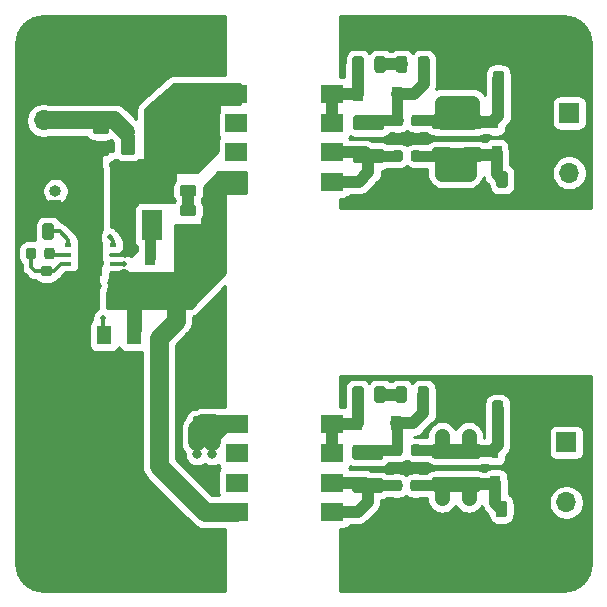
<source format=gbr>
G04 #@! TF.GenerationSoftware,KiCad,Pcbnew,5.1.5+dfsg1-2build2*
G04 #@! TF.CreationDate,2021-07-02T23:51:08+02:00*
G04 #@! TF.ProjectId,flyback_DCM,666c7962-6163-46b5-9f44-434d2e6b6963,rev?*
G04 #@! TF.SameCoordinates,Original*
G04 #@! TF.FileFunction,Copper,L1,Top*
G04 #@! TF.FilePolarity,Positive*
%FSLAX46Y46*%
G04 Gerber Fmt 4.6, Leading zero omitted, Abs format (unit mm)*
G04 Created by KiCad (PCBNEW 5.1.5+dfsg1-2build2) date 2021-07-02 23:51:08*
%MOMM*%
%LPD*%
G04 APERTURE LIST*
%ADD10O,1.000000X1.000000*%
%ADD11R,1.000000X1.000000*%
%ADD12O,1.700000X1.700000*%
%ADD13R,1.700000X1.700000*%
%ADD14R,1.300000X1.600000*%
%ADD15R,2.000000X1.600000*%
%ADD16R,1.900000X1.600000*%
%ADD17C,0.499999*%
%ADD18R,1.980001X2.999999*%
%ADD19R,0.599999X0.299999*%
%ADD20C,0.100000*%
%ADD21C,0.700000*%
%ADD22C,4.400000*%
%ADD23R,1.800000X2.500000*%
%ADD24R,0.900000X1.200000*%
%ADD25R,0.600000X0.450000*%
%ADD26C,2.800000*%
%ADD27C,0.800000*%
%ADD28C,0.500000*%
%ADD29C,1.500000*%
%ADD30C,1.000000*%
%ADD31C,0.500000*%
%ADD32C,0.300000*%
%ADD33C,0.900000*%
%ADD34C,1.300000*%
%ADD35C,1.600000*%
%ADD36C,0.254000*%
G04 APERTURE END LIST*
D10*
X124000000Y-95480000D03*
D11*
X124000000Y-96750000D03*
D12*
X123000000Y-89500000D03*
D13*
X123000000Y-92040000D03*
D14*
X130632000Y-107700000D03*
D15*
X129382000Y-104800000D03*
D14*
X128132000Y-107700000D03*
D16*
X139324000Y-94685000D03*
X147424000Y-94685000D03*
X139324000Y-92195000D03*
X147424000Y-92195000D03*
X139324000Y-89705000D03*
X147424000Y-89705000D03*
X139324000Y-87215000D03*
X147424000Y-87215000D03*
X139350000Y-122640000D03*
X147450000Y-122640000D03*
X139350000Y-120150000D03*
X147450000Y-120150000D03*
X139350000Y-117660000D03*
X147450000Y-117660000D03*
X139350000Y-115170000D03*
X147450000Y-115170000D03*
D17*
X127000000Y-100000000D03*
X127000000Y-102500000D03*
X126259999Y-101250000D03*
X127740001Y-101250000D03*
D18*
X127000000Y-101250000D03*
D19*
X125100001Y-102450003D03*
X125100001Y-101650002D03*
X125100001Y-100850003D03*
X125100001Y-100050002D03*
X128899999Y-100050002D03*
X128899999Y-100850003D03*
X128899999Y-101650002D03*
X128899999Y-102450003D03*
G04 #@! TA.AperFunction,SMDPad,CuDef*
D20*
G36*
X123527691Y-103388553D02*
G01*
X123548926Y-103391703D01*
X123569750Y-103396919D01*
X123589962Y-103404151D01*
X123609368Y-103413330D01*
X123627781Y-103424366D01*
X123645024Y-103437154D01*
X123660930Y-103451570D01*
X123675346Y-103467476D01*
X123688134Y-103484719D01*
X123699170Y-103503132D01*
X123708349Y-103522538D01*
X123715581Y-103542750D01*
X123720797Y-103563574D01*
X123723947Y-103584809D01*
X123725000Y-103606250D01*
X123725000Y-104043750D01*
X123723947Y-104065191D01*
X123720797Y-104086426D01*
X123715581Y-104107250D01*
X123708349Y-104127462D01*
X123699170Y-104146868D01*
X123688134Y-104165281D01*
X123675346Y-104182524D01*
X123660930Y-104198430D01*
X123645024Y-104212846D01*
X123627781Y-104225634D01*
X123609368Y-104236670D01*
X123589962Y-104245849D01*
X123569750Y-104253081D01*
X123548926Y-104258297D01*
X123527691Y-104261447D01*
X123506250Y-104262500D01*
X122993750Y-104262500D01*
X122972309Y-104261447D01*
X122951074Y-104258297D01*
X122930250Y-104253081D01*
X122910038Y-104245849D01*
X122890632Y-104236670D01*
X122872219Y-104225634D01*
X122854976Y-104212846D01*
X122839070Y-104198430D01*
X122824654Y-104182524D01*
X122811866Y-104165281D01*
X122800830Y-104146868D01*
X122791651Y-104127462D01*
X122784419Y-104107250D01*
X122779203Y-104086426D01*
X122776053Y-104065191D01*
X122775000Y-104043750D01*
X122775000Y-103606250D01*
X122776053Y-103584809D01*
X122779203Y-103563574D01*
X122784419Y-103542750D01*
X122791651Y-103522538D01*
X122800830Y-103503132D01*
X122811866Y-103484719D01*
X122824654Y-103467476D01*
X122839070Y-103451570D01*
X122854976Y-103437154D01*
X122872219Y-103424366D01*
X122890632Y-103413330D01*
X122910038Y-103404151D01*
X122930250Y-103396919D01*
X122951074Y-103391703D01*
X122972309Y-103388553D01*
X122993750Y-103387500D01*
X123506250Y-103387500D01*
X123527691Y-103388553D01*
G37*
G04 #@! TD.AperFunction*
G04 #@! TA.AperFunction,SMDPad,CuDef*
G36*
X123527691Y-101813553D02*
G01*
X123548926Y-101816703D01*
X123569750Y-101821919D01*
X123589962Y-101829151D01*
X123609368Y-101838330D01*
X123627781Y-101849366D01*
X123645024Y-101862154D01*
X123660930Y-101876570D01*
X123675346Y-101892476D01*
X123688134Y-101909719D01*
X123699170Y-101928132D01*
X123708349Y-101947538D01*
X123715581Y-101967750D01*
X123720797Y-101988574D01*
X123723947Y-102009809D01*
X123725000Y-102031250D01*
X123725000Y-102468750D01*
X123723947Y-102490191D01*
X123720797Y-102511426D01*
X123715581Y-102532250D01*
X123708349Y-102552462D01*
X123699170Y-102571868D01*
X123688134Y-102590281D01*
X123675346Y-102607524D01*
X123660930Y-102623430D01*
X123645024Y-102637846D01*
X123627781Y-102650634D01*
X123609368Y-102661670D01*
X123589962Y-102670849D01*
X123569750Y-102678081D01*
X123548926Y-102683297D01*
X123527691Y-102686447D01*
X123506250Y-102687500D01*
X122993750Y-102687500D01*
X122972309Y-102686447D01*
X122951074Y-102683297D01*
X122930250Y-102678081D01*
X122910038Y-102670849D01*
X122890632Y-102661670D01*
X122872219Y-102650634D01*
X122854976Y-102637846D01*
X122839070Y-102623430D01*
X122824654Y-102607524D01*
X122811866Y-102590281D01*
X122800830Y-102571868D01*
X122791651Y-102552462D01*
X122784419Y-102532250D01*
X122779203Y-102511426D01*
X122776053Y-102490191D01*
X122775000Y-102468750D01*
X122775000Y-102031250D01*
X122776053Y-102009809D01*
X122779203Y-101988574D01*
X122784419Y-101967750D01*
X122791651Y-101947538D01*
X122800830Y-101928132D01*
X122811866Y-101909719D01*
X122824654Y-101892476D01*
X122839070Y-101876570D01*
X122854976Y-101862154D01*
X122872219Y-101849366D01*
X122890632Y-101838330D01*
X122910038Y-101829151D01*
X122930250Y-101821919D01*
X122951074Y-101816703D01*
X122972309Y-101813553D01*
X122993750Y-101812500D01*
X123506250Y-101812500D01*
X123527691Y-101813553D01*
G37*
G04 #@! TD.AperFunction*
G04 #@! TA.AperFunction,SMDPad,CuDef*
G36*
X122165191Y-100276053D02*
G01*
X122186426Y-100279203D01*
X122207250Y-100284419D01*
X122227462Y-100291651D01*
X122246868Y-100300830D01*
X122265281Y-100311866D01*
X122282524Y-100324654D01*
X122298430Y-100339070D01*
X122312846Y-100354976D01*
X122325634Y-100372219D01*
X122336670Y-100390632D01*
X122345849Y-100410038D01*
X122353081Y-100430250D01*
X122358297Y-100451074D01*
X122361447Y-100472309D01*
X122362500Y-100493750D01*
X122362500Y-101006250D01*
X122361447Y-101027691D01*
X122358297Y-101048926D01*
X122353081Y-101069750D01*
X122345849Y-101089962D01*
X122336670Y-101109368D01*
X122325634Y-101127781D01*
X122312846Y-101145024D01*
X122298430Y-101160930D01*
X122282524Y-101175346D01*
X122265281Y-101188134D01*
X122246868Y-101199170D01*
X122227462Y-101208349D01*
X122207250Y-101215581D01*
X122186426Y-101220797D01*
X122165191Y-101223947D01*
X122143750Y-101225000D01*
X121706250Y-101225000D01*
X121684809Y-101223947D01*
X121663574Y-101220797D01*
X121642750Y-101215581D01*
X121622538Y-101208349D01*
X121603132Y-101199170D01*
X121584719Y-101188134D01*
X121567476Y-101175346D01*
X121551570Y-101160930D01*
X121537154Y-101145024D01*
X121524366Y-101127781D01*
X121513330Y-101109368D01*
X121504151Y-101089962D01*
X121496919Y-101069750D01*
X121491703Y-101048926D01*
X121488553Y-101027691D01*
X121487500Y-101006250D01*
X121487500Y-100493750D01*
X121488553Y-100472309D01*
X121491703Y-100451074D01*
X121496919Y-100430250D01*
X121504151Y-100410038D01*
X121513330Y-100390632D01*
X121524366Y-100372219D01*
X121537154Y-100354976D01*
X121551570Y-100339070D01*
X121567476Y-100324654D01*
X121584719Y-100311866D01*
X121603132Y-100300830D01*
X121622538Y-100291651D01*
X121642750Y-100284419D01*
X121663574Y-100279203D01*
X121684809Y-100276053D01*
X121706250Y-100275000D01*
X122143750Y-100275000D01*
X122165191Y-100276053D01*
G37*
G04 #@! TD.AperFunction*
G04 #@! TA.AperFunction,SMDPad,CuDef*
G36*
X123740191Y-100276053D02*
G01*
X123761426Y-100279203D01*
X123782250Y-100284419D01*
X123802462Y-100291651D01*
X123821868Y-100300830D01*
X123840281Y-100311866D01*
X123857524Y-100324654D01*
X123873430Y-100339070D01*
X123887846Y-100354976D01*
X123900634Y-100372219D01*
X123911670Y-100390632D01*
X123920849Y-100410038D01*
X123928081Y-100430250D01*
X123933297Y-100451074D01*
X123936447Y-100472309D01*
X123937500Y-100493750D01*
X123937500Y-101006250D01*
X123936447Y-101027691D01*
X123933297Y-101048926D01*
X123928081Y-101069750D01*
X123920849Y-101089962D01*
X123911670Y-101109368D01*
X123900634Y-101127781D01*
X123887846Y-101145024D01*
X123873430Y-101160930D01*
X123857524Y-101175346D01*
X123840281Y-101188134D01*
X123821868Y-101199170D01*
X123802462Y-101208349D01*
X123782250Y-101215581D01*
X123761426Y-101220797D01*
X123740191Y-101223947D01*
X123718750Y-101225000D01*
X123281250Y-101225000D01*
X123259809Y-101223947D01*
X123238574Y-101220797D01*
X123217750Y-101215581D01*
X123197538Y-101208349D01*
X123178132Y-101199170D01*
X123159719Y-101188134D01*
X123142476Y-101175346D01*
X123126570Y-101160930D01*
X123112154Y-101145024D01*
X123099366Y-101127781D01*
X123088330Y-101109368D01*
X123079151Y-101089962D01*
X123071919Y-101069750D01*
X123066703Y-101048926D01*
X123063553Y-101027691D01*
X123062500Y-101006250D01*
X123062500Y-100493750D01*
X123063553Y-100472309D01*
X123066703Y-100451074D01*
X123071919Y-100430250D01*
X123079151Y-100410038D01*
X123088330Y-100390632D01*
X123099366Y-100372219D01*
X123112154Y-100354976D01*
X123126570Y-100339070D01*
X123142476Y-100324654D01*
X123159719Y-100311866D01*
X123178132Y-100300830D01*
X123197538Y-100291651D01*
X123217750Y-100284419D01*
X123238574Y-100279203D01*
X123259809Y-100276053D01*
X123281250Y-100275000D01*
X123718750Y-100275000D01*
X123740191Y-100276053D01*
G37*
G04 #@! TD.AperFunction*
D21*
X124166726Y-81833274D03*
X123000000Y-81350000D03*
X121833274Y-81833274D03*
X121350000Y-83000000D03*
X121833274Y-84166726D03*
X123000000Y-84650000D03*
X124166726Y-84166726D03*
X124650000Y-83000000D03*
D22*
X123000000Y-83000000D03*
D21*
X168166726Y-81833274D03*
X167000000Y-81350000D03*
X165833274Y-81833274D03*
X165350000Y-83000000D03*
X165833274Y-84166726D03*
X167000000Y-84650000D03*
X168166726Y-84166726D03*
X168650000Y-83000000D03*
D22*
X167000000Y-83000000D03*
D21*
X124166726Y-125833274D03*
X123000000Y-125350000D03*
X121833274Y-125833274D03*
X121350000Y-127000000D03*
X121833274Y-128166726D03*
X123000000Y-128650000D03*
X124166726Y-128166726D03*
X124650000Y-127000000D03*
D22*
X123000000Y-127000000D03*
D21*
X168166726Y-125833274D03*
X167000000Y-125350000D03*
X165833274Y-125833274D03*
X165350000Y-127000000D03*
X165833274Y-128166726D03*
X167000000Y-128650000D03*
X168166726Y-128166726D03*
X168650000Y-127000000D03*
D22*
X167000000Y-127000000D03*
G04 #@! TA.AperFunction,SMDPad,CuDef*
D20*
G36*
X128338142Y-91551674D02*
G01*
X128361803Y-91555184D01*
X128385007Y-91560996D01*
X128407529Y-91569054D01*
X128429153Y-91579282D01*
X128449670Y-91591579D01*
X128468883Y-91605829D01*
X128486607Y-91621893D01*
X128502671Y-91639617D01*
X128516921Y-91658830D01*
X128529218Y-91679347D01*
X128539446Y-91700971D01*
X128547504Y-91723493D01*
X128553316Y-91746697D01*
X128556826Y-91770358D01*
X128558000Y-91794250D01*
X128558000Y-92281750D01*
X128556826Y-92305642D01*
X128553316Y-92329303D01*
X128547504Y-92352507D01*
X128539446Y-92375029D01*
X128529218Y-92396653D01*
X128516921Y-92417170D01*
X128502671Y-92436383D01*
X128486607Y-92454107D01*
X128468883Y-92470171D01*
X128449670Y-92484421D01*
X128429153Y-92496718D01*
X128407529Y-92506946D01*
X128385007Y-92515004D01*
X128361803Y-92520816D01*
X128338142Y-92524326D01*
X128314250Y-92525500D01*
X127401750Y-92525500D01*
X127377858Y-92524326D01*
X127354197Y-92520816D01*
X127330993Y-92515004D01*
X127308471Y-92506946D01*
X127286847Y-92496718D01*
X127266330Y-92484421D01*
X127247117Y-92470171D01*
X127229393Y-92454107D01*
X127213329Y-92436383D01*
X127199079Y-92417170D01*
X127186782Y-92396653D01*
X127176554Y-92375029D01*
X127168496Y-92352507D01*
X127162684Y-92329303D01*
X127159174Y-92305642D01*
X127158000Y-92281750D01*
X127158000Y-91794250D01*
X127159174Y-91770358D01*
X127162684Y-91746697D01*
X127168496Y-91723493D01*
X127176554Y-91700971D01*
X127186782Y-91679347D01*
X127199079Y-91658830D01*
X127213329Y-91639617D01*
X127229393Y-91621893D01*
X127247117Y-91605829D01*
X127266330Y-91591579D01*
X127286847Y-91579282D01*
X127308471Y-91569054D01*
X127330993Y-91560996D01*
X127354197Y-91555184D01*
X127377858Y-91551674D01*
X127401750Y-91550500D01*
X128314250Y-91550500D01*
X128338142Y-91551674D01*
G37*
G04 #@! TD.AperFunction*
G04 #@! TA.AperFunction,SMDPad,CuDef*
G36*
X128338142Y-89676674D02*
G01*
X128361803Y-89680184D01*
X128385007Y-89685996D01*
X128407529Y-89694054D01*
X128429153Y-89704282D01*
X128449670Y-89716579D01*
X128468883Y-89730829D01*
X128486607Y-89746893D01*
X128502671Y-89764617D01*
X128516921Y-89783830D01*
X128529218Y-89804347D01*
X128539446Y-89825971D01*
X128547504Y-89848493D01*
X128553316Y-89871697D01*
X128556826Y-89895358D01*
X128558000Y-89919250D01*
X128558000Y-90406750D01*
X128556826Y-90430642D01*
X128553316Y-90454303D01*
X128547504Y-90477507D01*
X128539446Y-90500029D01*
X128529218Y-90521653D01*
X128516921Y-90542170D01*
X128502671Y-90561383D01*
X128486607Y-90579107D01*
X128468883Y-90595171D01*
X128449670Y-90609421D01*
X128429153Y-90621718D01*
X128407529Y-90631946D01*
X128385007Y-90640004D01*
X128361803Y-90645816D01*
X128338142Y-90649326D01*
X128314250Y-90650500D01*
X127401750Y-90650500D01*
X127377858Y-90649326D01*
X127354197Y-90645816D01*
X127330993Y-90640004D01*
X127308471Y-90631946D01*
X127286847Y-90621718D01*
X127266330Y-90609421D01*
X127247117Y-90595171D01*
X127229393Y-90579107D01*
X127213329Y-90561383D01*
X127199079Y-90542170D01*
X127186782Y-90521653D01*
X127176554Y-90500029D01*
X127168496Y-90477507D01*
X127162684Y-90454303D01*
X127159174Y-90430642D01*
X127158000Y-90406750D01*
X127158000Y-89919250D01*
X127159174Y-89895358D01*
X127162684Y-89871697D01*
X127168496Y-89848493D01*
X127176554Y-89825971D01*
X127186782Y-89804347D01*
X127199079Y-89783830D01*
X127213329Y-89764617D01*
X127229393Y-89746893D01*
X127247117Y-89730829D01*
X127266330Y-89716579D01*
X127286847Y-89704282D01*
X127308471Y-89694054D01*
X127330993Y-89685996D01*
X127354197Y-89680184D01*
X127377858Y-89676674D01*
X127401750Y-89675500D01*
X128314250Y-89675500D01*
X128338142Y-89676674D01*
G37*
G04 #@! TD.AperFunction*
G04 #@! TA.AperFunction,SMDPad,CuDef*
G36*
X136899504Y-83726204D02*
G01*
X136923773Y-83729804D01*
X136947571Y-83735765D01*
X136970671Y-83744030D01*
X136992849Y-83754520D01*
X137013893Y-83767133D01*
X137033598Y-83781747D01*
X137051777Y-83798223D01*
X137068253Y-83816402D01*
X137082867Y-83836107D01*
X137095480Y-83857151D01*
X137105970Y-83879329D01*
X137114235Y-83902429D01*
X137120196Y-83926227D01*
X137123796Y-83950496D01*
X137125000Y-83975000D01*
X137125000Y-84725000D01*
X137123796Y-84749504D01*
X137120196Y-84773773D01*
X137114235Y-84797571D01*
X137105970Y-84820671D01*
X137095480Y-84842849D01*
X137082867Y-84863893D01*
X137068253Y-84883598D01*
X137051777Y-84901777D01*
X137033598Y-84918253D01*
X137013893Y-84932867D01*
X136992849Y-84945480D01*
X136970671Y-84955970D01*
X136947571Y-84964235D01*
X136923773Y-84970196D01*
X136899504Y-84973796D01*
X136875000Y-84975000D01*
X135625000Y-84975000D01*
X135600496Y-84973796D01*
X135576227Y-84970196D01*
X135552429Y-84964235D01*
X135529329Y-84955970D01*
X135507151Y-84945480D01*
X135486107Y-84932867D01*
X135466402Y-84918253D01*
X135448223Y-84901777D01*
X135431747Y-84883598D01*
X135417133Y-84863893D01*
X135404520Y-84842849D01*
X135394030Y-84820671D01*
X135385765Y-84797571D01*
X135379804Y-84773773D01*
X135376204Y-84749504D01*
X135375000Y-84725000D01*
X135375000Y-83975000D01*
X135376204Y-83950496D01*
X135379804Y-83926227D01*
X135385765Y-83902429D01*
X135394030Y-83879329D01*
X135404520Y-83857151D01*
X135417133Y-83836107D01*
X135431747Y-83816402D01*
X135448223Y-83798223D01*
X135466402Y-83781747D01*
X135486107Y-83767133D01*
X135507151Y-83754520D01*
X135529329Y-83744030D01*
X135552429Y-83735765D01*
X135576227Y-83729804D01*
X135600496Y-83726204D01*
X135625000Y-83725000D01*
X136875000Y-83725000D01*
X136899504Y-83726204D01*
G37*
G04 #@! TD.AperFunction*
G04 #@! TA.AperFunction,SMDPad,CuDef*
G36*
X136899504Y-86526204D02*
G01*
X136923773Y-86529804D01*
X136947571Y-86535765D01*
X136970671Y-86544030D01*
X136992849Y-86554520D01*
X137013893Y-86567133D01*
X137033598Y-86581747D01*
X137051777Y-86598223D01*
X137068253Y-86616402D01*
X137082867Y-86636107D01*
X137095480Y-86657151D01*
X137105970Y-86679329D01*
X137114235Y-86702429D01*
X137120196Y-86726227D01*
X137123796Y-86750496D01*
X137125000Y-86775000D01*
X137125000Y-87525000D01*
X137123796Y-87549504D01*
X137120196Y-87573773D01*
X137114235Y-87597571D01*
X137105970Y-87620671D01*
X137095480Y-87642849D01*
X137082867Y-87663893D01*
X137068253Y-87683598D01*
X137051777Y-87701777D01*
X137033598Y-87718253D01*
X137013893Y-87732867D01*
X136992849Y-87745480D01*
X136970671Y-87755970D01*
X136947571Y-87764235D01*
X136923773Y-87770196D01*
X136899504Y-87773796D01*
X136875000Y-87775000D01*
X135625000Y-87775000D01*
X135600496Y-87773796D01*
X135576227Y-87770196D01*
X135552429Y-87764235D01*
X135529329Y-87755970D01*
X135507151Y-87745480D01*
X135486107Y-87732867D01*
X135466402Y-87718253D01*
X135448223Y-87701777D01*
X135431747Y-87683598D01*
X135417133Y-87663893D01*
X135404520Y-87642849D01*
X135394030Y-87620671D01*
X135385765Y-87597571D01*
X135379804Y-87573773D01*
X135376204Y-87549504D01*
X135375000Y-87525000D01*
X135375000Y-86775000D01*
X135376204Y-86750496D01*
X135379804Y-86726227D01*
X135385765Y-86702429D01*
X135394030Y-86679329D01*
X135404520Y-86657151D01*
X135417133Y-86636107D01*
X135431747Y-86616402D01*
X135448223Y-86598223D01*
X135466402Y-86581747D01*
X135486107Y-86567133D01*
X135507151Y-86554520D01*
X135529329Y-86544030D01*
X135552429Y-86535765D01*
X135576227Y-86529804D01*
X135600496Y-86526204D01*
X135625000Y-86525000D01*
X136875000Y-86525000D01*
X136899504Y-86526204D01*
G37*
G04 #@! TD.AperFunction*
G04 #@! TA.AperFunction,SMDPad,CuDef*
G36*
X137149504Y-114526204D02*
G01*
X137173773Y-114529804D01*
X137197571Y-114535765D01*
X137220671Y-114544030D01*
X137242849Y-114554520D01*
X137263893Y-114567133D01*
X137283598Y-114581747D01*
X137301777Y-114598223D01*
X137318253Y-114616402D01*
X137332867Y-114636107D01*
X137345480Y-114657151D01*
X137355970Y-114679329D01*
X137364235Y-114702429D01*
X137370196Y-114726227D01*
X137373796Y-114750496D01*
X137375000Y-114775000D01*
X137375000Y-115525000D01*
X137373796Y-115549504D01*
X137370196Y-115573773D01*
X137364235Y-115597571D01*
X137355970Y-115620671D01*
X137345480Y-115642849D01*
X137332867Y-115663893D01*
X137318253Y-115683598D01*
X137301777Y-115701777D01*
X137283598Y-115718253D01*
X137263893Y-115732867D01*
X137242849Y-115745480D01*
X137220671Y-115755970D01*
X137197571Y-115764235D01*
X137173773Y-115770196D01*
X137149504Y-115773796D01*
X137125000Y-115775000D01*
X135875000Y-115775000D01*
X135850496Y-115773796D01*
X135826227Y-115770196D01*
X135802429Y-115764235D01*
X135779329Y-115755970D01*
X135757151Y-115745480D01*
X135736107Y-115732867D01*
X135716402Y-115718253D01*
X135698223Y-115701777D01*
X135681747Y-115683598D01*
X135667133Y-115663893D01*
X135654520Y-115642849D01*
X135644030Y-115620671D01*
X135635765Y-115597571D01*
X135629804Y-115573773D01*
X135626204Y-115549504D01*
X135625000Y-115525000D01*
X135625000Y-114775000D01*
X135626204Y-114750496D01*
X135629804Y-114726227D01*
X135635765Y-114702429D01*
X135644030Y-114679329D01*
X135654520Y-114657151D01*
X135667133Y-114636107D01*
X135681747Y-114616402D01*
X135698223Y-114598223D01*
X135716402Y-114581747D01*
X135736107Y-114567133D01*
X135757151Y-114554520D01*
X135779329Y-114544030D01*
X135802429Y-114535765D01*
X135826227Y-114529804D01*
X135850496Y-114526204D01*
X135875000Y-114525000D01*
X137125000Y-114525000D01*
X137149504Y-114526204D01*
G37*
G04 #@! TD.AperFunction*
G04 #@! TA.AperFunction,SMDPad,CuDef*
G36*
X137149504Y-111726204D02*
G01*
X137173773Y-111729804D01*
X137197571Y-111735765D01*
X137220671Y-111744030D01*
X137242849Y-111754520D01*
X137263893Y-111767133D01*
X137283598Y-111781747D01*
X137301777Y-111798223D01*
X137318253Y-111816402D01*
X137332867Y-111836107D01*
X137345480Y-111857151D01*
X137355970Y-111879329D01*
X137364235Y-111902429D01*
X137370196Y-111926227D01*
X137373796Y-111950496D01*
X137375000Y-111975000D01*
X137375000Y-112725000D01*
X137373796Y-112749504D01*
X137370196Y-112773773D01*
X137364235Y-112797571D01*
X137355970Y-112820671D01*
X137345480Y-112842849D01*
X137332867Y-112863893D01*
X137318253Y-112883598D01*
X137301777Y-112901777D01*
X137283598Y-112918253D01*
X137263893Y-112932867D01*
X137242849Y-112945480D01*
X137220671Y-112955970D01*
X137197571Y-112964235D01*
X137173773Y-112970196D01*
X137149504Y-112973796D01*
X137125000Y-112975000D01*
X135875000Y-112975000D01*
X135850496Y-112973796D01*
X135826227Y-112970196D01*
X135802429Y-112964235D01*
X135779329Y-112955970D01*
X135757151Y-112945480D01*
X135736107Y-112932867D01*
X135716402Y-112918253D01*
X135698223Y-112901777D01*
X135681747Y-112883598D01*
X135667133Y-112863893D01*
X135654520Y-112842849D01*
X135644030Y-112820671D01*
X135635765Y-112797571D01*
X135629804Y-112773773D01*
X135626204Y-112749504D01*
X135625000Y-112725000D01*
X135625000Y-111975000D01*
X135626204Y-111950496D01*
X135629804Y-111926227D01*
X135635765Y-111902429D01*
X135644030Y-111879329D01*
X135654520Y-111857151D01*
X135667133Y-111836107D01*
X135681747Y-111816402D01*
X135698223Y-111798223D01*
X135716402Y-111781747D01*
X135736107Y-111767133D01*
X135757151Y-111754520D01*
X135779329Y-111744030D01*
X135802429Y-111735765D01*
X135826227Y-111729804D01*
X135850496Y-111726204D01*
X135875000Y-111725000D01*
X137125000Y-111725000D01*
X137149504Y-111726204D01*
G37*
G04 #@! TD.AperFunction*
G04 #@! TA.AperFunction,SMDPad,CuDef*
G36*
X129746642Y-95403174D02*
G01*
X129770303Y-95406684D01*
X129793507Y-95412496D01*
X129816029Y-95420554D01*
X129837653Y-95430782D01*
X129858170Y-95443079D01*
X129877383Y-95457329D01*
X129895107Y-95473393D01*
X129911171Y-95491117D01*
X129925421Y-95510330D01*
X129937718Y-95530847D01*
X129947946Y-95552471D01*
X129956004Y-95574993D01*
X129961816Y-95598197D01*
X129965326Y-95621858D01*
X129966500Y-95645750D01*
X129966500Y-96558250D01*
X129965326Y-96582142D01*
X129961816Y-96605803D01*
X129956004Y-96629007D01*
X129947946Y-96651529D01*
X129937718Y-96673153D01*
X129925421Y-96693670D01*
X129911171Y-96712883D01*
X129895107Y-96730607D01*
X129877383Y-96746671D01*
X129858170Y-96760921D01*
X129837653Y-96773218D01*
X129816029Y-96783446D01*
X129793507Y-96791504D01*
X129770303Y-96797316D01*
X129746642Y-96800826D01*
X129722750Y-96802000D01*
X129235250Y-96802000D01*
X129211358Y-96800826D01*
X129187697Y-96797316D01*
X129164493Y-96791504D01*
X129141971Y-96783446D01*
X129120347Y-96773218D01*
X129099830Y-96760921D01*
X129080617Y-96746671D01*
X129062893Y-96730607D01*
X129046829Y-96712883D01*
X129032579Y-96693670D01*
X129020282Y-96673153D01*
X129010054Y-96651529D01*
X129001996Y-96629007D01*
X128996184Y-96605803D01*
X128992674Y-96582142D01*
X128991500Y-96558250D01*
X128991500Y-95645750D01*
X128992674Y-95621858D01*
X128996184Y-95598197D01*
X129001996Y-95574993D01*
X129010054Y-95552471D01*
X129020282Y-95530847D01*
X129032579Y-95510330D01*
X129046829Y-95491117D01*
X129062893Y-95473393D01*
X129080617Y-95457329D01*
X129099830Y-95443079D01*
X129120347Y-95430782D01*
X129141971Y-95420554D01*
X129164493Y-95412496D01*
X129187697Y-95406684D01*
X129211358Y-95403174D01*
X129235250Y-95402000D01*
X129722750Y-95402000D01*
X129746642Y-95403174D01*
G37*
G04 #@! TD.AperFunction*
G04 #@! TA.AperFunction,SMDPad,CuDef*
G36*
X127871642Y-95403174D02*
G01*
X127895303Y-95406684D01*
X127918507Y-95412496D01*
X127941029Y-95420554D01*
X127962653Y-95430782D01*
X127983170Y-95443079D01*
X128002383Y-95457329D01*
X128020107Y-95473393D01*
X128036171Y-95491117D01*
X128050421Y-95510330D01*
X128062718Y-95530847D01*
X128072946Y-95552471D01*
X128081004Y-95574993D01*
X128086816Y-95598197D01*
X128090326Y-95621858D01*
X128091500Y-95645750D01*
X128091500Y-96558250D01*
X128090326Y-96582142D01*
X128086816Y-96605803D01*
X128081004Y-96629007D01*
X128072946Y-96651529D01*
X128062718Y-96673153D01*
X128050421Y-96693670D01*
X128036171Y-96712883D01*
X128020107Y-96730607D01*
X128002383Y-96746671D01*
X127983170Y-96760921D01*
X127962653Y-96773218D01*
X127941029Y-96783446D01*
X127918507Y-96791504D01*
X127895303Y-96797316D01*
X127871642Y-96800826D01*
X127847750Y-96802000D01*
X127360250Y-96802000D01*
X127336358Y-96800826D01*
X127312697Y-96797316D01*
X127289493Y-96791504D01*
X127266971Y-96783446D01*
X127245347Y-96773218D01*
X127224830Y-96760921D01*
X127205617Y-96746671D01*
X127187893Y-96730607D01*
X127171829Y-96712883D01*
X127157579Y-96693670D01*
X127145282Y-96673153D01*
X127135054Y-96651529D01*
X127126996Y-96629007D01*
X127121184Y-96605803D01*
X127117674Y-96582142D01*
X127116500Y-96558250D01*
X127116500Y-95645750D01*
X127117674Y-95621858D01*
X127121184Y-95598197D01*
X127126996Y-95574993D01*
X127135054Y-95552471D01*
X127145282Y-95530847D01*
X127157579Y-95510330D01*
X127171829Y-95491117D01*
X127187893Y-95473393D01*
X127205617Y-95457329D01*
X127224830Y-95443079D01*
X127245347Y-95430782D01*
X127266971Y-95420554D01*
X127289493Y-95412496D01*
X127312697Y-95406684D01*
X127336358Y-95403174D01*
X127360250Y-95402000D01*
X127847750Y-95402000D01*
X127871642Y-95403174D01*
G37*
G04 #@! TD.AperFunction*
G04 #@! TA.AperFunction,SMDPad,CuDef*
G36*
X129746642Y-93371174D02*
G01*
X129770303Y-93374684D01*
X129793507Y-93380496D01*
X129816029Y-93388554D01*
X129837653Y-93398782D01*
X129858170Y-93411079D01*
X129877383Y-93425329D01*
X129895107Y-93441393D01*
X129911171Y-93459117D01*
X129925421Y-93478330D01*
X129937718Y-93498847D01*
X129947946Y-93520471D01*
X129956004Y-93542993D01*
X129961816Y-93566197D01*
X129965326Y-93589858D01*
X129966500Y-93613750D01*
X129966500Y-94526250D01*
X129965326Y-94550142D01*
X129961816Y-94573803D01*
X129956004Y-94597007D01*
X129947946Y-94619529D01*
X129937718Y-94641153D01*
X129925421Y-94661670D01*
X129911171Y-94680883D01*
X129895107Y-94698607D01*
X129877383Y-94714671D01*
X129858170Y-94728921D01*
X129837653Y-94741218D01*
X129816029Y-94751446D01*
X129793507Y-94759504D01*
X129770303Y-94765316D01*
X129746642Y-94768826D01*
X129722750Y-94770000D01*
X129235250Y-94770000D01*
X129211358Y-94768826D01*
X129187697Y-94765316D01*
X129164493Y-94759504D01*
X129141971Y-94751446D01*
X129120347Y-94741218D01*
X129099830Y-94728921D01*
X129080617Y-94714671D01*
X129062893Y-94698607D01*
X129046829Y-94680883D01*
X129032579Y-94661670D01*
X129020282Y-94641153D01*
X129010054Y-94619529D01*
X129001996Y-94597007D01*
X128996184Y-94573803D01*
X128992674Y-94550142D01*
X128991500Y-94526250D01*
X128991500Y-93613750D01*
X128992674Y-93589858D01*
X128996184Y-93566197D01*
X129001996Y-93542993D01*
X129010054Y-93520471D01*
X129020282Y-93498847D01*
X129032579Y-93478330D01*
X129046829Y-93459117D01*
X129062893Y-93441393D01*
X129080617Y-93425329D01*
X129099830Y-93411079D01*
X129120347Y-93398782D01*
X129141971Y-93388554D01*
X129164493Y-93380496D01*
X129187697Y-93374684D01*
X129211358Y-93371174D01*
X129235250Y-93370000D01*
X129722750Y-93370000D01*
X129746642Y-93371174D01*
G37*
G04 #@! TD.AperFunction*
G04 #@! TA.AperFunction,SMDPad,CuDef*
G36*
X127871642Y-93371174D02*
G01*
X127895303Y-93374684D01*
X127918507Y-93380496D01*
X127941029Y-93388554D01*
X127962653Y-93398782D01*
X127983170Y-93411079D01*
X128002383Y-93425329D01*
X128020107Y-93441393D01*
X128036171Y-93459117D01*
X128050421Y-93478330D01*
X128062718Y-93498847D01*
X128072946Y-93520471D01*
X128081004Y-93542993D01*
X128086816Y-93566197D01*
X128090326Y-93589858D01*
X128091500Y-93613750D01*
X128091500Y-94526250D01*
X128090326Y-94550142D01*
X128086816Y-94573803D01*
X128081004Y-94597007D01*
X128072946Y-94619529D01*
X128062718Y-94641153D01*
X128050421Y-94661670D01*
X128036171Y-94680883D01*
X128020107Y-94698607D01*
X128002383Y-94714671D01*
X127983170Y-94728921D01*
X127962653Y-94741218D01*
X127941029Y-94751446D01*
X127918507Y-94759504D01*
X127895303Y-94765316D01*
X127871642Y-94768826D01*
X127847750Y-94770000D01*
X127360250Y-94770000D01*
X127336358Y-94768826D01*
X127312697Y-94765316D01*
X127289493Y-94759504D01*
X127266971Y-94751446D01*
X127245347Y-94741218D01*
X127224830Y-94728921D01*
X127205617Y-94714671D01*
X127187893Y-94698607D01*
X127171829Y-94680883D01*
X127157579Y-94661670D01*
X127145282Y-94641153D01*
X127135054Y-94619529D01*
X127126996Y-94597007D01*
X127121184Y-94573803D01*
X127117674Y-94550142D01*
X127116500Y-94526250D01*
X127116500Y-93613750D01*
X127117674Y-93589858D01*
X127121184Y-93566197D01*
X127126996Y-93542993D01*
X127135054Y-93520471D01*
X127145282Y-93498847D01*
X127157579Y-93478330D01*
X127171829Y-93459117D01*
X127187893Y-93441393D01*
X127205617Y-93425329D01*
X127224830Y-93411079D01*
X127245347Y-93398782D01*
X127266971Y-93388554D01*
X127289493Y-93380496D01*
X127312697Y-93374684D01*
X127336358Y-93371174D01*
X127360250Y-93370000D01*
X127847750Y-93370000D01*
X127871642Y-93371174D01*
G37*
G04 #@! TD.AperFunction*
G04 #@! TA.AperFunction,SMDPad,CuDef*
G36*
X135704142Y-94950674D02*
G01*
X135727803Y-94954184D01*
X135751007Y-94959996D01*
X135773529Y-94968054D01*
X135795153Y-94978282D01*
X135815670Y-94990579D01*
X135834883Y-95004829D01*
X135852607Y-95020893D01*
X135868671Y-95038617D01*
X135882921Y-95057830D01*
X135895218Y-95078347D01*
X135905446Y-95099971D01*
X135913504Y-95122493D01*
X135919316Y-95145697D01*
X135922826Y-95169358D01*
X135924000Y-95193250D01*
X135924000Y-95680750D01*
X135922826Y-95704642D01*
X135919316Y-95728303D01*
X135913504Y-95751507D01*
X135905446Y-95774029D01*
X135895218Y-95795653D01*
X135882921Y-95816170D01*
X135868671Y-95835383D01*
X135852607Y-95853107D01*
X135834883Y-95869171D01*
X135815670Y-95883421D01*
X135795153Y-95895718D01*
X135773529Y-95905946D01*
X135751007Y-95914004D01*
X135727803Y-95919816D01*
X135704142Y-95923326D01*
X135680250Y-95924500D01*
X134767750Y-95924500D01*
X134743858Y-95923326D01*
X134720197Y-95919816D01*
X134696993Y-95914004D01*
X134674471Y-95905946D01*
X134652847Y-95895718D01*
X134632330Y-95883421D01*
X134613117Y-95869171D01*
X134595393Y-95853107D01*
X134579329Y-95835383D01*
X134565079Y-95816170D01*
X134552782Y-95795653D01*
X134542554Y-95774029D01*
X134534496Y-95751507D01*
X134528684Y-95728303D01*
X134525174Y-95704642D01*
X134524000Y-95680750D01*
X134524000Y-95193250D01*
X134525174Y-95169358D01*
X134528684Y-95145697D01*
X134534496Y-95122493D01*
X134542554Y-95099971D01*
X134552782Y-95078347D01*
X134565079Y-95057830D01*
X134579329Y-95038617D01*
X134595393Y-95020893D01*
X134613117Y-95004829D01*
X134632330Y-94990579D01*
X134652847Y-94978282D01*
X134674471Y-94968054D01*
X134696993Y-94959996D01*
X134720197Y-94954184D01*
X134743858Y-94950674D01*
X134767750Y-94949500D01*
X135680250Y-94949500D01*
X135704142Y-94950674D01*
G37*
G04 #@! TD.AperFunction*
G04 #@! TA.AperFunction,SMDPad,CuDef*
G36*
X135704142Y-93075674D02*
G01*
X135727803Y-93079184D01*
X135751007Y-93084996D01*
X135773529Y-93093054D01*
X135795153Y-93103282D01*
X135815670Y-93115579D01*
X135834883Y-93129829D01*
X135852607Y-93145893D01*
X135868671Y-93163617D01*
X135882921Y-93182830D01*
X135895218Y-93203347D01*
X135905446Y-93224971D01*
X135913504Y-93247493D01*
X135919316Y-93270697D01*
X135922826Y-93294358D01*
X135924000Y-93318250D01*
X135924000Y-93805750D01*
X135922826Y-93829642D01*
X135919316Y-93853303D01*
X135913504Y-93876507D01*
X135905446Y-93899029D01*
X135895218Y-93920653D01*
X135882921Y-93941170D01*
X135868671Y-93960383D01*
X135852607Y-93978107D01*
X135834883Y-93994171D01*
X135815670Y-94008421D01*
X135795153Y-94020718D01*
X135773529Y-94030946D01*
X135751007Y-94039004D01*
X135727803Y-94044816D01*
X135704142Y-94048326D01*
X135680250Y-94049500D01*
X134767750Y-94049500D01*
X134743858Y-94048326D01*
X134720197Y-94044816D01*
X134696993Y-94039004D01*
X134674471Y-94030946D01*
X134652847Y-94020718D01*
X134632330Y-94008421D01*
X134613117Y-93994171D01*
X134595393Y-93978107D01*
X134579329Y-93960383D01*
X134565079Y-93941170D01*
X134552782Y-93920653D01*
X134542554Y-93899029D01*
X134534496Y-93876507D01*
X134528684Y-93853303D01*
X134525174Y-93829642D01*
X134524000Y-93805750D01*
X134524000Y-93318250D01*
X134525174Y-93294358D01*
X134528684Y-93270697D01*
X134534496Y-93247493D01*
X134542554Y-93224971D01*
X134552782Y-93203347D01*
X134565079Y-93182830D01*
X134579329Y-93163617D01*
X134595393Y-93145893D01*
X134613117Y-93129829D01*
X134632330Y-93115579D01*
X134652847Y-93103282D01*
X134674471Y-93093054D01*
X134696993Y-93084996D01*
X134720197Y-93079184D01*
X134743858Y-93075674D01*
X134767750Y-93074500D01*
X135680250Y-93074500D01*
X135704142Y-93075674D01*
G37*
G04 #@! TD.AperFunction*
G04 #@! TA.AperFunction,SMDPad,CuDef*
G36*
X123650642Y-98197174D02*
G01*
X123674303Y-98200684D01*
X123697507Y-98206496D01*
X123720029Y-98214554D01*
X123741653Y-98224782D01*
X123762170Y-98237079D01*
X123781383Y-98251329D01*
X123799107Y-98267393D01*
X123815171Y-98285117D01*
X123829421Y-98304330D01*
X123841718Y-98324847D01*
X123851946Y-98346471D01*
X123860004Y-98368993D01*
X123865816Y-98392197D01*
X123869326Y-98415858D01*
X123870500Y-98439750D01*
X123870500Y-99352250D01*
X123869326Y-99376142D01*
X123865816Y-99399803D01*
X123860004Y-99423007D01*
X123851946Y-99445529D01*
X123841718Y-99467153D01*
X123829421Y-99487670D01*
X123815171Y-99506883D01*
X123799107Y-99524607D01*
X123781383Y-99540671D01*
X123762170Y-99554921D01*
X123741653Y-99567218D01*
X123720029Y-99577446D01*
X123697507Y-99585504D01*
X123674303Y-99591316D01*
X123650642Y-99594826D01*
X123626750Y-99596000D01*
X123139250Y-99596000D01*
X123115358Y-99594826D01*
X123091697Y-99591316D01*
X123068493Y-99585504D01*
X123045971Y-99577446D01*
X123024347Y-99567218D01*
X123003830Y-99554921D01*
X122984617Y-99540671D01*
X122966893Y-99524607D01*
X122950829Y-99506883D01*
X122936579Y-99487670D01*
X122924282Y-99467153D01*
X122914054Y-99445529D01*
X122905996Y-99423007D01*
X122900184Y-99399803D01*
X122896674Y-99376142D01*
X122895500Y-99352250D01*
X122895500Y-98439750D01*
X122896674Y-98415858D01*
X122900184Y-98392197D01*
X122905996Y-98368993D01*
X122914054Y-98346471D01*
X122924282Y-98324847D01*
X122936579Y-98304330D01*
X122950829Y-98285117D01*
X122966893Y-98267393D01*
X122984617Y-98251329D01*
X123003830Y-98237079D01*
X123024347Y-98224782D01*
X123045971Y-98214554D01*
X123068493Y-98206496D01*
X123091697Y-98200684D01*
X123115358Y-98197174D01*
X123139250Y-98196000D01*
X123626750Y-98196000D01*
X123650642Y-98197174D01*
G37*
G04 #@! TD.AperFunction*
G04 #@! TA.AperFunction,SMDPad,CuDef*
G36*
X121775642Y-98197174D02*
G01*
X121799303Y-98200684D01*
X121822507Y-98206496D01*
X121845029Y-98214554D01*
X121866653Y-98224782D01*
X121887170Y-98237079D01*
X121906383Y-98251329D01*
X121924107Y-98267393D01*
X121940171Y-98285117D01*
X121954421Y-98304330D01*
X121966718Y-98324847D01*
X121976946Y-98346471D01*
X121985004Y-98368993D01*
X121990816Y-98392197D01*
X121994326Y-98415858D01*
X121995500Y-98439750D01*
X121995500Y-99352250D01*
X121994326Y-99376142D01*
X121990816Y-99399803D01*
X121985004Y-99423007D01*
X121976946Y-99445529D01*
X121966718Y-99467153D01*
X121954421Y-99487670D01*
X121940171Y-99506883D01*
X121924107Y-99524607D01*
X121906383Y-99540671D01*
X121887170Y-99554921D01*
X121866653Y-99567218D01*
X121845029Y-99577446D01*
X121822507Y-99585504D01*
X121799303Y-99591316D01*
X121775642Y-99594826D01*
X121751750Y-99596000D01*
X121264250Y-99596000D01*
X121240358Y-99594826D01*
X121216697Y-99591316D01*
X121193493Y-99585504D01*
X121170971Y-99577446D01*
X121149347Y-99567218D01*
X121128830Y-99554921D01*
X121109617Y-99540671D01*
X121091893Y-99524607D01*
X121075829Y-99506883D01*
X121061579Y-99487670D01*
X121049282Y-99467153D01*
X121039054Y-99445529D01*
X121030996Y-99423007D01*
X121025184Y-99399803D01*
X121021674Y-99376142D01*
X121020500Y-99352250D01*
X121020500Y-98439750D01*
X121021674Y-98415858D01*
X121025184Y-98392197D01*
X121030996Y-98368993D01*
X121039054Y-98346471D01*
X121049282Y-98324847D01*
X121061579Y-98304330D01*
X121075829Y-98285117D01*
X121091893Y-98267393D01*
X121109617Y-98251329D01*
X121128830Y-98237079D01*
X121149347Y-98224782D01*
X121170971Y-98214554D01*
X121193493Y-98206496D01*
X121216697Y-98200684D01*
X121240358Y-98197174D01*
X121264250Y-98196000D01*
X121751750Y-98196000D01*
X121775642Y-98197174D01*
G37*
G04 #@! TD.AperFunction*
G04 #@! TA.AperFunction,SMDPad,CuDef*
G36*
X127871642Y-97551174D02*
G01*
X127895303Y-97554684D01*
X127918507Y-97560496D01*
X127941029Y-97568554D01*
X127962653Y-97578782D01*
X127983170Y-97591079D01*
X128002383Y-97605329D01*
X128020107Y-97621393D01*
X128036171Y-97639117D01*
X128050421Y-97658330D01*
X128062718Y-97678847D01*
X128072946Y-97700471D01*
X128081004Y-97722993D01*
X128086816Y-97746197D01*
X128090326Y-97769858D01*
X128091500Y-97793750D01*
X128091500Y-98706250D01*
X128090326Y-98730142D01*
X128086816Y-98753803D01*
X128081004Y-98777007D01*
X128072946Y-98799529D01*
X128062718Y-98821153D01*
X128050421Y-98841670D01*
X128036171Y-98860883D01*
X128020107Y-98878607D01*
X128002383Y-98894671D01*
X127983170Y-98908921D01*
X127962653Y-98921218D01*
X127941029Y-98931446D01*
X127918507Y-98939504D01*
X127895303Y-98945316D01*
X127871642Y-98948826D01*
X127847750Y-98950000D01*
X127360250Y-98950000D01*
X127336358Y-98948826D01*
X127312697Y-98945316D01*
X127289493Y-98939504D01*
X127266971Y-98931446D01*
X127245347Y-98921218D01*
X127224830Y-98908921D01*
X127205617Y-98894671D01*
X127187893Y-98878607D01*
X127171829Y-98860883D01*
X127157579Y-98841670D01*
X127145282Y-98821153D01*
X127135054Y-98799529D01*
X127126996Y-98777007D01*
X127121184Y-98753803D01*
X127117674Y-98730142D01*
X127116500Y-98706250D01*
X127116500Y-97793750D01*
X127117674Y-97769858D01*
X127121184Y-97746197D01*
X127126996Y-97722993D01*
X127135054Y-97700471D01*
X127145282Y-97678847D01*
X127157579Y-97658330D01*
X127171829Y-97639117D01*
X127187893Y-97621393D01*
X127205617Y-97605329D01*
X127224830Y-97591079D01*
X127245347Y-97578782D01*
X127266971Y-97568554D01*
X127289493Y-97560496D01*
X127312697Y-97554684D01*
X127336358Y-97551174D01*
X127360250Y-97550000D01*
X127847750Y-97550000D01*
X127871642Y-97551174D01*
G37*
G04 #@! TD.AperFunction*
G04 #@! TA.AperFunction,SMDPad,CuDef*
G36*
X129746642Y-97551174D02*
G01*
X129770303Y-97554684D01*
X129793507Y-97560496D01*
X129816029Y-97568554D01*
X129837653Y-97578782D01*
X129858170Y-97591079D01*
X129877383Y-97605329D01*
X129895107Y-97621393D01*
X129911171Y-97639117D01*
X129925421Y-97658330D01*
X129937718Y-97678847D01*
X129947946Y-97700471D01*
X129956004Y-97722993D01*
X129961816Y-97746197D01*
X129965326Y-97769858D01*
X129966500Y-97793750D01*
X129966500Y-98706250D01*
X129965326Y-98730142D01*
X129961816Y-98753803D01*
X129956004Y-98777007D01*
X129947946Y-98799529D01*
X129937718Y-98821153D01*
X129925421Y-98841670D01*
X129911171Y-98860883D01*
X129895107Y-98878607D01*
X129877383Y-98894671D01*
X129858170Y-98908921D01*
X129837653Y-98921218D01*
X129816029Y-98931446D01*
X129793507Y-98939504D01*
X129770303Y-98945316D01*
X129746642Y-98948826D01*
X129722750Y-98950000D01*
X129235250Y-98950000D01*
X129211358Y-98948826D01*
X129187697Y-98945316D01*
X129164493Y-98939504D01*
X129141971Y-98931446D01*
X129120347Y-98921218D01*
X129099830Y-98908921D01*
X129080617Y-98894671D01*
X129062893Y-98878607D01*
X129046829Y-98860883D01*
X129032579Y-98841670D01*
X129020282Y-98821153D01*
X129010054Y-98799529D01*
X129001996Y-98777007D01*
X128996184Y-98753803D01*
X128992674Y-98730142D01*
X128991500Y-98706250D01*
X128991500Y-97793750D01*
X128992674Y-97769858D01*
X128996184Y-97746197D01*
X129001996Y-97722993D01*
X129010054Y-97700471D01*
X129020282Y-97678847D01*
X129032579Y-97658330D01*
X129046829Y-97639117D01*
X129062893Y-97621393D01*
X129080617Y-97605329D01*
X129099830Y-97591079D01*
X129120347Y-97578782D01*
X129141971Y-97568554D01*
X129164493Y-97560496D01*
X129187697Y-97554684D01*
X129211358Y-97551174D01*
X129235250Y-97550000D01*
X129722750Y-97550000D01*
X129746642Y-97551174D01*
G37*
G04 #@! TD.AperFunction*
G04 #@! TA.AperFunction,SMDPad,CuDef*
G36*
X153580142Y-84051174D02*
G01*
X153603803Y-84054684D01*
X153627007Y-84060496D01*
X153649529Y-84068554D01*
X153671153Y-84078782D01*
X153691670Y-84091079D01*
X153710883Y-84105329D01*
X153728607Y-84121393D01*
X153744671Y-84139117D01*
X153758921Y-84158330D01*
X153771218Y-84178847D01*
X153781446Y-84200471D01*
X153789504Y-84222993D01*
X153795316Y-84246197D01*
X153798826Y-84269858D01*
X153800000Y-84293750D01*
X153800000Y-85206250D01*
X153798826Y-85230142D01*
X153795316Y-85253803D01*
X153789504Y-85277007D01*
X153781446Y-85299529D01*
X153771218Y-85321153D01*
X153758921Y-85341670D01*
X153744671Y-85360883D01*
X153728607Y-85378607D01*
X153710883Y-85394671D01*
X153691670Y-85408921D01*
X153671153Y-85421218D01*
X153649529Y-85431446D01*
X153627007Y-85439504D01*
X153603803Y-85445316D01*
X153580142Y-85448826D01*
X153556250Y-85450000D01*
X153068750Y-85450000D01*
X153044858Y-85448826D01*
X153021197Y-85445316D01*
X152997993Y-85439504D01*
X152975471Y-85431446D01*
X152953847Y-85421218D01*
X152933330Y-85408921D01*
X152914117Y-85394671D01*
X152896393Y-85378607D01*
X152880329Y-85360883D01*
X152866079Y-85341670D01*
X152853782Y-85321153D01*
X152843554Y-85299529D01*
X152835496Y-85277007D01*
X152829684Y-85253803D01*
X152826174Y-85230142D01*
X152825000Y-85206250D01*
X152825000Y-84293750D01*
X152826174Y-84269858D01*
X152829684Y-84246197D01*
X152835496Y-84222993D01*
X152843554Y-84200471D01*
X152853782Y-84178847D01*
X152866079Y-84158330D01*
X152880329Y-84139117D01*
X152896393Y-84121393D01*
X152914117Y-84105329D01*
X152933330Y-84091079D01*
X152953847Y-84078782D01*
X152975471Y-84068554D01*
X152997993Y-84060496D01*
X153021197Y-84054684D01*
X153044858Y-84051174D01*
X153068750Y-84050000D01*
X153556250Y-84050000D01*
X153580142Y-84051174D01*
G37*
G04 #@! TD.AperFunction*
G04 #@! TA.AperFunction,SMDPad,CuDef*
G36*
X155455142Y-84051174D02*
G01*
X155478803Y-84054684D01*
X155502007Y-84060496D01*
X155524529Y-84068554D01*
X155546153Y-84078782D01*
X155566670Y-84091079D01*
X155585883Y-84105329D01*
X155603607Y-84121393D01*
X155619671Y-84139117D01*
X155633921Y-84158330D01*
X155646218Y-84178847D01*
X155656446Y-84200471D01*
X155664504Y-84222993D01*
X155670316Y-84246197D01*
X155673826Y-84269858D01*
X155675000Y-84293750D01*
X155675000Y-85206250D01*
X155673826Y-85230142D01*
X155670316Y-85253803D01*
X155664504Y-85277007D01*
X155656446Y-85299529D01*
X155646218Y-85321153D01*
X155633921Y-85341670D01*
X155619671Y-85360883D01*
X155603607Y-85378607D01*
X155585883Y-85394671D01*
X155566670Y-85408921D01*
X155546153Y-85421218D01*
X155524529Y-85431446D01*
X155502007Y-85439504D01*
X155478803Y-85445316D01*
X155455142Y-85448826D01*
X155431250Y-85450000D01*
X154943750Y-85450000D01*
X154919858Y-85448826D01*
X154896197Y-85445316D01*
X154872993Y-85439504D01*
X154850471Y-85431446D01*
X154828847Y-85421218D01*
X154808330Y-85408921D01*
X154789117Y-85394671D01*
X154771393Y-85378607D01*
X154755329Y-85360883D01*
X154741079Y-85341670D01*
X154728782Y-85321153D01*
X154718554Y-85299529D01*
X154710496Y-85277007D01*
X154704684Y-85253803D01*
X154701174Y-85230142D01*
X154700000Y-85206250D01*
X154700000Y-84293750D01*
X154701174Y-84269858D01*
X154704684Y-84246197D01*
X154710496Y-84222993D01*
X154718554Y-84200471D01*
X154728782Y-84178847D01*
X154741079Y-84158330D01*
X154755329Y-84139117D01*
X154771393Y-84121393D01*
X154789117Y-84105329D01*
X154808330Y-84091079D01*
X154828847Y-84078782D01*
X154850471Y-84068554D01*
X154872993Y-84060496D01*
X154896197Y-84054684D01*
X154919858Y-84051174D01*
X154943750Y-84050000D01*
X155431250Y-84050000D01*
X155455142Y-84051174D01*
G37*
G04 #@! TD.AperFunction*
G04 #@! TA.AperFunction,SMDPad,CuDef*
G36*
X155417642Y-112001174D02*
G01*
X155441303Y-112004684D01*
X155464507Y-112010496D01*
X155487029Y-112018554D01*
X155508653Y-112028782D01*
X155529170Y-112041079D01*
X155548383Y-112055329D01*
X155566107Y-112071393D01*
X155582171Y-112089117D01*
X155596421Y-112108330D01*
X155608718Y-112128847D01*
X155618946Y-112150471D01*
X155627004Y-112172993D01*
X155632816Y-112196197D01*
X155636326Y-112219858D01*
X155637500Y-112243750D01*
X155637500Y-113156250D01*
X155636326Y-113180142D01*
X155632816Y-113203803D01*
X155627004Y-113227007D01*
X155618946Y-113249529D01*
X155608718Y-113271153D01*
X155596421Y-113291670D01*
X155582171Y-113310883D01*
X155566107Y-113328607D01*
X155548383Y-113344671D01*
X155529170Y-113358921D01*
X155508653Y-113371218D01*
X155487029Y-113381446D01*
X155464507Y-113389504D01*
X155441303Y-113395316D01*
X155417642Y-113398826D01*
X155393750Y-113400000D01*
X154906250Y-113400000D01*
X154882358Y-113398826D01*
X154858697Y-113395316D01*
X154835493Y-113389504D01*
X154812971Y-113381446D01*
X154791347Y-113371218D01*
X154770830Y-113358921D01*
X154751617Y-113344671D01*
X154733893Y-113328607D01*
X154717829Y-113310883D01*
X154703579Y-113291670D01*
X154691282Y-113271153D01*
X154681054Y-113249529D01*
X154672996Y-113227007D01*
X154667184Y-113203803D01*
X154663674Y-113180142D01*
X154662500Y-113156250D01*
X154662500Y-112243750D01*
X154663674Y-112219858D01*
X154667184Y-112196197D01*
X154672996Y-112172993D01*
X154681054Y-112150471D01*
X154691282Y-112128847D01*
X154703579Y-112108330D01*
X154717829Y-112089117D01*
X154733893Y-112071393D01*
X154751617Y-112055329D01*
X154770830Y-112041079D01*
X154791347Y-112028782D01*
X154812971Y-112018554D01*
X154835493Y-112010496D01*
X154858697Y-112004684D01*
X154882358Y-112001174D01*
X154906250Y-112000000D01*
X155393750Y-112000000D01*
X155417642Y-112001174D01*
G37*
G04 #@! TD.AperFunction*
G04 #@! TA.AperFunction,SMDPad,CuDef*
G36*
X153542642Y-112001174D02*
G01*
X153566303Y-112004684D01*
X153589507Y-112010496D01*
X153612029Y-112018554D01*
X153633653Y-112028782D01*
X153654170Y-112041079D01*
X153673383Y-112055329D01*
X153691107Y-112071393D01*
X153707171Y-112089117D01*
X153721421Y-112108330D01*
X153733718Y-112128847D01*
X153743946Y-112150471D01*
X153752004Y-112172993D01*
X153757816Y-112196197D01*
X153761326Y-112219858D01*
X153762500Y-112243750D01*
X153762500Y-113156250D01*
X153761326Y-113180142D01*
X153757816Y-113203803D01*
X153752004Y-113227007D01*
X153743946Y-113249529D01*
X153733718Y-113271153D01*
X153721421Y-113291670D01*
X153707171Y-113310883D01*
X153691107Y-113328607D01*
X153673383Y-113344671D01*
X153654170Y-113358921D01*
X153633653Y-113371218D01*
X153612029Y-113381446D01*
X153589507Y-113389504D01*
X153566303Y-113395316D01*
X153542642Y-113398826D01*
X153518750Y-113400000D01*
X153031250Y-113400000D01*
X153007358Y-113398826D01*
X152983697Y-113395316D01*
X152960493Y-113389504D01*
X152937971Y-113381446D01*
X152916347Y-113371218D01*
X152895830Y-113358921D01*
X152876617Y-113344671D01*
X152858893Y-113328607D01*
X152842829Y-113310883D01*
X152828579Y-113291670D01*
X152816282Y-113271153D01*
X152806054Y-113249529D01*
X152797996Y-113227007D01*
X152792184Y-113203803D01*
X152788674Y-113180142D01*
X152787500Y-113156250D01*
X152787500Y-112243750D01*
X152788674Y-112219858D01*
X152792184Y-112196197D01*
X152797996Y-112172993D01*
X152806054Y-112150471D01*
X152816282Y-112128847D01*
X152828579Y-112108330D01*
X152842829Y-112089117D01*
X152858893Y-112071393D01*
X152876617Y-112055329D01*
X152895830Y-112041079D01*
X152916347Y-112028782D01*
X152937971Y-112018554D01*
X152960493Y-112010496D01*
X152983697Y-112004684D01*
X153007358Y-112001174D01*
X153031250Y-112000000D01*
X153518750Y-112000000D01*
X153542642Y-112001174D01*
G37*
G04 #@! TD.AperFunction*
G04 #@! TA.AperFunction,SMDPad,CuDef*
G36*
X151599504Y-91876204D02*
G01*
X151623773Y-91879804D01*
X151647571Y-91885765D01*
X151670671Y-91894030D01*
X151692849Y-91904520D01*
X151713893Y-91917133D01*
X151733598Y-91931747D01*
X151751777Y-91948223D01*
X151768253Y-91966402D01*
X151782867Y-91986107D01*
X151795480Y-92007151D01*
X151805970Y-92029329D01*
X151814235Y-92052429D01*
X151820196Y-92076227D01*
X151823796Y-92100496D01*
X151825000Y-92125000D01*
X151825000Y-92875000D01*
X151823796Y-92899504D01*
X151820196Y-92923773D01*
X151814235Y-92947571D01*
X151805970Y-92970671D01*
X151795480Y-92992849D01*
X151782867Y-93013893D01*
X151768253Y-93033598D01*
X151751777Y-93051777D01*
X151733598Y-93068253D01*
X151713893Y-93082867D01*
X151692849Y-93095480D01*
X151670671Y-93105970D01*
X151647571Y-93114235D01*
X151623773Y-93120196D01*
X151599504Y-93123796D01*
X151575000Y-93125000D01*
X149425000Y-93125000D01*
X149400496Y-93123796D01*
X149376227Y-93120196D01*
X149352429Y-93114235D01*
X149329329Y-93105970D01*
X149307151Y-93095480D01*
X149286107Y-93082867D01*
X149266402Y-93068253D01*
X149248223Y-93051777D01*
X149231747Y-93033598D01*
X149217133Y-93013893D01*
X149204520Y-92992849D01*
X149194030Y-92970671D01*
X149185765Y-92947571D01*
X149179804Y-92923773D01*
X149176204Y-92899504D01*
X149175000Y-92875000D01*
X149175000Y-92125000D01*
X149176204Y-92100496D01*
X149179804Y-92076227D01*
X149185765Y-92052429D01*
X149194030Y-92029329D01*
X149204520Y-92007151D01*
X149217133Y-91986107D01*
X149231747Y-91966402D01*
X149248223Y-91948223D01*
X149266402Y-91931747D01*
X149286107Y-91917133D01*
X149307151Y-91904520D01*
X149329329Y-91894030D01*
X149352429Y-91885765D01*
X149376227Y-91879804D01*
X149400496Y-91876204D01*
X149425000Y-91875000D01*
X151575000Y-91875000D01*
X151599504Y-91876204D01*
G37*
G04 #@! TD.AperFunction*
G04 #@! TA.AperFunction,SMDPad,CuDef*
G36*
X151599504Y-89076204D02*
G01*
X151623773Y-89079804D01*
X151647571Y-89085765D01*
X151670671Y-89094030D01*
X151692849Y-89104520D01*
X151713893Y-89117133D01*
X151733598Y-89131747D01*
X151751777Y-89148223D01*
X151768253Y-89166402D01*
X151782867Y-89186107D01*
X151795480Y-89207151D01*
X151805970Y-89229329D01*
X151814235Y-89252429D01*
X151820196Y-89276227D01*
X151823796Y-89300496D01*
X151825000Y-89325000D01*
X151825000Y-90075000D01*
X151823796Y-90099504D01*
X151820196Y-90123773D01*
X151814235Y-90147571D01*
X151805970Y-90170671D01*
X151795480Y-90192849D01*
X151782867Y-90213893D01*
X151768253Y-90233598D01*
X151751777Y-90251777D01*
X151733598Y-90268253D01*
X151713893Y-90282867D01*
X151692849Y-90295480D01*
X151670671Y-90305970D01*
X151647571Y-90314235D01*
X151623773Y-90320196D01*
X151599504Y-90323796D01*
X151575000Y-90325000D01*
X149425000Y-90325000D01*
X149400496Y-90323796D01*
X149376227Y-90320196D01*
X149352429Y-90314235D01*
X149329329Y-90305970D01*
X149307151Y-90295480D01*
X149286107Y-90282867D01*
X149266402Y-90268253D01*
X149248223Y-90251777D01*
X149231747Y-90233598D01*
X149217133Y-90213893D01*
X149204520Y-90192849D01*
X149194030Y-90170671D01*
X149185765Y-90147571D01*
X149179804Y-90123773D01*
X149176204Y-90099504D01*
X149175000Y-90075000D01*
X149175000Y-89325000D01*
X149176204Y-89300496D01*
X149179804Y-89276227D01*
X149185765Y-89252429D01*
X149194030Y-89229329D01*
X149204520Y-89207151D01*
X149217133Y-89186107D01*
X149231747Y-89166402D01*
X149248223Y-89148223D01*
X149266402Y-89131747D01*
X149286107Y-89117133D01*
X149307151Y-89104520D01*
X149329329Y-89094030D01*
X149352429Y-89085765D01*
X149376227Y-89079804D01*
X149400496Y-89076204D01*
X149425000Y-89075000D01*
X151575000Y-89075000D01*
X151599504Y-89076204D01*
G37*
G04 #@! TD.AperFunction*
G04 #@! TA.AperFunction,SMDPad,CuDef*
G36*
X151549504Y-116976204D02*
G01*
X151573773Y-116979804D01*
X151597571Y-116985765D01*
X151620671Y-116994030D01*
X151642849Y-117004520D01*
X151663893Y-117017133D01*
X151683598Y-117031747D01*
X151701777Y-117048223D01*
X151718253Y-117066402D01*
X151732867Y-117086107D01*
X151745480Y-117107151D01*
X151755970Y-117129329D01*
X151764235Y-117152429D01*
X151770196Y-117176227D01*
X151773796Y-117200496D01*
X151775000Y-117225000D01*
X151775000Y-117975000D01*
X151773796Y-117999504D01*
X151770196Y-118023773D01*
X151764235Y-118047571D01*
X151755970Y-118070671D01*
X151745480Y-118092849D01*
X151732867Y-118113893D01*
X151718253Y-118133598D01*
X151701777Y-118151777D01*
X151683598Y-118168253D01*
X151663893Y-118182867D01*
X151642849Y-118195480D01*
X151620671Y-118205970D01*
X151597571Y-118214235D01*
X151573773Y-118220196D01*
X151549504Y-118223796D01*
X151525000Y-118225000D01*
X149375000Y-118225000D01*
X149350496Y-118223796D01*
X149326227Y-118220196D01*
X149302429Y-118214235D01*
X149279329Y-118205970D01*
X149257151Y-118195480D01*
X149236107Y-118182867D01*
X149216402Y-118168253D01*
X149198223Y-118151777D01*
X149181747Y-118133598D01*
X149167133Y-118113893D01*
X149154520Y-118092849D01*
X149144030Y-118070671D01*
X149135765Y-118047571D01*
X149129804Y-118023773D01*
X149126204Y-117999504D01*
X149125000Y-117975000D01*
X149125000Y-117225000D01*
X149126204Y-117200496D01*
X149129804Y-117176227D01*
X149135765Y-117152429D01*
X149144030Y-117129329D01*
X149154520Y-117107151D01*
X149167133Y-117086107D01*
X149181747Y-117066402D01*
X149198223Y-117048223D01*
X149216402Y-117031747D01*
X149236107Y-117017133D01*
X149257151Y-117004520D01*
X149279329Y-116994030D01*
X149302429Y-116985765D01*
X149326227Y-116979804D01*
X149350496Y-116976204D01*
X149375000Y-116975000D01*
X151525000Y-116975000D01*
X151549504Y-116976204D01*
G37*
G04 #@! TD.AperFunction*
G04 #@! TA.AperFunction,SMDPad,CuDef*
G36*
X151549504Y-119776204D02*
G01*
X151573773Y-119779804D01*
X151597571Y-119785765D01*
X151620671Y-119794030D01*
X151642849Y-119804520D01*
X151663893Y-119817133D01*
X151683598Y-119831747D01*
X151701777Y-119848223D01*
X151718253Y-119866402D01*
X151732867Y-119886107D01*
X151745480Y-119907151D01*
X151755970Y-119929329D01*
X151764235Y-119952429D01*
X151770196Y-119976227D01*
X151773796Y-120000496D01*
X151775000Y-120025000D01*
X151775000Y-120775000D01*
X151773796Y-120799504D01*
X151770196Y-120823773D01*
X151764235Y-120847571D01*
X151755970Y-120870671D01*
X151745480Y-120892849D01*
X151732867Y-120913893D01*
X151718253Y-120933598D01*
X151701777Y-120951777D01*
X151683598Y-120968253D01*
X151663893Y-120982867D01*
X151642849Y-120995480D01*
X151620671Y-121005970D01*
X151597571Y-121014235D01*
X151573773Y-121020196D01*
X151549504Y-121023796D01*
X151525000Y-121025000D01*
X149375000Y-121025000D01*
X149350496Y-121023796D01*
X149326227Y-121020196D01*
X149302429Y-121014235D01*
X149279329Y-121005970D01*
X149257151Y-120995480D01*
X149236107Y-120982867D01*
X149216402Y-120968253D01*
X149198223Y-120951777D01*
X149181747Y-120933598D01*
X149167133Y-120913893D01*
X149154520Y-120892849D01*
X149144030Y-120870671D01*
X149135765Y-120847571D01*
X149129804Y-120823773D01*
X149126204Y-120799504D01*
X149125000Y-120775000D01*
X149125000Y-120025000D01*
X149126204Y-120000496D01*
X149129804Y-119976227D01*
X149135765Y-119952429D01*
X149144030Y-119929329D01*
X149154520Y-119907151D01*
X149167133Y-119886107D01*
X149181747Y-119866402D01*
X149198223Y-119848223D01*
X149216402Y-119831747D01*
X149236107Y-119817133D01*
X149257151Y-119804520D01*
X149279329Y-119794030D01*
X149302429Y-119785765D01*
X149326227Y-119779804D01*
X149350496Y-119776204D01*
X149375000Y-119775000D01*
X151525000Y-119775000D01*
X151549504Y-119776204D01*
G37*
G04 #@! TD.AperFunction*
G04 #@! TA.AperFunction,SMDPad,CuDef*
G36*
X157399504Y-91776204D02*
G01*
X157423773Y-91779804D01*
X157447571Y-91785765D01*
X157470671Y-91794030D01*
X157492849Y-91804520D01*
X157513893Y-91817133D01*
X157533598Y-91831747D01*
X157551777Y-91848223D01*
X157568253Y-91866402D01*
X157582867Y-91886107D01*
X157595480Y-91907151D01*
X157605970Y-91929329D01*
X157614235Y-91952429D01*
X157620196Y-91976227D01*
X157623796Y-92000496D01*
X157625000Y-92025000D01*
X157625000Y-92775000D01*
X157623796Y-92799504D01*
X157620196Y-92823773D01*
X157614235Y-92847571D01*
X157605970Y-92870671D01*
X157595480Y-92892849D01*
X157582867Y-92913893D01*
X157568253Y-92933598D01*
X157551777Y-92951777D01*
X157533598Y-92968253D01*
X157513893Y-92982867D01*
X157492849Y-92995480D01*
X157470671Y-93005970D01*
X157447571Y-93014235D01*
X157423773Y-93020196D01*
X157399504Y-93023796D01*
X157375000Y-93025000D01*
X156125000Y-93025000D01*
X156100496Y-93023796D01*
X156076227Y-93020196D01*
X156052429Y-93014235D01*
X156029329Y-93005970D01*
X156007151Y-92995480D01*
X155986107Y-92982867D01*
X155966402Y-92968253D01*
X155948223Y-92951777D01*
X155931747Y-92933598D01*
X155917133Y-92913893D01*
X155904520Y-92892849D01*
X155894030Y-92870671D01*
X155885765Y-92847571D01*
X155879804Y-92823773D01*
X155876204Y-92799504D01*
X155875000Y-92775000D01*
X155875000Y-92025000D01*
X155876204Y-92000496D01*
X155879804Y-91976227D01*
X155885765Y-91952429D01*
X155894030Y-91929329D01*
X155904520Y-91907151D01*
X155917133Y-91886107D01*
X155931747Y-91866402D01*
X155948223Y-91848223D01*
X155966402Y-91831747D01*
X155986107Y-91817133D01*
X156007151Y-91804520D01*
X156029329Y-91794030D01*
X156052429Y-91785765D01*
X156076227Y-91779804D01*
X156100496Y-91776204D01*
X156125000Y-91775000D01*
X157375000Y-91775000D01*
X157399504Y-91776204D01*
G37*
G04 #@! TD.AperFunction*
G04 #@! TA.AperFunction,SMDPad,CuDef*
G36*
X157399504Y-88976204D02*
G01*
X157423773Y-88979804D01*
X157447571Y-88985765D01*
X157470671Y-88994030D01*
X157492849Y-89004520D01*
X157513893Y-89017133D01*
X157533598Y-89031747D01*
X157551777Y-89048223D01*
X157568253Y-89066402D01*
X157582867Y-89086107D01*
X157595480Y-89107151D01*
X157605970Y-89129329D01*
X157614235Y-89152429D01*
X157620196Y-89176227D01*
X157623796Y-89200496D01*
X157625000Y-89225000D01*
X157625000Y-89975000D01*
X157623796Y-89999504D01*
X157620196Y-90023773D01*
X157614235Y-90047571D01*
X157605970Y-90070671D01*
X157595480Y-90092849D01*
X157582867Y-90113893D01*
X157568253Y-90133598D01*
X157551777Y-90151777D01*
X157533598Y-90168253D01*
X157513893Y-90182867D01*
X157492849Y-90195480D01*
X157470671Y-90205970D01*
X157447571Y-90214235D01*
X157423773Y-90220196D01*
X157399504Y-90223796D01*
X157375000Y-90225000D01*
X156125000Y-90225000D01*
X156100496Y-90223796D01*
X156076227Y-90220196D01*
X156052429Y-90214235D01*
X156029329Y-90205970D01*
X156007151Y-90195480D01*
X155986107Y-90182867D01*
X155966402Y-90168253D01*
X155948223Y-90151777D01*
X155931747Y-90133598D01*
X155917133Y-90113893D01*
X155904520Y-90092849D01*
X155894030Y-90070671D01*
X155885765Y-90047571D01*
X155879804Y-90023773D01*
X155876204Y-89999504D01*
X155875000Y-89975000D01*
X155875000Y-89225000D01*
X155876204Y-89200496D01*
X155879804Y-89176227D01*
X155885765Y-89152429D01*
X155894030Y-89129329D01*
X155904520Y-89107151D01*
X155917133Y-89086107D01*
X155931747Y-89066402D01*
X155948223Y-89048223D01*
X155966402Y-89031747D01*
X155986107Y-89017133D01*
X156007151Y-89004520D01*
X156029329Y-88994030D01*
X156052429Y-88985765D01*
X156076227Y-88979804D01*
X156100496Y-88976204D01*
X156125000Y-88975000D01*
X157375000Y-88975000D01*
X157399504Y-88976204D01*
G37*
G04 #@! TD.AperFunction*
G04 #@! TA.AperFunction,SMDPad,CuDef*
G36*
X159799504Y-116876204D02*
G01*
X159823773Y-116879804D01*
X159847571Y-116885765D01*
X159870671Y-116894030D01*
X159892849Y-116904520D01*
X159913893Y-116917133D01*
X159933598Y-116931747D01*
X159951777Y-116948223D01*
X159968253Y-116966402D01*
X159982867Y-116986107D01*
X159995480Y-117007151D01*
X160005970Y-117029329D01*
X160014235Y-117052429D01*
X160020196Y-117076227D01*
X160023796Y-117100496D01*
X160025000Y-117125000D01*
X160025000Y-117875000D01*
X160023796Y-117899504D01*
X160020196Y-117923773D01*
X160014235Y-117947571D01*
X160005970Y-117970671D01*
X159995480Y-117992849D01*
X159982867Y-118013893D01*
X159968253Y-118033598D01*
X159951777Y-118051777D01*
X159933598Y-118068253D01*
X159913893Y-118082867D01*
X159892849Y-118095480D01*
X159870671Y-118105970D01*
X159847571Y-118114235D01*
X159823773Y-118120196D01*
X159799504Y-118123796D01*
X159775000Y-118125000D01*
X158525000Y-118125000D01*
X158500496Y-118123796D01*
X158476227Y-118120196D01*
X158452429Y-118114235D01*
X158429329Y-118105970D01*
X158407151Y-118095480D01*
X158386107Y-118082867D01*
X158366402Y-118068253D01*
X158348223Y-118051777D01*
X158331747Y-118033598D01*
X158317133Y-118013893D01*
X158304520Y-117992849D01*
X158294030Y-117970671D01*
X158285765Y-117947571D01*
X158279804Y-117923773D01*
X158276204Y-117899504D01*
X158275000Y-117875000D01*
X158275000Y-117125000D01*
X158276204Y-117100496D01*
X158279804Y-117076227D01*
X158285765Y-117052429D01*
X158294030Y-117029329D01*
X158304520Y-117007151D01*
X158317133Y-116986107D01*
X158331747Y-116966402D01*
X158348223Y-116948223D01*
X158366402Y-116931747D01*
X158386107Y-116917133D01*
X158407151Y-116904520D01*
X158429329Y-116894030D01*
X158452429Y-116885765D01*
X158476227Y-116879804D01*
X158500496Y-116876204D01*
X158525000Y-116875000D01*
X159775000Y-116875000D01*
X159799504Y-116876204D01*
G37*
G04 #@! TD.AperFunction*
G04 #@! TA.AperFunction,SMDPad,CuDef*
G36*
X159799504Y-119676204D02*
G01*
X159823773Y-119679804D01*
X159847571Y-119685765D01*
X159870671Y-119694030D01*
X159892849Y-119704520D01*
X159913893Y-119717133D01*
X159933598Y-119731747D01*
X159951777Y-119748223D01*
X159968253Y-119766402D01*
X159982867Y-119786107D01*
X159995480Y-119807151D01*
X160005970Y-119829329D01*
X160014235Y-119852429D01*
X160020196Y-119876227D01*
X160023796Y-119900496D01*
X160025000Y-119925000D01*
X160025000Y-120675000D01*
X160023796Y-120699504D01*
X160020196Y-120723773D01*
X160014235Y-120747571D01*
X160005970Y-120770671D01*
X159995480Y-120792849D01*
X159982867Y-120813893D01*
X159968253Y-120833598D01*
X159951777Y-120851777D01*
X159933598Y-120868253D01*
X159913893Y-120882867D01*
X159892849Y-120895480D01*
X159870671Y-120905970D01*
X159847571Y-120914235D01*
X159823773Y-120920196D01*
X159799504Y-120923796D01*
X159775000Y-120925000D01*
X158525000Y-120925000D01*
X158500496Y-120923796D01*
X158476227Y-120920196D01*
X158452429Y-120914235D01*
X158429329Y-120905970D01*
X158407151Y-120895480D01*
X158386107Y-120882867D01*
X158366402Y-120868253D01*
X158348223Y-120851777D01*
X158331747Y-120833598D01*
X158317133Y-120813893D01*
X158304520Y-120792849D01*
X158294030Y-120770671D01*
X158285765Y-120747571D01*
X158279804Y-120723773D01*
X158276204Y-120699504D01*
X158275000Y-120675000D01*
X158275000Y-119925000D01*
X158276204Y-119900496D01*
X158279804Y-119876227D01*
X158285765Y-119852429D01*
X158294030Y-119829329D01*
X158304520Y-119807151D01*
X158317133Y-119786107D01*
X158331747Y-119766402D01*
X158348223Y-119748223D01*
X158366402Y-119731747D01*
X158386107Y-119717133D01*
X158407151Y-119704520D01*
X158429329Y-119694030D01*
X158452429Y-119685765D01*
X158476227Y-119679804D01*
X158500496Y-119676204D01*
X158525000Y-119675000D01*
X159775000Y-119675000D01*
X159799504Y-119676204D01*
G37*
G04 #@! TD.AperFunction*
G04 #@! TA.AperFunction,SMDPad,CuDef*
G36*
X159899504Y-88976204D02*
G01*
X159923773Y-88979804D01*
X159947571Y-88985765D01*
X159970671Y-88994030D01*
X159992849Y-89004520D01*
X160013893Y-89017133D01*
X160033598Y-89031747D01*
X160051777Y-89048223D01*
X160068253Y-89066402D01*
X160082867Y-89086107D01*
X160095480Y-89107151D01*
X160105970Y-89129329D01*
X160114235Y-89152429D01*
X160120196Y-89176227D01*
X160123796Y-89200496D01*
X160125000Y-89225000D01*
X160125000Y-89975000D01*
X160123796Y-89999504D01*
X160120196Y-90023773D01*
X160114235Y-90047571D01*
X160105970Y-90070671D01*
X160095480Y-90092849D01*
X160082867Y-90113893D01*
X160068253Y-90133598D01*
X160051777Y-90151777D01*
X160033598Y-90168253D01*
X160013893Y-90182867D01*
X159992849Y-90195480D01*
X159970671Y-90205970D01*
X159947571Y-90214235D01*
X159923773Y-90220196D01*
X159899504Y-90223796D01*
X159875000Y-90225000D01*
X158625000Y-90225000D01*
X158600496Y-90223796D01*
X158576227Y-90220196D01*
X158552429Y-90214235D01*
X158529329Y-90205970D01*
X158507151Y-90195480D01*
X158486107Y-90182867D01*
X158466402Y-90168253D01*
X158448223Y-90151777D01*
X158431747Y-90133598D01*
X158417133Y-90113893D01*
X158404520Y-90092849D01*
X158394030Y-90070671D01*
X158385765Y-90047571D01*
X158379804Y-90023773D01*
X158376204Y-89999504D01*
X158375000Y-89975000D01*
X158375000Y-89225000D01*
X158376204Y-89200496D01*
X158379804Y-89176227D01*
X158385765Y-89152429D01*
X158394030Y-89129329D01*
X158404520Y-89107151D01*
X158417133Y-89086107D01*
X158431747Y-89066402D01*
X158448223Y-89048223D01*
X158466402Y-89031747D01*
X158486107Y-89017133D01*
X158507151Y-89004520D01*
X158529329Y-88994030D01*
X158552429Y-88985765D01*
X158576227Y-88979804D01*
X158600496Y-88976204D01*
X158625000Y-88975000D01*
X159875000Y-88975000D01*
X159899504Y-88976204D01*
G37*
G04 #@! TD.AperFunction*
G04 #@! TA.AperFunction,SMDPad,CuDef*
G36*
X159899504Y-91776204D02*
G01*
X159923773Y-91779804D01*
X159947571Y-91785765D01*
X159970671Y-91794030D01*
X159992849Y-91804520D01*
X160013893Y-91817133D01*
X160033598Y-91831747D01*
X160051777Y-91848223D01*
X160068253Y-91866402D01*
X160082867Y-91886107D01*
X160095480Y-91907151D01*
X160105970Y-91929329D01*
X160114235Y-91952429D01*
X160120196Y-91976227D01*
X160123796Y-92000496D01*
X160125000Y-92025000D01*
X160125000Y-92775000D01*
X160123796Y-92799504D01*
X160120196Y-92823773D01*
X160114235Y-92847571D01*
X160105970Y-92870671D01*
X160095480Y-92892849D01*
X160082867Y-92913893D01*
X160068253Y-92933598D01*
X160051777Y-92951777D01*
X160033598Y-92968253D01*
X160013893Y-92982867D01*
X159992849Y-92995480D01*
X159970671Y-93005970D01*
X159947571Y-93014235D01*
X159923773Y-93020196D01*
X159899504Y-93023796D01*
X159875000Y-93025000D01*
X158625000Y-93025000D01*
X158600496Y-93023796D01*
X158576227Y-93020196D01*
X158552429Y-93014235D01*
X158529329Y-93005970D01*
X158507151Y-92995480D01*
X158486107Y-92982867D01*
X158466402Y-92968253D01*
X158448223Y-92951777D01*
X158431747Y-92933598D01*
X158417133Y-92913893D01*
X158404520Y-92892849D01*
X158394030Y-92870671D01*
X158385765Y-92847571D01*
X158379804Y-92823773D01*
X158376204Y-92799504D01*
X158375000Y-92775000D01*
X158375000Y-92025000D01*
X158376204Y-92000496D01*
X158379804Y-91976227D01*
X158385765Y-91952429D01*
X158394030Y-91929329D01*
X158404520Y-91907151D01*
X158417133Y-91886107D01*
X158431747Y-91866402D01*
X158448223Y-91848223D01*
X158466402Y-91831747D01*
X158486107Y-91817133D01*
X158507151Y-91804520D01*
X158529329Y-91794030D01*
X158552429Y-91785765D01*
X158576227Y-91779804D01*
X158600496Y-91776204D01*
X158625000Y-91775000D01*
X159875000Y-91775000D01*
X159899504Y-91776204D01*
G37*
G04 #@! TD.AperFunction*
G04 #@! TA.AperFunction,SMDPad,CuDef*
G36*
X157399504Y-116876204D02*
G01*
X157423773Y-116879804D01*
X157447571Y-116885765D01*
X157470671Y-116894030D01*
X157492849Y-116904520D01*
X157513893Y-116917133D01*
X157533598Y-116931747D01*
X157551777Y-116948223D01*
X157568253Y-116966402D01*
X157582867Y-116986107D01*
X157595480Y-117007151D01*
X157605970Y-117029329D01*
X157614235Y-117052429D01*
X157620196Y-117076227D01*
X157623796Y-117100496D01*
X157625000Y-117125000D01*
X157625000Y-117875000D01*
X157623796Y-117899504D01*
X157620196Y-117923773D01*
X157614235Y-117947571D01*
X157605970Y-117970671D01*
X157595480Y-117992849D01*
X157582867Y-118013893D01*
X157568253Y-118033598D01*
X157551777Y-118051777D01*
X157533598Y-118068253D01*
X157513893Y-118082867D01*
X157492849Y-118095480D01*
X157470671Y-118105970D01*
X157447571Y-118114235D01*
X157423773Y-118120196D01*
X157399504Y-118123796D01*
X157375000Y-118125000D01*
X156125000Y-118125000D01*
X156100496Y-118123796D01*
X156076227Y-118120196D01*
X156052429Y-118114235D01*
X156029329Y-118105970D01*
X156007151Y-118095480D01*
X155986107Y-118082867D01*
X155966402Y-118068253D01*
X155948223Y-118051777D01*
X155931747Y-118033598D01*
X155917133Y-118013893D01*
X155904520Y-117992849D01*
X155894030Y-117970671D01*
X155885765Y-117947571D01*
X155879804Y-117923773D01*
X155876204Y-117899504D01*
X155875000Y-117875000D01*
X155875000Y-117125000D01*
X155876204Y-117100496D01*
X155879804Y-117076227D01*
X155885765Y-117052429D01*
X155894030Y-117029329D01*
X155904520Y-117007151D01*
X155917133Y-116986107D01*
X155931747Y-116966402D01*
X155948223Y-116948223D01*
X155966402Y-116931747D01*
X155986107Y-116917133D01*
X156007151Y-116904520D01*
X156029329Y-116894030D01*
X156052429Y-116885765D01*
X156076227Y-116879804D01*
X156100496Y-116876204D01*
X156125000Y-116875000D01*
X157375000Y-116875000D01*
X157399504Y-116876204D01*
G37*
G04 #@! TD.AperFunction*
G04 #@! TA.AperFunction,SMDPad,CuDef*
G36*
X157399504Y-119676204D02*
G01*
X157423773Y-119679804D01*
X157447571Y-119685765D01*
X157470671Y-119694030D01*
X157492849Y-119704520D01*
X157513893Y-119717133D01*
X157533598Y-119731747D01*
X157551777Y-119748223D01*
X157568253Y-119766402D01*
X157582867Y-119786107D01*
X157595480Y-119807151D01*
X157605970Y-119829329D01*
X157614235Y-119852429D01*
X157620196Y-119876227D01*
X157623796Y-119900496D01*
X157625000Y-119925000D01*
X157625000Y-120675000D01*
X157623796Y-120699504D01*
X157620196Y-120723773D01*
X157614235Y-120747571D01*
X157605970Y-120770671D01*
X157595480Y-120792849D01*
X157582867Y-120813893D01*
X157568253Y-120833598D01*
X157551777Y-120851777D01*
X157533598Y-120868253D01*
X157513893Y-120882867D01*
X157492849Y-120895480D01*
X157470671Y-120905970D01*
X157447571Y-120914235D01*
X157423773Y-120920196D01*
X157399504Y-120923796D01*
X157375000Y-120925000D01*
X156125000Y-120925000D01*
X156100496Y-120923796D01*
X156076227Y-120920196D01*
X156052429Y-120914235D01*
X156029329Y-120905970D01*
X156007151Y-120895480D01*
X155986107Y-120882867D01*
X155966402Y-120868253D01*
X155948223Y-120851777D01*
X155931747Y-120833598D01*
X155917133Y-120813893D01*
X155904520Y-120792849D01*
X155894030Y-120770671D01*
X155885765Y-120747571D01*
X155879804Y-120723773D01*
X155876204Y-120699504D01*
X155875000Y-120675000D01*
X155875000Y-119925000D01*
X155876204Y-119900496D01*
X155879804Y-119876227D01*
X155885765Y-119852429D01*
X155894030Y-119829329D01*
X155904520Y-119807151D01*
X155917133Y-119786107D01*
X155931747Y-119766402D01*
X155948223Y-119748223D01*
X155966402Y-119731747D01*
X155986107Y-119717133D01*
X156007151Y-119704520D01*
X156029329Y-119694030D01*
X156052429Y-119685765D01*
X156076227Y-119679804D01*
X156100496Y-119676204D01*
X156125000Y-119675000D01*
X157375000Y-119675000D01*
X157399504Y-119676204D01*
G37*
G04 #@! TD.AperFunction*
G04 #@! TA.AperFunction,SMDPad,CuDef*
G36*
X163642642Y-87301174D02*
G01*
X163666303Y-87304684D01*
X163689507Y-87310496D01*
X163712029Y-87318554D01*
X163733653Y-87328782D01*
X163754170Y-87341079D01*
X163773383Y-87355329D01*
X163791107Y-87371393D01*
X163807171Y-87389117D01*
X163821421Y-87408330D01*
X163833718Y-87428847D01*
X163843946Y-87450471D01*
X163852004Y-87472993D01*
X163857816Y-87496197D01*
X163861326Y-87519858D01*
X163862500Y-87543750D01*
X163862500Y-88456250D01*
X163861326Y-88480142D01*
X163857816Y-88503803D01*
X163852004Y-88527007D01*
X163843946Y-88549529D01*
X163833718Y-88571153D01*
X163821421Y-88591670D01*
X163807171Y-88610883D01*
X163791107Y-88628607D01*
X163773383Y-88644671D01*
X163754170Y-88658921D01*
X163733653Y-88671218D01*
X163712029Y-88681446D01*
X163689507Y-88689504D01*
X163666303Y-88695316D01*
X163642642Y-88698826D01*
X163618750Y-88700000D01*
X163131250Y-88700000D01*
X163107358Y-88698826D01*
X163083697Y-88695316D01*
X163060493Y-88689504D01*
X163037971Y-88681446D01*
X163016347Y-88671218D01*
X162995830Y-88658921D01*
X162976617Y-88644671D01*
X162958893Y-88628607D01*
X162942829Y-88610883D01*
X162928579Y-88591670D01*
X162916282Y-88571153D01*
X162906054Y-88549529D01*
X162897996Y-88527007D01*
X162892184Y-88503803D01*
X162888674Y-88480142D01*
X162887500Y-88456250D01*
X162887500Y-87543750D01*
X162888674Y-87519858D01*
X162892184Y-87496197D01*
X162897996Y-87472993D01*
X162906054Y-87450471D01*
X162916282Y-87428847D01*
X162928579Y-87408330D01*
X162942829Y-87389117D01*
X162958893Y-87371393D01*
X162976617Y-87355329D01*
X162995830Y-87341079D01*
X163016347Y-87328782D01*
X163037971Y-87318554D01*
X163060493Y-87310496D01*
X163083697Y-87304684D01*
X163107358Y-87301174D01*
X163131250Y-87300000D01*
X163618750Y-87300000D01*
X163642642Y-87301174D01*
G37*
G04 #@! TD.AperFunction*
G04 #@! TA.AperFunction,SMDPad,CuDef*
G36*
X161767642Y-87301174D02*
G01*
X161791303Y-87304684D01*
X161814507Y-87310496D01*
X161837029Y-87318554D01*
X161858653Y-87328782D01*
X161879170Y-87341079D01*
X161898383Y-87355329D01*
X161916107Y-87371393D01*
X161932171Y-87389117D01*
X161946421Y-87408330D01*
X161958718Y-87428847D01*
X161968946Y-87450471D01*
X161977004Y-87472993D01*
X161982816Y-87496197D01*
X161986326Y-87519858D01*
X161987500Y-87543750D01*
X161987500Y-88456250D01*
X161986326Y-88480142D01*
X161982816Y-88503803D01*
X161977004Y-88527007D01*
X161968946Y-88549529D01*
X161958718Y-88571153D01*
X161946421Y-88591670D01*
X161932171Y-88610883D01*
X161916107Y-88628607D01*
X161898383Y-88644671D01*
X161879170Y-88658921D01*
X161858653Y-88671218D01*
X161837029Y-88681446D01*
X161814507Y-88689504D01*
X161791303Y-88695316D01*
X161767642Y-88698826D01*
X161743750Y-88700000D01*
X161256250Y-88700000D01*
X161232358Y-88698826D01*
X161208697Y-88695316D01*
X161185493Y-88689504D01*
X161162971Y-88681446D01*
X161141347Y-88671218D01*
X161120830Y-88658921D01*
X161101617Y-88644671D01*
X161083893Y-88628607D01*
X161067829Y-88610883D01*
X161053579Y-88591670D01*
X161041282Y-88571153D01*
X161031054Y-88549529D01*
X161022996Y-88527007D01*
X161017184Y-88503803D01*
X161013674Y-88480142D01*
X161012500Y-88456250D01*
X161012500Y-87543750D01*
X161013674Y-87519858D01*
X161017184Y-87496197D01*
X161022996Y-87472993D01*
X161031054Y-87450471D01*
X161041282Y-87428847D01*
X161053579Y-87408330D01*
X161067829Y-87389117D01*
X161083893Y-87371393D01*
X161101617Y-87355329D01*
X161120830Y-87341079D01*
X161141347Y-87328782D01*
X161162971Y-87318554D01*
X161185493Y-87310496D01*
X161208697Y-87304684D01*
X161232358Y-87301174D01*
X161256250Y-87300000D01*
X161743750Y-87300000D01*
X161767642Y-87301174D01*
G37*
G04 #@! TD.AperFunction*
G04 #@! TA.AperFunction,SMDPad,CuDef*
G36*
X162080142Y-93801174D02*
G01*
X162103803Y-93804684D01*
X162127007Y-93810496D01*
X162149529Y-93818554D01*
X162171153Y-93828782D01*
X162191670Y-93841079D01*
X162210883Y-93855329D01*
X162228607Y-93871393D01*
X162244671Y-93889117D01*
X162258921Y-93908330D01*
X162271218Y-93928847D01*
X162281446Y-93950471D01*
X162289504Y-93972993D01*
X162295316Y-93996197D01*
X162298826Y-94019858D01*
X162300000Y-94043750D01*
X162300000Y-94956250D01*
X162298826Y-94980142D01*
X162295316Y-95003803D01*
X162289504Y-95027007D01*
X162281446Y-95049529D01*
X162271218Y-95071153D01*
X162258921Y-95091670D01*
X162244671Y-95110883D01*
X162228607Y-95128607D01*
X162210883Y-95144671D01*
X162191670Y-95158921D01*
X162171153Y-95171218D01*
X162149529Y-95181446D01*
X162127007Y-95189504D01*
X162103803Y-95195316D01*
X162080142Y-95198826D01*
X162056250Y-95200000D01*
X161568750Y-95200000D01*
X161544858Y-95198826D01*
X161521197Y-95195316D01*
X161497993Y-95189504D01*
X161475471Y-95181446D01*
X161453847Y-95171218D01*
X161433330Y-95158921D01*
X161414117Y-95144671D01*
X161396393Y-95128607D01*
X161380329Y-95110883D01*
X161366079Y-95091670D01*
X161353782Y-95071153D01*
X161343554Y-95049529D01*
X161335496Y-95027007D01*
X161329684Y-95003803D01*
X161326174Y-94980142D01*
X161325000Y-94956250D01*
X161325000Y-94043750D01*
X161326174Y-94019858D01*
X161329684Y-93996197D01*
X161335496Y-93972993D01*
X161343554Y-93950471D01*
X161353782Y-93928847D01*
X161366079Y-93908330D01*
X161380329Y-93889117D01*
X161396393Y-93871393D01*
X161414117Y-93855329D01*
X161433330Y-93841079D01*
X161453847Y-93828782D01*
X161475471Y-93818554D01*
X161497993Y-93810496D01*
X161521197Y-93804684D01*
X161544858Y-93801174D01*
X161568750Y-93800000D01*
X162056250Y-93800000D01*
X162080142Y-93801174D01*
G37*
G04 #@! TD.AperFunction*
G04 #@! TA.AperFunction,SMDPad,CuDef*
G36*
X163955142Y-93801174D02*
G01*
X163978803Y-93804684D01*
X164002007Y-93810496D01*
X164024529Y-93818554D01*
X164046153Y-93828782D01*
X164066670Y-93841079D01*
X164085883Y-93855329D01*
X164103607Y-93871393D01*
X164119671Y-93889117D01*
X164133921Y-93908330D01*
X164146218Y-93928847D01*
X164156446Y-93950471D01*
X164164504Y-93972993D01*
X164170316Y-93996197D01*
X164173826Y-94019858D01*
X164175000Y-94043750D01*
X164175000Y-94956250D01*
X164173826Y-94980142D01*
X164170316Y-95003803D01*
X164164504Y-95027007D01*
X164156446Y-95049529D01*
X164146218Y-95071153D01*
X164133921Y-95091670D01*
X164119671Y-95110883D01*
X164103607Y-95128607D01*
X164085883Y-95144671D01*
X164066670Y-95158921D01*
X164046153Y-95171218D01*
X164024529Y-95181446D01*
X164002007Y-95189504D01*
X163978803Y-95195316D01*
X163955142Y-95198826D01*
X163931250Y-95200000D01*
X163443750Y-95200000D01*
X163419858Y-95198826D01*
X163396197Y-95195316D01*
X163372993Y-95189504D01*
X163350471Y-95181446D01*
X163328847Y-95171218D01*
X163308330Y-95158921D01*
X163289117Y-95144671D01*
X163271393Y-95128607D01*
X163255329Y-95110883D01*
X163241079Y-95091670D01*
X163228782Y-95071153D01*
X163218554Y-95049529D01*
X163210496Y-95027007D01*
X163204684Y-95003803D01*
X163201174Y-94980142D01*
X163200000Y-94956250D01*
X163200000Y-94043750D01*
X163201174Y-94019858D01*
X163204684Y-93996197D01*
X163210496Y-93972993D01*
X163218554Y-93950471D01*
X163228782Y-93928847D01*
X163241079Y-93908330D01*
X163255329Y-93889117D01*
X163271393Y-93871393D01*
X163289117Y-93855329D01*
X163308330Y-93841079D01*
X163328847Y-93828782D01*
X163350471Y-93818554D01*
X163372993Y-93810496D01*
X163396197Y-93804684D01*
X163419858Y-93801174D01*
X163443750Y-93800000D01*
X163931250Y-93800000D01*
X163955142Y-93801174D01*
G37*
G04 #@! TD.AperFunction*
G04 #@! TA.AperFunction,SMDPad,CuDef*
G36*
X163592642Y-113201174D02*
G01*
X163616303Y-113204684D01*
X163639507Y-113210496D01*
X163662029Y-113218554D01*
X163683653Y-113228782D01*
X163704170Y-113241079D01*
X163723383Y-113255329D01*
X163741107Y-113271393D01*
X163757171Y-113289117D01*
X163771421Y-113308330D01*
X163783718Y-113328847D01*
X163793946Y-113350471D01*
X163802004Y-113372993D01*
X163807816Y-113396197D01*
X163811326Y-113419858D01*
X163812500Y-113443750D01*
X163812500Y-114356250D01*
X163811326Y-114380142D01*
X163807816Y-114403803D01*
X163802004Y-114427007D01*
X163793946Y-114449529D01*
X163783718Y-114471153D01*
X163771421Y-114491670D01*
X163757171Y-114510883D01*
X163741107Y-114528607D01*
X163723383Y-114544671D01*
X163704170Y-114558921D01*
X163683653Y-114571218D01*
X163662029Y-114581446D01*
X163639507Y-114589504D01*
X163616303Y-114595316D01*
X163592642Y-114598826D01*
X163568750Y-114600000D01*
X163081250Y-114600000D01*
X163057358Y-114598826D01*
X163033697Y-114595316D01*
X163010493Y-114589504D01*
X162987971Y-114581446D01*
X162966347Y-114571218D01*
X162945830Y-114558921D01*
X162926617Y-114544671D01*
X162908893Y-114528607D01*
X162892829Y-114510883D01*
X162878579Y-114491670D01*
X162866282Y-114471153D01*
X162856054Y-114449529D01*
X162847996Y-114427007D01*
X162842184Y-114403803D01*
X162838674Y-114380142D01*
X162837500Y-114356250D01*
X162837500Y-113443750D01*
X162838674Y-113419858D01*
X162842184Y-113396197D01*
X162847996Y-113372993D01*
X162856054Y-113350471D01*
X162866282Y-113328847D01*
X162878579Y-113308330D01*
X162892829Y-113289117D01*
X162908893Y-113271393D01*
X162926617Y-113255329D01*
X162945830Y-113241079D01*
X162966347Y-113228782D01*
X162987971Y-113218554D01*
X163010493Y-113210496D01*
X163033697Y-113204684D01*
X163057358Y-113201174D01*
X163081250Y-113200000D01*
X163568750Y-113200000D01*
X163592642Y-113201174D01*
G37*
G04 #@! TD.AperFunction*
G04 #@! TA.AperFunction,SMDPad,CuDef*
G36*
X161717642Y-113201174D02*
G01*
X161741303Y-113204684D01*
X161764507Y-113210496D01*
X161787029Y-113218554D01*
X161808653Y-113228782D01*
X161829170Y-113241079D01*
X161848383Y-113255329D01*
X161866107Y-113271393D01*
X161882171Y-113289117D01*
X161896421Y-113308330D01*
X161908718Y-113328847D01*
X161918946Y-113350471D01*
X161927004Y-113372993D01*
X161932816Y-113396197D01*
X161936326Y-113419858D01*
X161937500Y-113443750D01*
X161937500Y-114356250D01*
X161936326Y-114380142D01*
X161932816Y-114403803D01*
X161927004Y-114427007D01*
X161918946Y-114449529D01*
X161908718Y-114471153D01*
X161896421Y-114491670D01*
X161882171Y-114510883D01*
X161866107Y-114528607D01*
X161848383Y-114544671D01*
X161829170Y-114558921D01*
X161808653Y-114571218D01*
X161787029Y-114581446D01*
X161764507Y-114589504D01*
X161741303Y-114595316D01*
X161717642Y-114598826D01*
X161693750Y-114600000D01*
X161206250Y-114600000D01*
X161182358Y-114598826D01*
X161158697Y-114595316D01*
X161135493Y-114589504D01*
X161112971Y-114581446D01*
X161091347Y-114571218D01*
X161070830Y-114558921D01*
X161051617Y-114544671D01*
X161033893Y-114528607D01*
X161017829Y-114510883D01*
X161003579Y-114491670D01*
X160991282Y-114471153D01*
X160981054Y-114449529D01*
X160972996Y-114427007D01*
X160967184Y-114403803D01*
X160963674Y-114380142D01*
X160962500Y-114356250D01*
X160962500Y-113443750D01*
X160963674Y-113419858D01*
X160967184Y-113396197D01*
X160972996Y-113372993D01*
X160981054Y-113350471D01*
X160991282Y-113328847D01*
X161003579Y-113308330D01*
X161017829Y-113289117D01*
X161033893Y-113271393D01*
X161051617Y-113255329D01*
X161070830Y-113241079D01*
X161091347Y-113228782D01*
X161112971Y-113218554D01*
X161135493Y-113210496D01*
X161158697Y-113204684D01*
X161182358Y-113201174D01*
X161206250Y-113200000D01*
X161693750Y-113200000D01*
X161717642Y-113201174D01*
G37*
G04 #@! TD.AperFunction*
G04 #@! TA.AperFunction,SMDPad,CuDef*
G36*
X163892642Y-121701174D02*
G01*
X163916303Y-121704684D01*
X163939507Y-121710496D01*
X163962029Y-121718554D01*
X163983653Y-121728782D01*
X164004170Y-121741079D01*
X164023383Y-121755329D01*
X164041107Y-121771393D01*
X164057171Y-121789117D01*
X164071421Y-121808330D01*
X164083718Y-121828847D01*
X164093946Y-121850471D01*
X164102004Y-121872993D01*
X164107816Y-121896197D01*
X164111326Y-121919858D01*
X164112500Y-121943750D01*
X164112500Y-122856250D01*
X164111326Y-122880142D01*
X164107816Y-122903803D01*
X164102004Y-122927007D01*
X164093946Y-122949529D01*
X164083718Y-122971153D01*
X164071421Y-122991670D01*
X164057171Y-123010883D01*
X164041107Y-123028607D01*
X164023383Y-123044671D01*
X164004170Y-123058921D01*
X163983653Y-123071218D01*
X163962029Y-123081446D01*
X163939507Y-123089504D01*
X163916303Y-123095316D01*
X163892642Y-123098826D01*
X163868750Y-123100000D01*
X163381250Y-123100000D01*
X163357358Y-123098826D01*
X163333697Y-123095316D01*
X163310493Y-123089504D01*
X163287971Y-123081446D01*
X163266347Y-123071218D01*
X163245830Y-123058921D01*
X163226617Y-123044671D01*
X163208893Y-123028607D01*
X163192829Y-123010883D01*
X163178579Y-122991670D01*
X163166282Y-122971153D01*
X163156054Y-122949529D01*
X163147996Y-122927007D01*
X163142184Y-122903803D01*
X163138674Y-122880142D01*
X163137500Y-122856250D01*
X163137500Y-121943750D01*
X163138674Y-121919858D01*
X163142184Y-121896197D01*
X163147996Y-121872993D01*
X163156054Y-121850471D01*
X163166282Y-121828847D01*
X163178579Y-121808330D01*
X163192829Y-121789117D01*
X163208893Y-121771393D01*
X163226617Y-121755329D01*
X163245830Y-121741079D01*
X163266347Y-121728782D01*
X163287971Y-121718554D01*
X163310493Y-121710496D01*
X163333697Y-121704684D01*
X163357358Y-121701174D01*
X163381250Y-121700000D01*
X163868750Y-121700000D01*
X163892642Y-121701174D01*
G37*
G04 #@! TD.AperFunction*
G04 #@! TA.AperFunction,SMDPad,CuDef*
G36*
X162017642Y-121701174D02*
G01*
X162041303Y-121704684D01*
X162064507Y-121710496D01*
X162087029Y-121718554D01*
X162108653Y-121728782D01*
X162129170Y-121741079D01*
X162148383Y-121755329D01*
X162166107Y-121771393D01*
X162182171Y-121789117D01*
X162196421Y-121808330D01*
X162208718Y-121828847D01*
X162218946Y-121850471D01*
X162227004Y-121872993D01*
X162232816Y-121896197D01*
X162236326Y-121919858D01*
X162237500Y-121943750D01*
X162237500Y-122856250D01*
X162236326Y-122880142D01*
X162232816Y-122903803D01*
X162227004Y-122927007D01*
X162218946Y-122949529D01*
X162208718Y-122971153D01*
X162196421Y-122991670D01*
X162182171Y-123010883D01*
X162166107Y-123028607D01*
X162148383Y-123044671D01*
X162129170Y-123058921D01*
X162108653Y-123071218D01*
X162087029Y-123081446D01*
X162064507Y-123089504D01*
X162041303Y-123095316D01*
X162017642Y-123098826D01*
X161993750Y-123100000D01*
X161506250Y-123100000D01*
X161482358Y-123098826D01*
X161458697Y-123095316D01*
X161435493Y-123089504D01*
X161412971Y-123081446D01*
X161391347Y-123071218D01*
X161370830Y-123058921D01*
X161351617Y-123044671D01*
X161333893Y-123028607D01*
X161317829Y-123010883D01*
X161303579Y-122991670D01*
X161291282Y-122971153D01*
X161281054Y-122949529D01*
X161272996Y-122927007D01*
X161267184Y-122903803D01*
X161263674Y-122880142D01*
X161262500Y-122856250D01*
X161262500Y-121943750D01*
X161263674Y-121919858D01*
X161267184Y-121896197D01*
X161272996Y-121872993D01*
X161281054Y-121850471D01*
X161291282Y-121828847D01*
X161303579Y-121808330D01*
X161317829Y-121789117D01*
X161333893Y-121771393D01*
X161351617Y-121755329D01*
X161370830Y-121741079D01*
X161391347Y-121728782D01*
X161412971Y-121718554D01*
X161435493Y-121710496D01*
X161458697Y-121704684D01*
X161482358Y-121701174D01*
X161506250Y-121700000D01*
X161993750Y-121700000D01*
X162017642Y-121701174D01*
G37*
G04 #@! TD.AperFunction*
D23*
X132176000Y-98388000D03*
X132176000Y-94388000D03*
D24*
X132050000Y-101182000D03*
X135350000Y-101182000D03*
X149600000Y-87250000D03*
X152900000Y-87250000D03*
X152850000Y-115150000D03*
X149550000Y-115150000D03*
X164650000Y-92250000D03*
X161350000Y-92250000D03*
X161250000Y-120200000D03*
X164550000Y-120200000D03*
D25*
X161250000Y-90000000D03*
X163350000Y-90000000D03*
X163300000Y-117900000D03*
X161200000Y-117900000D03*
G04 #@! TA.AperFunction,SMDPad,CuDef*
D20*
G36*
X133337504Y-90656204D02*
G01*
X133361773Y-90659804D01*
X133385571Y-90665765D01*
X133408671Y-90674030D01*
X133430849Y-90684520D01*
X133451893Y-90697133D01*
X133471598Y-90711747D01*
X133489777Y-90728223D01*
X133506253Y-90746402D01*
X133520867Y-90766107D01*
X133533480Y-90787151D01*
X133543970Y-90809329D01*
X133552235Y-90832429D01*
X133558196Y-90856227D01*
X133561796Y-90880496D01*
X133563000Y-90905000D01*
X133563000Y-92155000D01*
X133561796Y-92179504D01*
X133558196Y-92203773D01*
X133552235Y-92227571D01*
X133543970Y-92250671D01*
X133533480Y-92272849D01*
X133520867Y-92293893D01*
X133506253Y-92313598D01*
X133489777Y-92331777D01*
X133471598Y-92348253D01*
X133451893Y-92362867D01*
X133430849Y-92375480D01*
X133408671Y-92385970D01*
X133385571Y-92394235D01*
X133361773Y-92400196D01*
X133337504Y-92403796D01*
X133313000Y-92405000D01*
X132563000Y-92405000D01*
X132538496Y-92403796D01*
X132514227Y-92400196D01*
X132490429Y-92394235D01*
X132467329Y-92385970D01*
X132445151Y-92375480D01*
X132424107Y-92362867D01*
X132404402Y-92348253D01*
X132386223Y-92331777D01*
X132369747Y-92313598D01*
X132355133Y-92293893D01*
X132342520Y-92272849D01*
X132332030Y-92250671D01*
X132323765Y-92227571D01*
X132317804Y-92203773D01*
X132314204Y-92179504D01*
X132313000Y-92155000D01*
X132313000Y-90905000D01*
X132314204Y-90880496D01*
X132317804Y-90856227D01*
X132323765Y-90832429D01*
X132332030Y-90809329D01*
X132342520Y-90787151D01*
X132355133Y-90766107D01*
X132369747Y-90746402D01*
X132386223Y-90728223D01*
X132404402Y-90711747D01*
X132424107Y-90697133D01*
X132445151Y-90684520D01*
X132467329Y-90674030D01*
X132490429Y-90665765D01*
X132514227Y-90659804D01*
X132538496Y-90656204D01*
X132563000Y-90655000D01*
X133313000Y-90655000D01*
X133337504Y-90656204D01*
G37*
G04 #@! TD.AperFunction*
G04 #@! TA.AperFunction,SMDPad,CuDef*
G36*
X130537504Y-90656204D02*
G01*
X130561773Y-90659804D01*
X130585571Y-90665765D01*
X130608671Y-90674030D01*
X130630849Y-90684520D01*
X130651893Y-90697133D01*
X130671598Y-90711747D01*
X130689777Y-90728223D01*
X130706253Y-90746402D01*
X130720867Y-90766107D01*
X130733480Y-90787151D01*
X130743970Y-90809329D01*
X130752235Y-90832429D01*
X130758196Y-90856227D01*
X130761796Y-90880496D01*
X130763000Y-90905000D01*
X130763000Y-92155000D01*
X130761796Y-92179504D01*
X130758196Y-92203773D01*
X130752235Y-92227571D01*
X130743970Y-92250671D01*
X130733480Y-92272849D01*
X130720867Y-92293893D01*
X130706253Y-92313598D01*
X130689777Y-92331777D01*
X130671598Y-92348253D01*
X130651893Y-92362867D01*
X130630849Y-92375480D01*
X130608671Y-92385970D01*
X130585571Y-92394235D01*
X130561773Y-92400196D01*
X130537504Y-92403796D01*
X130513000Y-92405000D01*
X129763000Y-92405000D01*
X129738496Y-92403796D01*
X129714227Y-92400196D01*
X129690429Y-92394235D01*
X129667329Y-92385970D01*
X129645151Y-92375480D01*
X129624107Y-92362867D01*
X129604402Y-92348253D01*
X129586223Y-92331777D01*
X129569747Y-92313598D01*
X129555133Y-92293893D01*
X129542520Y-92272849D01*
X129532030Y-92250671D01*
X129523765Y-92227571D01*
X129517804Y-92203773D01*
X129514204Y-92179504D01*
X129513000Y-92155000D01*
X129513000Y-90905000D01*
X129514204Y-90880496D01*
X129517804Y-90856227D01*
X129523765Y-90832429D01*
X129532030Y-90809329D01*
X129542520Y-90787151D01*
X129555133Y-90766107D01*
X129569747Y-90746402D01*
X129586223Y-90728223D01*
X129604402Y-90711747D01*
X129624107Y-90697133D01*
X129645151Y-90684520D01*
X129667329Y-90674030D01*
X129690429Y-90665765D01*
X129714227Y-90659804D01*
X129738496Y-90656204D01*
X129763000Y-90655000D01*
X130513000Y-90655000D01*
X130537504Y-90656204D01*
G37*
G04 #@! TD.AperFunction*
G04 #@! TA.AperFunction,SMDPad,CuDef*
G36*
X153240191Y-89026053D02*
G01*
X153261426Y-89029203D01*
X153282250Y-89034419D01*
X153302462Y-89041651D01*
X153321868Y-89050830D01*
X153340281Y-89061866D01*
X153357524Y-89074654D01*
X153373430Y-89089070D01*
X153387846Y-89104976D01*
X153400634Y-89122219D01*
X153411670Y-89140632D01*
X153420849Y-89160038D01*
X153428081Y-89180250D01*
X153433297Y-89201074D01*
X153436447Y-89222309D01*
X153437500Y-89243750D01*
X153437500Y-89756250D01*
X153436447Y-89777691D01*
X153433297Y-89798926D01*
X153428081Y-89819750D01*
X153420849Y-89839962D01*
X153411670Y-89859368D01*
X153400634Y-89877781D01*
X153387846Y-89895024D01*
X153373430Y-89910930D01*
X153357524Y-89925346D01*
X153340281Y-89938134D01*
X153321868Y-89949170D01*
X153302462Y-89958349D01*
X153282250Y-89965581D01*
X153261426Y-89970797D01*
X153240191Y-89973947D01*
X153218750Y-89975000D01*
X152781250Y-89975000D01*
X152759809Y-89973947D01*
X152738574Y-89970797D01*
X152717750Y-89965581D01*
X152697538Y-89958349D01*
X152678132Y-89949170D01*
X152659719Y-89938134D01*
X152642476Y-89925346D01*
X152626570Y-89910930D01*
X152612154Y-89895024D01*
X152599366Y-89877781D01*
X152588330Y-89859368D01*
X152579151Y-89839962D01*
X152571919Y-89819750D01*
X152566703Y-89798926D01*
X152563553Y-89777691D01*
X152562500Y-89756250D01*
X152562500Y-89243750D01*
X152563553Y-89222309D01*
X152566703Y-89201074D01*
X152571919Y-89180250D01*
X152579151Y-89160038D01*
X152588330Y-89140632D01*
X152599366Y-89122219D01*
X152612154Y-89104976D01*
X152626570Y-89089070D01*
X152642476Y-89074654D01*
X152659719Y-89061866D01*
X152678132Y-89050830D01*
X152697538Y-89041651D01*
X152717750Y-89034419D01*
X152738574Y-89029203D01*
X152759809Y-89026053D01*
X152781250Y-89025000D01*
X153218750Y-89025000D01*
X153240191Y-89026053D01*
G37*
G04 #@! TD.AperFunction*
G04 #@! TA.AperFunction,SMDPad,CuDef*
G36*
X154815191Y-89026053D02*
G01*
X154836426Y-89029203D01*
X154857250Y-89034419D01*
X154877462Y-89041651D01*
X154896868Y-89050830D01*
X154915281Y-89061866D01*
X154932524Y-89074654D01*
X154948430Y-89089070D01*
X154962846Y-89104976D01*
X154975634Y-89122219D01*
X154986670Y-89140632D01*
X154995849Y-89160038D01*
X155003081Y-89180250D01*
X155008297Y-89201074D01*
X155011447Y-89222309D01*
X155012500Y-89243750D01*
X155012500Y-89756250D01*
X155011447Y-89777691D01*
X155008297Y-89798926D01*
X155003081Y-89819750D01*
X154995849Y-89839962D01*
X154986670Y-89859368D01*
X154975634Y-89877781D01*
X154962846Y-89895024D01*
X154948430Y-89910930D01*
X154932524Y-89925346D01*
X154915281Y-89938134D01*
X154896868Y-89949170D01*
X154877462Y-89958349D01*
X154857250Y-89965581D01*
X154836426Y-89970797D01*
X154815191Y-89973947D01*
X154793750Y-89975000D01*
X154356250Y-89975000D01*
X154334809Y-89973947D01*
X154313574Y-89970797D01*
X154292750Y-89965581D01*
X154272538Y-89958349D01*
X154253132Y-89949170D01*
X154234719Y-89938134D01*
X154217476Y-89925346D01*
X154201570Y-89910930D01*
X154187154Y-89895024D01*
X154174366Y-89877781D01*
X154163330Y-89859368D01*
X154154151Y-89839962D01*
X154146919Y-89819750D01*
X154141703Y-89798926D01*
X154138553Y-89777691D01*
X154137500Y-89756250D01*
X154137500Y-89243750D01*
X154138553Y-89222309D01*
X154141703Y-89201074D01*
X154146919Y-89180250D01*
X154154151Y-89160038D01*
X154163330Y-89140632D01*
X154174366Y-89122219D01*
X154187154Y-89104976D01*
X154201570Y-89089070D01*
X154217476Y-89074654D01*
X154234719Y-89061866D01*
X154253132Y-89050830D01*
X154272538Y-89041651D01*
X154292750Y-89034419D01*
X154313574Y-89029203D01*
X154334809Y-89026053D01*
X154356250Y-89025000D01*
X154793750Y-89025000D01*
X154815191Y-89026053D01*
G37*
G04 #@! TD.AperFunction*
G04 #@! TA.AperFunction,SMDPad,CuDef*
G36*
X154777691Y-92026053D02*
G01*
X154798926Y-92029203D01*
X154819750Y-92034419D01*
X154839962Y-92041651D01*
X154859368Y-92050830D01*
X154877781Y-92061866D01*
X154895024Y-92074654D01*
X154910930Y-92089070D01*
X154925346Y-92104976D01*
X154938134Y-92122219D01*
X154949170Y-92140632D01*
X154958349Y-92160038D01*
X154965581Y-92180250D01*
X154970797Y-92201074D01*
X154973947Y-92222309D01*
X154975000Y-92243750D01*
X154975000Y-92756250D01*
X154973947Y-92777691D01*
X154970797Y-92798926D01*
X154965581Y-92819750D01*
X154958349Y-92839962D01*
X154949170Y-92859368D01*
X154938134Y-92877781D01*
X154925346Y-92895024D01*
X154910930Y-92910930D01*
X154895024Y-92925346D01*
X154877781Y-92938134D01*
X154859368Y-92949170D01*
X154839962Y-92958349D01*
X154819750Y-92965581D01*
X154798926Y-92970797D01*
X154777691Y-92973947D01*
X154756250Y-92975000D01*
X154318750Y-92975000D01*
X154297309Y-92973947D01*
X154276074Y-92970797D01*
X154255250Y-92965581D01*
X154235038Y-92958349D01*
X154215632Y-92949170D01*
X154197219Y-92938134D01*
X154179976Y-92925346D01*
X154164070Y-92910930D01*
X154149654Y-92895024D01*
X154136866Y-92877781D01*
X154125830Y-92859368D01*
X154116651Y-92839962D01*
X154109419Y-92819750D01*
X154104203Y-92798926D01*
X154101053Y-92777691D01*
X154100000Y-92756250D01*
X154100000Y-92243750D01*
X154101053Y-92222309D01*
X154104203Y-92201074D01*
X154109419Y-92180250D01*
X154116651Y-92160038D01*
X154125830Y-92140632D01*
X154136866Y-92122219D01*
X154149654Y-92104976D01*
X154164070Y-92089070D01*
X154179976Y-92074654D01*
X154197219Y-92061866D01*
X154215632Y-92050830D01*
X154235038Y-92041651D01*
X154255250Y-92034419D01*
X154276074Y-92029203D01*
X154297309Y-92026053D01*
X154318750Y-92025000D01*
X154756250Y-92025000D01*
X154777691Y-92026053D01*
G37*
G04 #@! TD.AperFunction*
G04 #@! TA.AperFunction,SMDPad,CuDef*
G36*
X153202691Y-92026053D02*
G01*
X153223926Y-92029203D01*
X153244750Y-92034419D01*
X153264962Y-92041651D01*
X153284368Y-92050830D01*
X153302781Y-92061866D01*
X153320024Y-92074654D01*
X153335930Y-92089070D01*
X153350346Y-92104976D01*
X153363134Y-92122219D01*
X153374170Y-92140632D01*
X153383349Y-92160038D01*
X153390581Y-92180250D01*
X153395797Y-92201074D01*
X153398947Y-92222309D01*
X153400000Y-92243750D01*
X153400000Y-92756250D01*
X153398947Y-92777691D01*
X153395797Y-92798926D01*
X153390581Y-92819750D01*
X153383349Y-92839962D01*
X153374170Y-92859368D01*
X153363134Y-92877781D01*
X153350346Y-92895024D01*
X153335930Y-92910930D01*
X153320024Y-92925346D01*
X153302781Y-92938134D01*
X153284368Y-92949170D01*
X153264962Y-92958349D01*
X153244750Y-92965581D01*
X153223926Y-92970797D01*
X153202691Y-92973947D01*
X153181250Y-92975000D01*
X152743750Y-92975000D01*
X152722309Y-92973947D01*
X152701074Y-92970797D01*
X152680250Y-92965581D01*
X152660038Y-92958349D01*
X152640632Y-92949170D01*
X152622219Y-92938134D01*
X152604976Y-92925346D01*
X152589070Y-92910930D01*
X152574654Y-92895024D01*
X152561866Y-92877781D01*
X152550830Y-92859368D01*
X152541651Y-92839962D01*
X152534419Y-92819750D01*
X152529203Y-92798926D01*
X152526053Y-92777691D01*
X152525000Y-92756250D01*
X152525000Y-92243750D01*
X152526053Y-92222309D01*
X152529203Y-92201074D01*
X152534419Y-92180250D01*
X152541651Y-92160038D01*
X152550830Y-92140632D01*
X152561866Y-92122219D01*
X152574654Y-92104976D01*
X152589070Y-92089070D01*
X152604976Y-92074654D01*
X152622219Y-92061866D01*
X152640632Y-92050830D01*
X152660038Y-92041651D01*
X152680250Y-92034419D01*
X152701074Y-92029203D01*
X152722309Y-92026053D01*
X152743750Y-92025000D01*
X153181250Y-92025000D01*
X153202691Y-92026053D01*
G37*
G04 #@! TD.AperFunction*
G04 #@! TA.AperFunction,SMDPad,CuDef*
G36*
X154765191Y-116926053D02*
G01*
X154786426Y-116929203D01*
X154807250Y-116934419D01*
X154827462Y-116941651D01*
X154846868Y-116950830D01*
X154865281Y-116961866D01*
X154882524Y-116974654D01*
X154898430Y-116989070D01*
X154912846Y-117004976D01*
X154925634Y-117022219D01*
X154936670Y-117040632D01*
X154945849Y-117060038D01*
X154953081Y-117080250D01*
X154958297Y-117101074D01*
X154961447Y-117122309D01*
X154962500Y-117143750D01*
X154962500Y-117656250D01*
X154961447Y-117677691D01*
X154958297Y-117698926D01*
X154953081Y-117719750D01*
X154945849Y-117739962D01*
X154936670Y-117759368D01*
X154925634Y-117777781D01*
X154912846Y-117795024D01*
X154898430Y-117810930D01*
X154882524Y-117825346D01*
X154865281Y-117838134D01*
X154846868Y-117849170D01*
X154827462Y-117858349D01*
X154807250Y-117865581D01*
X154786426Y-117870797D01*
X154765191Y-117873947D01*
X154743750Y-117875000D01*
X154306250Y-117875000D01*
X154284809Y-117873947D01*
X154263574Y-117870797D01*
X154242750Y-117865581D01*
X154222538Y-117858349D01*
X154203132Y-117849170D01*
X154184719Y-117838134D01*
X154167476Y-117825346D01*
X154151570Y-117810930D01*
X154137154Y-117795024D01*
X154124366Y-117777781D01*
X154113330Y-117759368D01*
X154104151Y-117739962D01*
X154096919Y-117719750D01*
X154091703Y-117698926D01*
X154088553Y-117677691D01*
X154087500Y-117656250D01*
X154087500Y-117143750D01*
X154088553Y-117122309D01*
X154091703Y-117101074D01*
X154096919Y-117080250D01*
X154104151Y-117060038D01*
X154113330Y-117040632D01*
X154124366Y-117022219D01*
X154137154Y-117004976D01*
X154151570Y-116989070D01*
X154167476Y-116974654D01*
X154184719Y-116961866D01*
X154203132Y-116950830D01*
X154222538Y-116941651D01*
X154242750Y-116934419D01*
X154263574Y-116929203D01*
X154284809Y-116926053D01*
X154306250Y-116925000D01*
X154743750Y-116925000D01*
X154765191Y-116926053D01*
G37*
G04 #@! TD.AperFunction*
G04 #@! TA.AperFunction,SMDPad,CuDef*
G36*
X153190191Y-116926053D02*
G01*
X153211426Y-116929203D01*
X153232250Y-116934419D01*
X153252462Y-116941651D01*
X153271868Y-116950830D01*
X153290281Y-116961866D01*
X153307524Y-116974654D01*
X153323430Y-116989070D01*
X153337846Y-117004976D01*
X153350634Y-117022219D01*
X153361670Y-117040632D01*
X153370849Y-117060038D01*
X153378081Y-117080250D01*
X153383297Y-117101074D01*
X153386447Y-117122309D01*
X153387500Y-117143750D01*
X153387500Y-117656250D01*
X153386447Y-117677691D01*
X153383297Y-117698926D01*
X153378081Y-117719750D01*
X153370849Y-117739962D01*
X153361670Y-117759368D01*
X153350634Y-117777781D01*
X153337846Y-117795024D01*
X153323430Y-117810930D01*
X153307524Y-117825346D01*
X153290281Y-117838134D01*
X153271868Y-117849170D01*
X153252462Y-117858349D01*
X153232250Y-117865581D01*
X153211426Y-117870797D01*
X153190191Y-117873947D01*
X153168750Y-117875000D01*
X152731250Y-117875000D01*
X152709809Y-117873947D01*
X152688574Y-117870797D01*
X152667750Y-117865581D01*
X152647538Y-117858349D01*
X152628132Y-117849170D01*
X152609719Y-117838134D01*
X152592476Y-117825346D01*
X152576570Y-117810930D01*
X152562154Y-117795024D01*
X152549366Y-117777781D01*
X152538330Y-117759368D01*
X152529151Y-117739962D01*
X152521919Y-117719750D01*
X152516703Y-117698926D01*
X152513553Y-117677691D01*
X152512500Y-117656250D01*
X152512500Y-117143750D01*
X152513553Y-117122309D01*
X152516703Y-117101074D01*
X152521919Y-117080250D01*
X152529151Y-117060038D01*
X152538330Y-117040632D01*
X152549366Y-117022219D01*
X152562154Y-117004976D01*
X152576570Y-116989070D01*
X152592476Y-116974654D01*
X152609719Y-116961866D01*
X152628132Y-116950830D01*
X152647538Y-116941651D01*
X152667750Y-116934419D01*
X152688574Y-116929203D01*
X152709809Y-116926053D01*
X152731250Y-116925000D01*
X153168750Y-116925000D01*
X153190191Y-116926053D01*
G37*
G04 #@! TD.AperFunction*
G04 #@! TA.AperFunction,SMDPad,CuDef*
G36*
X153152691Y-119926053D02*
G01*
X153173926Y-119929203D01*
X153194750Y-119934419D01*
X153214962Y-119941651D01*
X153234368Y-119950830D01*
X153252781Y-119961866D01*
X153270024Y-119974654D01*
X153285930Y-119989070D01*
X153300346Y-120004976D01*
X153313134Y-120022219D01*
X153324170Y-120040632D01*
X153333349Y-120060038D01*
X153340581Y-120080250D01*
X153345797Y-120101074D01*
X153348947Y-120122309D01*
X153350000Y-120143750D01*
X153350000Y-120656250D01*
X153348947Y-120677691D01*
X153345797Y-120698926D01*
X153340581Y-120719750D01*
X153333349Y-120739962D01*
X153324170Y-120759368D01*
X153313134Y-120777781D01*
X153300346Y-120795024D01*
X153285930Y-120810930D01*
X153270024Y-120825346D01*
X153252781Y-120838134D01*
X153234368Y-120849170D01*
X153214962Y-120858349D01*
X153194750Y-120865581D01*
X153173926Y-120870797D01*
X153152691Y-120873947D01*
X153131250Y-120875000D01*
X152693750Y-120875000D01*
X152672309Y-120873947D01*
X152651074Y-120870797D01*
X152630250Y-120865581D01*
X152610038Y-120858349D01*
X152590632Y-120849170D01*
X152572219Y-120838134D01*
X152554976Y-120825346D01*
X152539070Y-120810930D01*
X152524654Y-120795024D01*
X152511866Y-120777781D01*
X152500830Y-120759368D01*
X152491651Y-120739962D01*
X152484419Y-120719750D01*
X152479203Y-120698926D01*
X152476053Y-120677691D01*
X152475000Y-120656250D01*
X152475000Y-120143750D01*
X152476053Y-120122309D01*
X152479203Y-120101074D01*
X152484419Y-120080250D01*
X152491651Y-120060038D01*
X152500830Y-120040632D01*
X152511866Y-120022219D01*
X152524654Y-120004976D01*
X152539070Y-119989070D01*
X152554976Y-119974654D01*
X152572219Y-119961866D01*
X152590632Y-119950830D01*
X152610038Y-119941651D01*
X152630250Y-119934419D01*
X152651074Y-119929203D01*
X152672309Y-119926053D01*
X152693750Y-119925000D01*
X153131250Y-119925000D01*
X153152691Y-119926053D01*
G37*
G04 #@! TD.AperFunction*
G04 #@! TA.AperFunction,SMDPad,CuDef*
G36*
X154727691Y-119926053D02*
G01*
X154748926Y-119929203D01*
X154769750Y-119934419D01*
X154789962Y-119941651D01*
X154809368Y-119950830D01*
X154827781Y-119961866D01*
X154845024Y-119974654D01*
X154860930Y-119989070D01*
X154875346Y-120004976D01*
X154888134Y-120022219D01*
X154899170Y-120040632D01*
X154908349Y-120060038D01*
X154915581Y-120080250D01*
X154920797Y-120101074D01*
X154923947Y-120122309D01*
X154925000Y-120143750D01*
X154925000Y-120656250D01*
X154923947Y-120677691D01*
X154920797Y-120698926D01*
X154915581Y-120719750D01*
X154908349Y-120739962D01*
X154899170Y-120759368D01*
X154888134Y-120777781D01*
X154875346Y-120795024D01*
X154860930Y-120810930D01*
X154845024Y-120825346D01*
X154827781Y-120838134D01*
X154809368Y-120849170D01*
X154789962Y-120858349D01*
X154769750Y-120865581D01*
X154748926Y-120870797D01*
X154727691Y-120873947D01*
X154706250Y-120875000D01*
X154268750Y-120875000D01*
X154247309Y-120873947D01*
X154226074Y-120870797D01*
X154205250Y-120865581D01*
X154185038Y-120858349D01*
X154165632Y-120849170D01*
X154147219Y-120838134D01*
X154129976Y-120825346D01*
X154114070Y-120810930D01*
X154099654Y-120795024D01*
X154086866Y-120777781D01*
X154075830Y-120759368D01*
X154066651Y-120739962D01*
X154059419Y-120719750D01*
X154054203Y-120698926D01*
X154051053Y-120677691D01*
X154050000Y-120656250D01*
X154050000Y-120143750D01*
X154051053Y-120122309D01*
X154054203Y-120101074D01*
X154059419Y-120080250D01*
X154066651Y-120060038D01*
X154075830Y-120040632D01*
X154086866Y-120022219D01*
X154099654Y-120004976D01*
X154114070Y-119989070D01*
X154129976Y-119974654D01*
X154147219Y-119961866D01*
X154165632Y-119950830D01*
X154185038Y-119941651D01*
X154205250Y-119934419D01*
X154226074Y-119929203D01*
X154247309Y-119926053D01*
X154268750Y-119925000D01*
X154706250Y-119925000D01*
X154727691Y-119926053D01*
G37*
G04 #@! TD.AperFunction*
D12*
X167500000Y-93940000D03*
X167500000Y-91400000D03*
D13*
X167500000Y-88860000D03*
X167250000Y-116760000D03*
D12*
X167250000Y-119300000D03*
X167250000Y-121840000D03*
G04 #@! TA.AperFunction,SMDPad,CuDef*
D20*
G36*
X135704142Y-96631674D02*
G01*
X135727803Y-96635184D01*
X135751007Y-96640996D01*
X135773529Y-96649054D01*
X135795153Y-96659282D01*
X135815670Y-96671579D01*
X135834883Y-96685829D01*
X135852607Y-96701893D01*
X135868671Y-96719617D01*
X135882921Y-96738830D01*
X135895218Y-96759347D01*
X135905446Y-96780971D01*
X135913504Y-96803493D01*
X135919316Y-96826697D01*
X135922826Y-96850358D01*
X135924000Y-96874250D01*
X135924000Y-97361750D01*
X135922826Y-97385642D01*
X135919316Y-97409303D01*
X135913504Y-97432507D01*
X135905446Y-97455029D01*
X135895218Y-97476653D01*
X135882921Y-97497170D01*
X135868671Y-97516383D01*
X135852607Y-97534107D01*
X135834883Y-97550171D01*
X135815670Y-97564421D01*
X135795153Y-97576718D01*
X135773529Y-97586946D01*
X135751007Y-97595004D01*
X135727803Y-97600816D01*
X135704142Y-97604326D01*
X135680250Y-97605500D01*
X134767750Y-97605500D01*
X134743858Y-97604326D01*
X134720197Y-97600816D01*
X134696993Y-97595004D01*
X134674471Y-97586946D01*
X134652847Y-97576718D01*
X134632330Y-97564421D01*
X134613117Y-97550171D01*
X134595393Y-97534107D01*
X134579329Y-97516383D01*
X134565079Y-97497170D01*
X134552782Y-97476653D01*
X134542554Y-97455029D01*
X134534496Y-97432507D01*
X134528684Y-97409303D01*
X134525174Y-97385642D01*
X134524000Y-97361750D01*
X134524000Y-96874250D01*
X134525174Y-96850358D01*
X134528684Y-96826697D01*
X134534496Y-96803493D01*
X134542554Y-96780971D01*
X134552782Y-96759347D01*
X134565079Y-96738830D01*
X134579329Y-96719617D01*
X134595393Y-96701893D01*
X134613117Y-96685829D01*
X134632330Y-96671579D01*
X134652847Y-96659282D01*
X134674471Y-96649054D01*
X134696993Y-96640996D01*
X134720197Y-96635184D01*
X134743858Y-96631674D01*
X134767750Y-96630500D01*
X135680250Y-96630500D01*
X135704142Y-96631674D01*
G37*
G04 #@! TD.AperFunction*
G04 #@! TA.AperFunction,SMDPad,CuDef*
G36*
X135704142Y-98506674D02*
G01*
X135727803Y-98510184D01*
X135751007Y-98515996D01*
X135773529Y-98524054D01*
X135795153Y-98534282D01*
X135815670Y-98546579D01*
X135834883Y-98560829D01*
X135852607Y-98576893D01*
X135868671Y-98594617D01*
X135882921Y-98613830D01*
X135895218Y-98634347D01*
X135905446Y-98655971D01*
X135913504Y-98678493D01*
X135919316Y-98701697D01*
X135922826Y-98725358D01*
X135924000Y-98749250D01*
X135924000Y-99236750D01*
X135922826Y-99260642D01*
X135919316Y-99284303D01*
X135913504Y-99307507D01*
X135905446Y-99330029D01*
X135895218Y-99351653D01*
X135882921Y-99372170D01*
X135868671Y-99391383D01*
X135852607Y-99409107D01*
X135834883Y-99425171D01*
X135815670Y-99439421D01*
X135795153Y-99451718D01*
X135773529Y-99461946D01*
X135751007Y-99470004D01*
X135727803Y-99475816D01*
X135704142Y-99479326D01*
X135680250Y-99480500D01*
X134767750Y-99480500D01*
X134743858Y-99479326D01*
X134720197Y-99475816D01*
X134696993Y-99470004D01*
X134674471Y-99461946D01*
X134652847Y-99451718D01*
X134632330Y-99439421D01*
X134613117Y-99425171D01*
X134595393Y-99409107D01*
X134579329Y-99391383D01*
X134565079Y-99372170D01*
X134552782Y-99351653D01*
X134542554Y-99330029D01*
X134534496Y-99307507D01*
X134528684Y-99284303D01*
X134525174Y-99260642D01*
X134524000Y-99236750D01*
X134524000Y-98749250D01*
X134525174Y-98725358D01*
X134528684Y-98701697D01*
X134534496Y-98678493D01*
X134542554Y-98655971D01*
X134552782Y-98634347D01*
X134565079Y-98613830D01*
X134579329Y-98594617D01*
X134595393Y-98576893D01*
X134613117Y-98560829D01*
X134632330Y-98546579D01*
X134652847Y-98534282D01*
X134674471Y-98524054D01*
X134696993Y-98515996D01*
X134720197Y-98510184D01*
X134743858Y-98506674D01*
X134767750Y-98505500D01*
X135680250Y-98505500D01*
X135704142Y-98506674D01*
G37*
G04 #@! TD.AperFunction*
G04 #@! TA.AperFunction,SMDPad,CuDef*
G36*
X149892642Y-84051174D02*
G01*
X149916303Y-84054684D01*
X149939507Y-84060496D01*
X149962029Y-84068554D01*
X149983653Y-84078782D01*
X150004170Y-84091079D01*
X150023383Y-84105329D01*
X150041107Y-84121393D01*
X150057171Y-84139117D01*
X150071421Y-84158330D01*
X150083718Y-84178847D01*
X150093946Y-84200471D01*
X150102004Y-84222993D01*
X150107816Y-84246197D01*
X150111326Y-84269858D01*
X150112500Y-84293750D01*
X150112500Y-85206250D01*
X150111326Y-85230142D01*
X150107816Y-85253803D01*
X150102004Y-85277007D01*
X150093946Y-85299529D01*
X150083718Y-85321153D01*
X150071421Y-85341670D01*
X150057171Y-85360883D01*
X150041107Y-85378607D01*
X150023383Y-85394671D01*
X150004170Y-85408921D01*
X149983653Y-85421218D01*
X149962029Y-85431446D01*
X149939507Y-85439504D01*
X149916303Y-85445316D01*
X149892642Y-85448826D01*
X149868750Y-85450000D01*
X149381250Y-85450000D01*
X149357358Y-85448826D01*
X149333697Y-85445316D01*
X149310493Y-85439504D01*
X149287971Y-85431446D01*
X149266347Y-85421218D01*
X149245830Y-85408921D01*
X149226617Y-85394671D01*
X149208893Y-85378607D01*
X149192829Y-85360883D01*
X149178579Y-85341670D01*
X149166282Y-85321153D01*
X149156054Y-85299529D01*
X149147996Y-85277007D01*
X149142184Y-85253803D01*
X149138674Y-85230142D01*
X149137500Y-85206250D01*
X149137500Y-84293750D01*
X149138674Y-84269858D01*
X149142184Y-84246197D01*
X149147996Y-84222993D01*
X149156054Y-84200471D01*
X149166282Y-84178847D01*
X149178579Y-84158330D01*
X149192829Y-84139117D01*
X149208893Y-84121393D01*
X149226617Y-84105329D01*
X149245830Y-84091079D01*
X149266347Y-84078782D01*
X149287971Y-84068554D01*
X149310493Y-84060496D01*
X149333697Y-84054684D01*
X149357358Y-84051174D01*
X149381250Y-84050000D01*
X149868750Y-84050000D01*
X149892642Y-84051174D01*
G37*
G04 #@! TD.AperFunction*
G04 #@! TA.AperFunction,SMDPad,CuDef*
G36*
X151767642Y-84051174D02*
G01*
X151791303Y-84054684D01*
X151814507Y-84060496D01*
X151837029Y-84068554D01*
X151858653Y-84078782D01*
X151879170Y-84091079D01*
X151898383Y-84105329D01*
X151916107Y-84121393D01*
X151932171Y-84139117D01*
X151946421Y-84158330D01*
X151958718Y-84178847D01*
X151968946Y-84200471D01*
X151977004Y-84222993D01*
X151982816Y-84246197D01*
X151986326Y-84269858D01*
X151987500Y-84293750D01*
X151987500Y-85206250D01*
X151986326Y-85230142D01*
X151982816Y-85253803D01*
X151977004Y-85277007D01*
X151968946Y-85299529D01*
X151958718Y-85321153D01*
X151946421Y-85341670D01*
X151932171Y-85360883D01*
X151916107Y-85378607D01*
X151898383Y-85394671D01*
X151879170Y-85408921D01*
X151858653Y-85421218D01*
X151837029Y-85431446D01*
X151814507Y-85439504D01*
X151791303Y-85445316D01*
X151767642Y-85448826D01*
X151743750Y-85450000D01*
X151256250Y-85450000D01*
X151232358Y-85448826D01*
X151208697Y-85445316D01*
X151185493Y-85439504D01*
X151162971Y-85431446D01*
X151141347Y-85421218D01*
X151120830Y-85408921D01*
X151101617Y-85394671D01*
X151083893Y-85378607D01*
X151067829Y-85360883D01*
X151053579Y-85341670D01*
X151041282Y-85321153D01*
X151031054Y-85299529D01*
X151022996Y-85277007D01*
X151017184Y-85253803D01*
X151013674Y-85230142D01*
X151012500Y-85206250D01*
X151012500Y-84293750D01*
X151013674Y-84269858D01*
X151017184Y-84246197D01*
X151022996Y-84222993D01*
X151031054Y-84200471D01*
X151041282Y-84178847D01*
X151053579Y-84158330D01*
X151067829Y-84139117D01*
X151083893Y-84121393D01*
X151101617Y-84105329D01*
X151120830Y-84091079D01*
X151141347Y-84078782D01*
X151162971Y-84068554D01*
X151185493Y-84060496D01*
X151208697Y-84054684D01*
X151232358Y-84051174D01*
X151256250Y-84050000D01*
X151743750Y-84050000D01*
X151767642Y-84051174D01*
G37*
G04 #@! TD.AperFunction*
G04 #@! TA.AperFunction,SMDPad,CuDef*
G36*
X149880142Y-112001174D02*
G01*
X149903803Y-112004684D01*
X149927007Y-112010496D01*
X149949529Y-112018554D01*
X149971153Y-112028782D01*
X149991670Y-112041079D01*
X150010883Y-112055329D01*
X150028607Y-112071393D01*
X150044671Y-112089117D01*
X150058921Y-112108330D01*
X150071218Y-112128847D01*
X150081446Y-112150471D01*
X150089504Y-112172993D01*
X150095316Y-112196197D01*
X150098826Y-112219858D01*
X150100000Y-112243750D01*
X150100000Y-113156250D01*
X150098826Y-113180142D01*
X150095316Y-113203803D01*
X150089504Y-113227007D01*
X150081446Y-113249529D01*
X150071218Y-113271153D01*
X150058921Y-113291670D01*
X150044671Y-113310883D01*
X150028607Y-113328607D01*
X150010883Y-113344671D01*
X149991670Y-113358921D01*
X149971153Y-113371218D01*
X149949529Y-113381446D01*
X149927007Y-113389504D01*
X149903803Y-113395316D01*
X149880142Y-113398826D01*
X149856250Y-113400000D01*
X149368750Y-113400000D01*
X149344858Y-113398826D01*
X149321197Y-113395316D01*
X149297993Y-113389504D01*
X149275471Y-113381446D01*
X149253847Y-113371218D01*
X149233330Y-113358921D01*
X149214117Y-113344671D01*
X149196393Y-113328607D01*
X149180329Y-113310883D01*
X149166079Y-113291670D01*
X149153782Y-113271153D01*
X149143554Y-113249529D01*
X149135496Y-113227007D01*
X149129684Y-113203803D01*
X149126174Y-113180142D01*
X149125000Y-113156250D01*
X149125000Y-112243750D01*
X149126174Y-112219858D01*
X149129684Y-112196197D01*
X149135496Y-112172993D01*
X149143554Y-112150471D01*
X149153782Y-112128847D01*
X149166079Y-112108330D01*
X149180329Y-112089117D01*
X149196393Y-112071393D01*
X149214117Y-112055329D01*
X149233330Y-112041079D01*
X149253847Y-112028782D01*
X149275471Y-112018554D01*
X149297993Y-112010496D01*
X149321197Y-112004684D01*
X149344858Y-112001174D01*
X149368750Y-112000000D01*
X149856250Y-112000000D01*
X149880142Y-112001174D01*
G37*
G04 #@! TD.AperFunction*
G04 #@! TA.AperFunction,SMDPad,CuDef*
G36*
X151755142Y-112001174D02*
G01*
X151778803Y-112004684D01*
X151802007Y-112010496D01*
X151824529Y-112018554D01*
X151846153Y-112028782D01*
X151866670Y-112041079D01*
X151885883Y-112055329D01*
X151903607Y-112071393D01*
X151919671Y-112089117D01*
X151933921Y-112108330D01*
X151946218Y-112128847D01*
X151956446Y-112150471D01*
X151964504Y-112172993D01*
X151970316Y-112196197D01*
X151973826Y-112219858D01*
X151975000Y-112243750D01*
X151975000Y-113156250D01*
X151973826Y-113180142D01*
X151970316Y-113203803D01*
X151964504Y-113227007D01*
X151956446Y-113249529D01*
X151946218Y-113271153D01*
X151933921Y-113291670D01*
X151919671Y-113310883D01*
X151903607Y-113328607D01*
X151885883Y-113344671D01*
X151866670Y-113358921D01*
X151846153Y-113371218D01*
X151824529Y-113381446D01*
X151802007Y-113389504D01*
X151778803Y-113395316D01*
X151755142Y-113398826D01*
X151731250Y-113400000D01*
X151243750Y-113400000D01*
X151219858Y-113398826D01*
X151196197Y-113395316D01*
X151172993Y-113389504D01*
X151150471Y-113381446D01*
X151128847Y-113371218D01*
X151108330Y-113358921D01*
X151089117Y-113344671D01*
X151071393Y-113328607D01*
X151055329Y-113310883D01*
X151041079Y-113291670D01*
X151028782Y-113271153D01*
X151018554Y-113249529D01*
X151010496Y-113227007D01*
X151004684Y-113203803D01*
X151001174Y-113180142D01*
X151000000Y-113156250D01*
X151000000Y-112243750D01*
X151001174Y-112219858D01*
X151004684Y-112196197D01*
X151010496Y-112172993D01*
X151018554Y-112150471D01*
X151028782Y-112128847D01*
X151041079Y-112108330D01*
X151055329Y-112089117D01*
X151071393Y-112071393D01*
X151089117Y-112055329D01*
X151108330Y-112041079D01*
X151128847Y-112028782D01*
X151150471Y-112018554D01*
X151172993Y-112010496D01*
X151196197Y-112004684D01*
X151219858Y-112001174D01*
X151243750Y-112000000D01*
X151731250Y-112000000D01*
X151755142Y-112001174D01*
G37*
G04 #@! TD.AperFunction*
G04 #@! TA.AperFunction,SMDPad,CuDef*
G36*
X161767642Y-85301174D02*
G01*
X161791303Y-85304684D01*
X161814507Y-85310496D01*
X161837029Y-85318554D01*
X161858653Y-85328782D01*
X161879170Y-85341079D01*
X161898383Y-85355329D01*
X161916107Y-85371393D01*
X161932171Y-85389117D01*
X161946421Y-85408330D01*
X161958718Y-85428847D01*
X161968946Y-85450471D01*
X161977004Y-85472993D01*
X161982816Y-85496197D01*
X161986326Y-85519858D01*
X161987500Y-85543750D01*
X161987500Y-86456250D01*
X161986326Y-86480142D01*
X161982816Y-86503803D01*
X161977004Y-86527007D01*
X161968946Y-86549529D01*
X161958718Y-86571153D01*
X161946421Y-86591670D01*
X161932171Y-86610883D01*
X161916107Y-86628607D01*
X161898383Y-86644671D01*
X161879170Y-86658921D01*
X161858653Y-86671218D01*
X161837029Y-86681446D01*
X161814507Y-86689504D01*
X161791303Y-86695316D01*
X161767642Y-86698826D01*
X161743750Y-86700000D01*
X161256250Y-86700000D01*
X161232358Y-86698826D01*
X161208697Y-86695316D01*
X161185493Y-86689504D01*
X161162971Y-86681446D01*
X161141347Y-86671218D01*
X161120830Y-86658921D01*
X161101617Y-86644671D01*
X161083893Y-86628607D01*
X161067829Y-86610883D01*
X161053579Y-86591670D01*
X161041282Y-86571153D01*
X161031054Y-86549529D01*
X161022996Y-86527007D01*
X161017184Y-86503803D01*
X161013674Y-86480142D01*
X161012500Y-86456250D01*
X161012500Y-85543750D01*
X161013674Y-85519858D01*
X161017184Y-85496197D01*
X161022996Y-85472993D01*
X161031054Y-85450471D01*
X161041282Y-85428847D01*
X161053579Y-85408330D01*
X161067829Y-85389117D01*
X161083893Y-85371393D01*
X161101617Y-85355329D01*
X161120830Y-85341079D01*
X161141347Y-85328782D01*
X161162971Y-85318554D01*
X161185493Y-85310496D01*
X161208697Y-85304684D01*
X161232358Y-85301174D01*
X161256250Y-85300000D01*
X161743750Y-85300000D01*
X161767642Y-85301174D01*
G37*
G04 #@! TD.AperFunction*
G04 #@! TA.AperFunction,SMDPad,CuDef*
G36*
X163642642Y-85301174D02*
G01*
X163666303Y-85304684D01*
X163689507Y-85310496D01*
X163712029Y-85318554D01*
X163733653Y-85328782D01*
X163754170Y-85341079D01*
X163773383Y-85355329D01*
X163791107Y-85371393D01*
X163807171Y-85389117D01*
X163821421Y-85408330D01*
X163833718Y-85428847D01*
X163843946Y-85450471D01*
X163852004Y-85472993D01*
X163857816Y-85496197D01*
X163861326Y-85519858D01*
X163862500Y-85543750D01*
X163862500Y-86456250D01*
X163861326Y-86480142D01*
X163857816Y-86503803D01*
X163852004Y-86527007D01*
X163843946Y-86549529D01*
X163833718Y-86571153D01*
X163821421Y-86591670D01*
X163807171Y-86610883D01*
X163791107Y-86628607D01*
X163773383Y-86644671D01*
X163754170Y-86658921D01*
X163733653Y-86671218D01*
X163712029Y-86681446D01*
X163689507Y-86689504D01*
X163666303Y-86695316D01*
X163642642Y-86698826D01*
X163618750Y-86700000D01*
X163131250Y-86700000D01*
X163107358Y-86698826D01*
X163083697Y-86695316D01*
X163060493Y-86689504D01*
X163037971Y-86681446D01*
X163016347Y-86671218D01*
X162995830Y-86658921D01*
X162976617Y-86644671D01*
X162958893Y-86628607D01*
X162942829Y-86610883D01*
X162928579Y-86591670D01*
X162916282Y-86571153D01*
X162906054Y-86549529D01*
X162897996Y-86527007D01*
X162892184Y-86503803D01*
X162888674Y-86480142D01*
X162887500Y-86456250D01*
X162887500Y-85543750D01*
X162888674Y-85519858D01*
X162892184Y-85496197D01*
X162897996Y-85472993D01*
X162906054Y-85450471D01*
X162916282Y-85428847D01*
X162928579Y-85408330D01*
X162942829Y-85389117D01*
X162958893Y-85371393D01*
X162976617Y-85355329D01*
X162995830Y-85341079D01*
X163016347Y-85328782D01*
X163037971Y-85318554D01*
X163060493Y-85310496D01*
X163083697Y-85304684D01*
X163107358Y-85301174D01*
X163131250Y-85300000D01*
X163618750Y-85300000D01*
X163642642Y-85301174D01*
G37*
G04 #@! TD.AperFunction*
G04 #@! TA.AperFunction,SMDPad,CuDef*
G36*
X161717642Y-115201174D02*
G01*
X161741303Y-115204684D01*
X161764507Y-115210496D01*
X161787029Y-115218554D01*
X161808653Y-115228782D01*
X161829170Y-115241079D01*
X161848383Y-115255329D01*
X161866107Y-115271393D01*
X161882171Y-115289117D01*
X161896421Y-115308330D01*
X161908718Y-115328847D01*
X161918946Y-115350471D01*
X161927004Y-115372993D01*
X161932816Y-115396197D01*
X161936326Y-115419858D01*
X161937500Y-115443750D01*
X161937500Y-116356250D01*
X161936326Y-116380142D01*
X161932816Y-116403803D01*
X161927004Y-116427007D01*
X161918946Y-116449529D01*
X161908718Y-116471153D01*
X161896421Y-116491670D01*
X161882171Y-116510883D01*
X161866107Y-116528607D01*
X161848383Y-116544671D01*
X161829170Y-116558921D01*
X161808653Y-116571218D01*
X161787029Y-116581446D01*
X161764507Y-116589504D01*
X161741303Y-116595316D01*
X161717642Y-116598826D01*
X161693750Y-116600000D01*
X161206250Y-116600000D01*
X161182358Y-116598826D01*
X161158697Y-116595316D01*
X161135493Y-116589504D01*
X161112971Y-116581446D01*
X161091347Y-116571218D01*
X161070830Y-116558921D01*
X161051617Y-116544671D01*
X161033893Y-116528607D01*
X161017829Y-116510883D01*
X161003579Y-116491670D01*
X160991282Y-116471153D01*
X160981054Y-116449529D01*
X160972996Y-116427007D01*
X160967184Y-116403803D01*
X160963674Y-116380142D01*
X160962500Y-116356250D01*
X160962500Y-115443750D01*
X160963674Y-115419858D01*
X160967184Y-115396197D01*
X160972996Y-115372993D01*
X160981054Y-115350471D01*
X160991282Y-115328847D01*
X161003579Y-115308330D01*
X161017829Y-115289117D01*
X161033893Y-115271393D01*
X161051617Y-115255329D01*
X161070830Y-115241079D01*
X161091347Y-115228782D01*
X161112971Y-115218554D01*
X161135493Y-115210496D01*
X161158697Y-115204684D01*
X161182358Y-115201174D01*
X161206250Y-115200000D01*
X161693750Y-115200000D01*
X161717642Y-115201174D01*
G37*
G04 #@! TD.AperFunction*
G04 #@! TA.AperFunction,SMDPad,CuDef*
G36*
X163592642Y-115201174D02*
G01*
X163616303Y-115204684D01*
X163639507Y-115210496D01*
X163662029Y-115218554D01*
X163683653Y-115228782D01*
X163704170Y-115241079D01*
X163723383Y-115255329D01*
X163741107Y-115271393D01*
X163757171Y-115289117D01*
X163771421Y-115308330D01*
X163783718Y-115328847D01*
X163793946Y-115350471D01*
X163802004Y-115372993D01*
X163807816Y-115396197D01*
X163811326Y-115419858D01*
X163812500Y-115443750D01*
X163812500Y-116356250D01*
X163811326Y-116380142D01*
X163807816Y-116403803D01*
X163802004Y-116427007D01*
X163793946Y-116449529D01*
X163783718Y-116471153D01*
X163771421Y-116491670D01*
X163757171Y-116510883D01*
X163741107Y-116528607D01*
X163723383Y-116544671D01*
X163704170Y-116558921D01*
X163683653Y-116571218D01*
X163662029Y-116581446D01*
X163639507Y-116589504D01*
X163616303Y-116595316D01*
X163592642Y-116598826D01*
X163568750Y-116600000D01*
X163081250Y-116600000D01*
X163057358Y-116598826D01*
X163033697Y-116595316D01*
X163010493Y-116589504D01*
X162987971Y-116581446D01*
X162966347Y-116571218D01*
X162945830Y-116558921D01*
X162926617Y-116544671D01*
X162908893Y-116528607D01*
X162892829Y-116510883D01*
X162878579Y-116491670D01*
X162866282Y-116471153D01*
X162856054Y-116449529D01*
X162847996Y-116427007D01*
X162842184Y-116403803D01*
X162838674Y-116380142D01*
X162837500Y-116356250D01*
X162837500Y-115443750D01*
X162838674Y-115419858D01*
X162842184Y-115396197D01*
X162847996Y-115372993D01*
X162856054Y-115350471D01*
X162866282Y-115328847D01*
X162878579Y-115308330D01*
X162892829Y-115289117D01*
X162908893Y-115271393D01*
X162926617Y-115255329D01*
X162945830Y-115241079D01*
X162966347Y-115228782D01*
X162987971Y-115218554D01*
X163010493Y-115210496D01*
X163033697Y-115204684D01*
X163057358Y-115201174D01*
X163081250Y-115200000D01*
X163568750Y-115200000D01*
X163592642Y-115201174D01*
G37*
G04 #@! TD.AperFunction*
D26*
X134208000Y-104484000D03*
D27*
X137250000Y-117750000D03*
D28*
X130250000Y-100500000D03*
D27*
X137250000Y-88750000D03*
X136250000Y-88750000D03*
X135250000Y-88750000D03*
X134250000Y-88750000D03*
X137250000Y-116750000D03*
X136000000Y-116750000D03*
X136000000Y-117750000D03*
X126000000Y-96500000D03*
X126000000Y-97750000D03*
X125000000Y-103500000D03*
X126250000Y-103500000D03*
X127500000Y-103500000D03*
X123250000Y-105250000D03*
X121250000Y-97250000D03*
X126000000Y-99000000D03*
X126000000Y-94500000D03*
X125500000Y-93250000D03*
X125000000Y-92000000D03*
X136250000Y-82750000D03*
X134500000Y-84250000D03*
X135750000Y-110750000D03*
X134750000Y-110750000D03*
X134750000Y-111750000D03*
X134750000Y-112750000D03*
X156750000Y-94000000D03*
X159000000Y-94000000D03*
X156750000Y-88000000D03*
X159250000Y-88000000D03*
X156750000Y-116250000D03*
X159000000Y-116250000D03*
X156750000Y-121500000D03*
X159000000Y-121500000D03*
X164750000Y-86000000D03*
X163750000Y-96000000D03*
X165000000Y-96000000D03*
X164500000Y-90000000D03*
X164500000Y-113750000D03*
X164500000Y-115250000D03*
X164750000Y-123250000D03*
D28*
X128620000Y-99404000D03*
X128000000Y-106250000D03*
X129800000Y-101650000D03*
D29*
X123000000Y-89500000D02*
X129000000Y-89500000D01*
X129000000Y-89500000D02*
X130000000Y-90500000D01*
D30*
X130138000Y-90638000D02*
X130000000Y-90500000D01*
X130138000Y-91530000D02*
X130138000Y-90638000D01*
D31*
X129899997Y-100850003D02*
X130250000Y-100500000D01*
D32*
X128899999Y-100850003D02*
X129899997Y-100850003D01*
D30*
X129479000Y-98250000D02*
X129479000Y-96102000D01*
X129479000Y-96102000D02*
X129479000Y-94070000D01*
X131858000Y-94070000D02*
X132176000Y-94388000D01*
X129479000Y-94070000D02*
X131858000Y-94070000D01*
X133002000Y-93562000D02*
X132176000Y-94388000D01*
X135224000Y-93562000D02*
X133002000Y-93562000D01*
X139227000Y-87312000D02*
X139324000Y-87215000D01*
X132938000Y-93626000D02*
X132176000Y-94388000D01*
X132938000Y-91530000D02*
X132938000Y-93626000D01*
X130250000Y-99021000D02*
X130250000Y-100500000D01*
X129479000Y-98250000D02*
X130250000Y-99021000D01*
D29*
X139299990Y-87190990D02*
X139299990Y-87215000D01*
X139259000Y-87150000D02*
X139299990Y-87190990D01*
X135350000Y-87150000D02*
X139259000Y-87150000D01*
X132938000Y-89562000D02*
X135350000Y-87150000D01*
X132938000Y-91530000D02*
X132938000Y-89562000D01*
X137250000Y-88750000D02*
X136250000Y-88750000D01*
X136250000Y-88750000D02*
X135250000Y-88750000D01*
X135250000Y-88750000D02*
X134250000Y-88750000D01*
X136500000Y-116000000D02*
X137250000Y-116750000D01*
X136500000Y-115150000D02*
X136500000Y-116000000D01*
X136000000Y-115650000D02*
X136500000Y-115150000D01*
X136000000Y-116750000D02*
X136000000Y-115650000D01*
X137375000Y-115150000D02*
X136500000Y-115150000D01*
X137395000Y-115170000D02*
X137375000Y-115150000D01*
X138264315Y-115170000D02*
X137395000Y-115170000D01*
X137250000Y-116184315D02*
X138264315Y-115170000D01*
X137250000Y-116750000D02*
X137250000Y-116184315D01*
D30*
X135224000Y-97118000D02*
X135224000Y-95437000D01*
D32*
X125100001Y-100050002D02*
X125100001Y-99600001D01*
X124396000Y-98896000D02*
X123383000Y-98896000D01*
X125100001Y-99600001D02*
X124396000Y-98896000D01*
D30*
X127604000Y-94070000D02*
X127604000Y-96102000D01*
X127604000Y-96102000D02*
X127604000Y-98250000D01*
X134600000Y-84350000D02*
X134500000Y-84250000D01*
X136250000Y-84350000D02*
X134600000Y-84350000D01*
X136250000Y-84350000D02*
X136250000Y-82750000D01*
X134750000Y-112750000D02*
X134750000Y-111750000D01*
X134750000Y-111750000D02*
X134750000Y-110750000D01*
X134750000Y-110750000D02*
X135750000Y-110750000D01*
X135350000Y-112350000D02*
X136500000Y-112350000D01*
X134750000Y-111750000D02*
X135350000Y-112350000D01*
D32*
X125799997Y-102450003D02*
X127000000Y-101250000D01*
X125100001Y-102450003D02*
X125799997Y-102450003D01*
D30*
X151500000Y-84750000D02*
X153312500Y-84750000D01*
D33*
X150700000Y-89500000D02*
X150500000Y-89700000D01*
X153000000Y-89500000D02*
X150700000Y-89500000D01*
X152900000Y-89400000D02*
X153000000Y-89500000D01*
X152900000Y-87250000D02*
X152900000Y-89400000D01*
D30*
X154350000Y-87250000D02*
X152900000Y-87250000D01*
X155187500Y-86412500D02*
X154350000Y-87250000D01*
X155187500Y-84750000D02*
X155187500Y-86412500D01*
D33*
X150650000Y-117400000D02*
X150450000Y-117600000D01*
X152950000Y-117400000D02*
X150650000Y-117400000D01*
X152950000Y-115250000D02*
X152850000Y-115150000D01*
X152950000Y-117400000D02*
X152950000Y-115250000D01*
D30*
X154300000Y-115150000D02*
X152850000Y-115150000D01*
X155150000Y-114300000D02*
X154300000Y-115150000D01*
X155150000Y-112700000D02*
X155150000Y-114300000D01*
X151487500Y-112700000D02*
X153275000Y-112700000D01*
D33*
X152962500Y-92500000D02*
X150500000Y-92500000D01*
D30*
X150195000Y-92195000D02*
X150500000Y-92500000D01*
X147424000Y-92195000D02*
X150195000Y-92195000D01*
X147424000Y-94685000D02*
X149715000Y-94685000D01*
X150500000Y-93900000D02*
X150500000Y-92500000D01*
X149715000Y-94685000D02*
X150500000Y-93900000D01*
D33*
X152912500Y-120400000D02*
X150450000Y-120400000D01*
D30*
X150200000Y-120150000D02*
X150450000Y-120400000D01*
X147450000Y-120150000D02*
X150200000Y-120150000D01*
X147450000Y-122640000D02*
X149610000Y-122640000D01*
X150450000Y-121800000D02*
X150450000Y-120400000D01*
X149610000Y-122640000D02*
X150450000Y-121800000D01*
D33*
X156650000Y-92500000D02*
X156750000Y-92400000D01*
X154537500Y-92500000D02*
X156650000Y-92500000D01*
D34*
X156750000Y-92400000D02*
X159250000Y-92400000D01*
D30*
X161350000Y-94037500D02*
X161812500Y-94500000D01*
X161350000Y-92250000D02*
X161350000Y-94037500D01*
X161200000Y-92400000D02*
X161350000Y-92250000D01*
X159250000Y-92400000D02*
X161200000Y-92400000D01*
D34*
X159000000Y-94000000D02*
X156750000Y-94000000D01*
X159000000Y-92650000D02*
X159250000Y-92400000D01*
X156750000Y-93250000D02*
X159000000Y-93250000D01*
X159000000Y-93250000D02*
X159000000Y-92650000D01*
X159000000Y-94000000D02*
X159000000Y-93250000D01*
X156750000Y-92400000D02*
X156750000Y-93250000D01*
X156750000Y-93250000D02*
X156750000Y-94000000D01*
D33*
X156650000Y-89500000D02*
X156750000Y-89600000D01*
X154575000Y-89500000D02*
X156650000Y-89500000D01*
D34*
X156750000Y-89600000D02*
X159250000Y-89600000D01*
D30*
X161500000Y-88000000D02*
X161500000Y-86000000D01*
X159250000Y-89600000D02*
X161000000Y-89600000D01*
X161500000Y-89100000D02*
X161500000Y-88000000D01*
X161000000Y-89600000D02*
X161500000Y-89100000D01*
D34*
X156750000Y-88000000D02*
X159250000Y-88000000D01*
X159000000Y-88750000D02*
X159250000Y-89000000D01*
X156750000Y-88750000D02*
X159000000Y-88750000D01*
X159250000Y-89000000D02*
X159250000Y-89600000D01*
X159250000Y-88000000D02*
X159250000Y-89000000D01*
X156750000Y-89600000D02*
X156750000Y-88750000D01*
X156750000Y-88750000D02*
X156750000Y-88000000D01*
D33*
X156650000Y-117400000D02*
X156750000Y-117500000D01*
X154525000Y-117400000D02*
X156650000Y-117400000D01*
D34*
X156750000Y-117500000D02*
X159150000Y-117500000D01*
D30*
X161450000Y-115900000D02*
X161450000Y-117000000D01*
X160950000Y-117500000D02*
X159150000Y-117500000D01*
X161450000Y-117000000D02*
X160950000Y-117500000D01*
X161450000Y-113900000D02*
X161450000Y-115900000D01*
D34*
X156750000Y-116250000D02*
X156750000Y-117500000D01*
X159000000Y-117350000D02*
X159150000Y-117500000D01*
X159000000Y-116250000D02*
X159000000Y-117350000D01*
D33*
X156650000Y-120400000D02*
X156750000Y-120300000D01*
X154487500Y-120400000D02*
X156650000Y-120400000D01*
D34*
X156750000Y-120300000D02*
X159150000Y-120300000D01*
D30*
X161250000Y-121900000D02*
X161750000Y-122400000D01*
X161250000Y-120200000D02*
X161250000Y-121900000D01*
X161150000Y-120300000D02*
X161250000Y-120200000D01*
X159150000Y-120300000D02*
X161150000Y-120300000D01*
D34*
X156750000Y-121500000D02*
X156750000Y-120300000D01*
X159000000Y-120450000D02*
X159150000Y-120300000D01*
X159000000Y-121500000D02*
X159000000Y-120450000D01*
D30*
X163375000Y-88000000D02*
X163375000Y-86000000D01*
X164650000Y-93537500D02*
X163687500Y-94500000D01*
X164650000Y-92250000D02*
X164650000Y-93537500D01*
X163375000Y-90975000D02*
X164650000Y-92250000D01*
X163375000Y-88000000D02*
X163375000Y-90975000D01*
X165500000Y-91400000D02*
X164650000Y-92250000D01*
X167000000Y-91400000D02*
X165500000Y-91400000D01*
X163325000Y-113900000D02*
X163325000Y-115900000D01*
X163325000Y-118975000D02*
X164550000Y-120200000D01*
X163325000Y-115900000D02*
X163325000Y-118975000D01*
X164550000Y-121475000D02*
X163625000Y-122400000D01*
X164550000Y-120200000D02*
X164550000Y-121475000D01*
X165450000Y-119300000D02*
X164550000Y-120200000D01*
X167250000Y-119300000D02*
X165450000Y-119300000D01*
D33*
X132050000Y-98514000D02*
X132176000Y-98388000D01*
X132050000Y-101182000D02*
X132050000Y-98514000D01*
D29*
X133954000Y-104230000D02*
X134208000Y-104484000D01*
D34*
X130632000Y-104328000D02*
X130632000Y-107130000D01*
X130730000Y-104230000D02*
X130632000Y-104328000D01*
D29*
X129382000Y-104230000D02*
X130730000Y-104230000D01*
X130730000Y-104230000D02*
X133954000Y-104230000D01*
D32*
X128899999Y-102450003D02*
X130099997Y-102450003D01*
D30*
X130730000Y-104230000D02*
X130730000Y-103480000D01*
X129850001Y-102600001D02*
X129800003Y-102600001D01*
X130730000Y-103480000D02*
X129850001Y-102600001D01*
X135224000Y-98993000D02*
X136757000Y-98993000D01*
X138825034Y-94685000D02*
X139324000Y-94685000D01*
X137799990Y-95710044D02*
X138825034Y-94685000D01*
X137799990Y-97950010D02*
X137799990Y-95710044D01*
X136757000Y-98993000D02*
X137799990Y-97950010D01*
X135224000Y-103468000D02*
X134208000Y-104484000D01*
X135224000Y-98993000D02*
X135224000Y-103468000D01*
D35*
X134208000Y-106463898D02*
X132750000Y-107921898D01*
X134208000Y-104484000D02*
X134208000Y-106463898D01*
X132750000Y-107921898D02*
X132750000Y-118750000D01*
X136640000Y-122640000D02*
X139249990Y-122640000D01*
X132750000Y-118750000D02*
X136640000Y-122640000D01*
D30*
X149565000Y-87215000D02*
X149600000Y-87250000D01*
X147424000Y-87215000D02*
X149565000Y-87215000D01*
X149600000Y-84775000D02*
X149625000Y-84750000D01*
X149600000Y-87250000D02*
X149600000Y-84775000D01*
X147424000Y-89705000D02*
X147424000Y-87215000D01*
X147450000Y-117660000D02*
X147450000Y-115170000D01*
X149530000Y-115170000D02*
X149550000Y-115150000D01*
X147450000Y-115170000D02*
X149530000Y-115170000D01*
X149612500Y-115087500D02*
X149550000Y-115150000D01*
X149612500Y-112700000D02*
X149612500Y-115087500D01*
D32*
X128899999Y-99683999D02*
X128620000Y-99404000D01*
X128899999Y-100050002D02*
X128899999Y-99683999D01*
X124500002Y-101650002D02*
X123900004Y-102250000D01*
X123900004Y-102250000D02*
X123250000Y-102250000D01*
X125100001Y-101650002D02*
X124500002Y-101650002D01*
X123250000Y-102250000D02*
X122250000Y-102250000D01*
X121925000Y-101925000D02*
X121925000Y-100750000D01*
X122250000Y-102250000D02*
X121925000Y-101925000D01*
X123600003Y-100850003D02*
X123500000Y-100750000D01*
X125100001Y-100850003D02*
X123600003Y-100850003D01*
X128000000Y-106998000D02*
X128132000Y-107130000D01*
X128000000Y-106250000D02*
X128000000Y-107498000D01*
X129799998Y-101650002D02*
X129800000Y-101650000D01*
X128899999Y-101650002D02*
X129799998Y-101650002D01*
D36*
G36*
X139623000Y-88123000D02*
G01*
X138000000Y-88123000D01*
X137975224Y-88125440D01*
X137951399Y-88132667D01*
X137929443Y-88144403D01*
X137910197Y-88160197D01*
X137894403Y-88179443D01*
X137882667Y-88201399D01*
X137875440Y-88225224D01*
X137873000Y-88250000D01*
X137873000Y-88514515D01*
X137843463Y-88550506D01*
X137784498Y-88660820D01*
X137748188Y-88780518D01*
X137735928Y-88905000D01*
X137735928Y-90505000D01*
X137748188Y-90629482D01*
X137784498Y-90749180D01*
X137843463Y-90859494D01*
X137873000Y-90895485D01*
X137873000Y-91004515D01*
X137843463Y-91040506D01*
X137784498Y-91150820D01*
X137748188Y-91270518D01*
X137735928Y-91395000D01*
X137735928Y-92084466D01*
X135947394Y-93873000D01*
X134250000Y-93873000D01*
X134225224Y-93875440D01*
X134201399Y-93882667D01*
X134179443Y-93894403D01*
X134160197Y-93910197D01*
X134144403Y-93929443D01*
X134132667Y-93951399D01*
X134125440Y-93975224D01*
X134123000Y-94000000D01*
X134123000Y-94595550D01*
X134034542Y-94703336D01*
X133953053Y-94855791D01*
X133902872Y-95021215D01*
X133885928Y-95193250D01*
X133885928Y-95680750D01*
X133902872Y-95852785D01*
X133953053Y-96018209D01*
X134034542Y-96170664D01*
X134089000Y-96237021D01*
X134089000Y-96317979D01*
X134043845Y-96373000D01*
X131000000Y-96373000D01*
X130975224Y-96375440D01*
X130951399Y-96382667D01*
X130929443Y-96394403D01*
X130910197Y-96410197D01*
X130894403Y-96429443D01*
X130882667Y-96451399D01*
X130875440Y-96475224D01*
X130873000Y-96500000D01*
X130873000Y-96647271D01*
X130824815Y-96686815D01*
X130745463Y-96783506D01*
X130686498Y-96893820D01*
X130650188Y-97013518D01*
X130637928Y-97138000D01*
X130637928Y-99638000D01*
X130650188Y-99762482D01*
X130686498Y-99882180D01*
X130745463Y-99992494D01*
X130824815Y-100089185D01*
X130873000Y-100128729D01*
X130873000Y-100547394D01*
X130410987Y-101009408D01*
X130364155Y-100962576D01*
X130219205Y-100865723D01*
X130058145Y-100799010D01*
X129887165Y-100765000D01*
X129712835Y-100765000D01*
X129541855Y-100799010D01*
X129382536Y-100865002D01*
X129231179Y-100865002D01*
X129199998Y-100861931D01*
X128628072Y-100861931D01*
X128628072Y-100838073D01*
X128892618Y-100838073D01*
X128899999Y-100838800D01*
X128907380Y-100838073D01*
X129199998Y-100838073D01*
X129324480Y-100825813D01*
X129444178Y-100789503D01*
X129554492Y-100730538D01*
X129651183Y-100651186D01*
X129730535Y-100554495D01*
X129789500Y-100444181D01*
X129825810Y-100324483D01*
X129838070Y-100200001D01*
X129838070Y-99900003D01*
X129825810Y-99775521D01*
X129789500Y-99655823D01*
X129730535Y-99545509D01*
X129651183Y-99448818D01*
X129648249Y-99446410D01*
X129628753Y-99382139D01*
X129555861Y-99245766D01*
X129468060Y-99138782D01*
X129404277Y-98984795D01*
X129307424Y-98839845D01*
X129184155Y-98716576D01*
X129039205Y-98619723D01*
X128878145Y-98553010D01*
X128729572Y-98523457D01*
X128729572Y-98401477D01*
X128739000Y-98305752D01*
X128739000Y-94014248D01*
X128729572Y-93918523D01*
X128729572Y-93613750D01*
X128712628Y-93441715D01*
X128662447Y-93276291D01*
X128627000Y-93209974D01*
X128627000Y-93103943D01*
X128651709Y-93096447D01*
X128804164Y-93014958D01*
X128937792Y-92905292D01*
X128961011Y-92877000D01*
X129249624Y-92877000D01*
X129269614Y-92893405D01*
X129423150Y-92975472D01*
X129589746Y-93026008D01*
X129763000Y-93043072D01*
X130513000Y-93043072D01*
X130686254Y-93026008D01*
X130852850Y-92975472D01*
X131006386Y-92893405D01*
X131026376Y-92877000D01*
X131500000Y-92877000D01*
X131524776Y-92874560D01*
X131548601Y-92867333D01*
X131570557Y-92855597D01*
X131589803Y-92839803D01*
X131605597Y-92820557D01*
X131617333Y-92798601D01*
X131624560Y-92774776D01*
X131627000Y-92750000D01*
X131627000Y-88556561D01*
X134048735Y-86377000D01*
X139623000Y-86377000D01*
X139623000Y-88123000D01*
G37*
X139623000Y-88123000D02*
X138000000Y-88123000D01*
X137975224Y-88125440D01*
X137951399Y-88132667D01*
X137929443Y-88144403D01*
X137910197Y-88160197D01*
X137894403Y-88179443D01*
X137882667Y-88201399D01*
X137875440Y-88225224D01*
X137873000Y-88250000D01*
X137873000Y-88514515D01*
X137843463Y-88550506D01*
X137784498Y-88660820D01*
X137748188Y-88780518D01*
X137735928Y-88905000D01*
X137735928Y-90505000D01*
X137748188Y-90629482D01*
X137784498Y-90749180D01*
X137843463Y-90859494D01*
X137873000Y-90895485D01*
X137873000Y-91004515D01*
X137843463Y-91040506D01*
X137784498Y-91150820D01*
X137748188Y-91270518D01*
X137735928Y-91395000D01*
X137735928Y-92084466D01*
X135947394Y-93873000D01*
X134250000Y-93873000D01*
X134225224Y-93875440D01*
X134201399Y-93882667D01*
X134179443Y-93894403D01*
X134160197Y-93910197D01*
X134144403Y-93929443D01*
X134132667Y-93951399D01*
X134125440Y-93975224D01*
X134123000Y-94000000D01*
X134123000Y-94595550D01*
X134034542Y-94703336D01*
X133953053Y-94855791D01*
X133902872Y-95021215D01*
X133885928Y-95193250D01*
X133885928Y-95680750D01*
X133902872Y-95852785D01*
X133953053Y-96018209D01*
X134034542Y-96170664D01*
X134089000Y-96237021D01*
X134089000Y-96317979D01*
X134043845Y-96373000D01*
X131000000Y-96373000D01*
X130975224Y-96375440D01*
X130951399Y-96382667D01*
X130929443Y-96394403D01*
X130910197Y-96410197D01*
X130894403Y-96429443D01*
X130882667Y-96451399D01*
X130875440Y-96475224D01*
X130873000Y-96500000D01*
X130873000Y-96647271D01*
X130824815Y-96686815D01*
X130745463Y-96783506D01*
X130686498Y-96893820D01*
X130650188Y-97013518D01*
X130637928Y-97138000D01*
X130637928Y-99638000D01*
X130650188Y-99762482D01*
X130686498Y-99882180D01*
X130745463Y-99992494D01*
X130824815Y-100089185D01*
X130873000Y-100128729D01*
X130873000Y-100547394D01*
X130410987Y-101009408D01*
X130364155Y-100962576D01*
X130219205Y-100865723D01*
X130058145Y-100799010D01*
X129887165Y-100765000D01*
X129712835Y-100765000D01*
X129541855Y-100799010D01*
X129382536Y-100865002D01*
X129231179Y-100865002D01*
X129199998Y-100861931D01*
X128628072Y-100861931D01*
X128628072Y-100838073D01*
X128892618Y-100838073D01*
X128899999Y-100838800D01*
X128907380Y-100838073D01*
X129199998Y-100838073D01*
X129324480Y-100825813D01*
X129444178Y-100789503D01*
X129554492Y-100730538D01*
X129651183Y-100651186D01*
X129730535Y-100554495D01*
X129789500Y-100444181D01*
X129825810Y-100324483D01*
X129838070Y-100200001D01*
X129838070Y-99900003D01*
X129825810Y-99775521D01*
X129789500Y-99655823D01*
X129730535Y-99545509D01*
X129651183Y-99448818D01*
X129648249Y-99446410D01*
X129628753Y-99382139D01*
X129555861Y-99245766D01*
X129468060Y-99138782D01*
X129404277Y-98984795D01*
X129307424Y-98839845D01*
X129184155Y-98716576D01*
X129039205Y-98619723D01*
X128878145Y-98553010D01*
X128729572Y-98523457D01*
X128729572Y-98401477D01*
X128739000Y-98305752D01*
X128739000Y-94014248D01*
X128729572Y-93918523D01*
X128729572Y-93613750D01*
X128712628Y-93441715D01*
X128662447Y-93276291D01*
X128627000Y-93209974D01*
X128627000Y-93103943D01*
X128651709Y-93096447D01*
X128804164Y-93014958D01*
X128937792Y-92905292D01*
X128961011Y-92877000D01*
X129249624Y-92877000D01*
X129269614Y-92893405D01*
X129423150Y-92975472D01*
X129589746Y-93026008D01*
X129763000Y-93043072D01*
X130513000Y-93043072D01*
X130686254Y-93026008D01*
X130852850Y-92975472D01*
X131006386Y-92893405D01*
X131026376Y-92877000D01*
X131500000Y-92877000D01*
X131524776Y-92874560D01*
X131548601Y-92867333D01*
X131570557Y-92855597D01*
X131589803Y-92839803D01*
X131605597Y-92820557D01*
X131617333Y-92798601D01*
X131624560Y-92774776D01*
X131627000Y-92750000D01*
X131627000Y-88556561D01*
X134048735Y-86377000D01*
X139623000Y-86377000D01*
X139623000Y-88123000D01*
G36*
X140123000Y-95623000D02*
G01*
X138500000Y-95623000D01*
X138475224Y-95625440D01*
X138451399Y-95632667D01*
X138429443Y-95644403D01*
X138410197Y-95660197D01*
X138394403Y-95679443D01*
X138382667Y-95701399D01*
X138375440Y-95725224D01*
X138373000Y-95750000D01*
X138373000Y-102447394D01*
X135447394Y-105373000D01*
X128377000Y-105373000D01*
X128377000Y-104050427D01*
X128417205Y-103990256D01*
X128495226Y-103801898D01*
X128535000Y-103601939D01*
X128535000Y-103398061D01*
X128495226Y-103198102D01*
X128477948Y-103156389D01*
X128520537Y-103104493D01*
X128579502Y-102994179D01*
X128615812Y-102874481D01*
X128628072Y-102749999D01*
X128628072Y-102438073D01*
X129199998Y-102438073D01*
X129231179Y-102435002D01*
X129382545Y-102435002D01*
X129541855Y-102500990D01*
X129712835Y-102535000D01*
X129887165Y-102535000D01*
X130058145Y-102500990D01*
X130219205Y-102434277D01*
X130304926Y-102377000D01*
X131373944Y-102377000D01*
X131475518Y-102407812D01*
X131600000Y-102420072D01*
X132500000Y-102420072D01*
X132624482Y-102407812D01*
X132726056Y-102377000D01*
X134000000Y-102377000D01*
X134024776Y-102374560D01*
X134048601Y-102367333D01*
X134070557Y-102355597D01*
X134089803Y-102339803D01*
X134105597Y-102320557D01*
X134117333Y-102298601D01*
X134124560Y-102274776D01*
X134127000Y-102250000D01*
X134127000Y-98377000D01*
X136250000Y-98377000D01*
X136274776Y-98374560D01*
X136298601Y-98367333D01*
X136320557Y-98355597D01*
X136339803Y-98339803D01*
X136355597Y-98320557D01*
X136367333Y-98298601D01*
X136374560Y-98274776D01*
X136377000Y-98250000D01*
X136377000Y-97896088D01*
X136413458Y-97851664D01*
X136494947Y-97699209D01*
X136545128Y-97533785D01*
X136562072Y-97361750D01*
X136562072Y-96874250D01*
X136545128Y-96702215D01*
X136494947Y-96536791D01*
X136413458Y-96384336D01*
X136377000Y-96339912D01*
X136377000Y-96215088D01*
X136413458Y-96170664D01*
X136494947Y-96018209D01*
X136545128Y-95852785D01*
X136562072Y-95680750D01*
X136562072Y-95193250D01*
X136555283Y-95124323D01*
X137802606Y-93877000D01*
X140123000Y-93877000D01*
X140123000Y-95623000D01*
G37*
X140123000Y-95623000D02*
X138500000Y-95623000D01*
X138475224Y-95625440D01*
X138451399Y-95632667D01*
X138429443Y-95644403D01*
X138410197Y-95660197D01*
X138394403Y-95679443D01*
X138382667Y-95701399D01*
X138375440Y-95725224D01*
X138373000Y-95750000D01*
X138373000Y-102447394D01*
X135447394Y-105373000D01*
X128377000Y-105373000D01*
X128377000Y-104050427D01*
X128417205Y-103990256D01*
X128495226Y-103801898D01*
X128535000Y-103601939D01*
X128535000Y-103398061D01*
X128495226Y-103198102D01*
X128477948Y-103156389D01*
X128520537Y-103104493D01*
X128579502Y-102994179D01*
X128615812Y-102874481D01*
X128628072Y-102749999D01*
X128628072Y-102438073D01*
X129199998Y-102438073D01*
X129231179Y-102435002D01*
X129382545Y-102435002D01*
X129541855Y-102500990D01*
X129712835Y-102535000D01*
X129887165Y-102535000D01*
X130058145Y-102500990D01*
X130219205Y-102434277D01*
X130304926Y-102377000D01*
X131373944Y-102377000D01*
X131475518Y-102407812D01*
X131600000Y-102420072D01*
X132500000Y-102420072D01*
X132624482Y-102407812D01*
X132726056Y-102377000D01*
X134000000Y-102377000D01*
X134024776Y-102374560D01*
X134048601Y-102367333D01*
X134070557Y-102355597D01*
X134089803Y-102339803D01*
X134105597Y-102320557D01*
X134117333Y-102298601D01*
X134124560Y-102274776D01*
X134127000Y-102250000D01*
X134127000Y-98377000D01*
X136250000Y-98377000D01*
X136274776Y-98374560D01*
X136298601Y-98367333D01*
X136320557Y-98355597D01*
X136339803Y-98339803D01*
X136355597Y-98320557D01*
X136367333Y-98298601D01*
X136374560Y-98274776D01*
X136377000Y-98250000D01*
X136377000Y-97896088D01*
X136413458Y-97851664D01*
X136494947Y-97699209D01*
X136545128Y-97533785D01*
X136562072Y-97361750D01*
X136562072Y-96874250D01*
X136545128Y-96702215D01*
X136494947Y-96536791D01*
X136413458Y-96384336D01*
X136377000Y-96339912D01*
X136377000Y-96215088D01*
X136413458Y-96170664D01*
X136494947Y-96018209D01*
X136545128Y-95852785D01*
X136562072Y-95680750D01*
X136562072Y-95193250D01*
X136555283Y-95124323D01*
X137802606Y-93877000D01*
X140123000Y-93877000D01*
X140123000Y-95623000D01*
G36*
X138373000Y-85615000D02*
G01*
X134000000Y-85615000D01*
X133909022Y-85621551D01*
X133788166Y-85651375D01*
X133675451Y-85704204D01*
X133575207Y-85778008D01*
X131075207Y-88028008D01*
X130972017Y-88147213D01*
X130913336Y-88256996D01*
X130877201Y-88376118D01*
X130865000Y-88500000D01*
X130865000Y-89406314D01*
X130027454Y-88568769D01*
X129984081Y-88515919D01*
X129773188Y-88342843D01*
X129532581Y-88214236D01*
X129271507Y-88135040D01*
X129068037Y-88115000D01*
X129068029Y-88115000D01*
X129000000Y-88108300D01*
X128931971Y-88115000D01*
X123536805Y-88115000D01*
X123433158Y-88072068D01*
X123146260Y-88015000D01*
X122853740Y-88015000D01*
X122566842Y-88072068D01*
X122296589Y-88184010D01*
X122053368Y-88346525D01*
X121846525Y-88553368D01*
X121684010Y-88796589D01*
X121572068Y-89066842D01*
X121515000Y-89353740D01*
X121515000Y-89646260D01*
X121572068Y-89933158D01*
X121684010Y-90203411D01*
X121846525Y-90446632D01*
X122053368Y-90653475D01*
X122296589Y-90815990D01*
X122566842Y-90927932D01*
X122853740Y-90985000D01*
X123146260Y-90985000D01*
X123433158Y-90927932D01*
X123536805Y-90885000D01*
X126662307Y-90885000D01*
X126668542Y-90896664D01*
X126778208Y-91030292D01*
X126911836Y-91139958D01*
X127064291Y-91221447D01*
X127229715Y-91271628D01*
X127401750Y-91288572D01*
X128314250Y-91288572D01*
X128486285Y-91271628D01*
X128651709Y-91221447D01*
X128724079Y-91182764D01*
X128874928Y-91333614D01*
X128874928Y-92115000D01*
X128500000Y-92115000D01*
X128376118Y-92127201D01*
X128256996Y-92163336D01*
X128147213Y-92222017D01*
X128050987Y-92300987D01*
X127972017Y-92397213D01*
X127913336Y-92506996D01*
X127877201Y-92626118D01*
X127865000Y-92750000D01*
X127865000Y-98940979D01*
X127835723Y-98984795D01*
X127769010Y-99145855D01*
X127735000Y-99316835D01*
X127735000Y-99491165D01*
X127769010Y-99662145D01*
X127835723Y-99823205D01*
X127865000Y-99867021D01*
X127865000Y-101200000D01*
X127877201Y-101323882D01*
X127913336Y-101443004D01*
X127961928Y-101533912D01*
X127961928Y-101687426D01*
X127897213Y-101722017D01*
X127800987Y-101800987D01*
X127722017Y-101897213D01*
X127663336Y-102006996D01*
X127627201Y-102126118D01*
X127615000Y-102250000D01*
X127615000Y-105451555D01*
X127580795Y-105465723D01*
X127435845Y-105562576D01*
X127312576Y-105685845D01*
X127215723Y-105830795D01*
X127149010Y-105991855D01*
X127115000Y-106162835D01*
X127115000Y-106337165D01*
X127122278Y-106373754D01*
X127030815Y-106448815D01*
X126951463Y-106545506D01*
X126892498Y-106655820D01*
X126856188Y-106775518D01*
X126843928Y-106900000D01*
X126843928Y-108500000D01*
X126856188Y-108624482D01*
X126892498Y-108744180D01*
X126951463Y-108854494D01*
X127030815Y-108951185D01*
X127127506Y-109030537D01*
X127237820Y-109089502D01*
X127357518Y-109125812D01*
X127482000Y-109138072D01*
X128782000Y-109138072D01*
X128906482Y-109125812D01*
X129026180Y-109089502D01*
X129136494Y-109030537D01*
X129233185Y-108951185D01*
X129312537Y-108854494D01*
X129371502Y-108744180D01*
X129382000Y-108709573D01*
X129392498Y-108744180D01*
X129451463Y-108854494D01*
X129530815Y-108951185D01*
X129627506Y-109030537D01*
X129737820Y-109089502D01*
X129857518Y-109125812D01*
X129982000Y-109138072D01*
X131282000Y-109138072D01*
X131315000Y-109134822D01*
X131315001Y-118679498D01*
X131308057Y-118750000D01*
X131335764Y-119031308D01*
X131417818Y-119301807D01*
X131417819Y-119301808D01*
X131551069Y-119551101D01*
X131730393Y-119769608D01*
X131785155Y-119814550D01*
X135575450Y-123604846D01*
X135620392Y-123659608D01*
X135838899Y-123838932D01*
X136049310Y-123951399D01*
X136088192Y-123972182D01*
X136358691Y-124054237D01*
X136640000Y-124081943D01*
X136710495Y-124075000D01*
X138368808Y-124075000D01*
X138373000Y-124075413D01*
X138373000Y-129340000D01*
X123032279Y-129340000D01*
X122546106Y-129292330D01*
X122109503Y-129160512D01*
X121706814Y-128946399D01*
X121353387Y-128658150D01*
X121062673Y-128306739D01*
X120845760Y-127905564D01*
X120710894Y-127469886D01*
X120660000Y-126985664D01*
X120660000Y-100493750D01*
X120849428Y-100493750D01*
X120849428Y-101006250D01*
X120865892Y-101173408D01*
X120914650Y-101334142D01*
X120993829Y-101482275D01*
X121100385Y-101612115D01*
X121140000Y-101644626D01*
X121140000Y-101886447D01*
X121136203Y-101925000D01*
X121140000Y-101963553D01*
X121140000Y-101963560D01*
X121151359Y-102078886D01*
X121196246Y-102226859D01*
X121269138Y-102363232D01*
X121367236Y-102482764D01*
X121397190Y-102507347D01*
X121667653Y-102777810D01*
X121692236Y-102807764D01*
X121811767Y-102905862D01*
X121948140Y-102978754D01*
X122061672Y-103013194D01*
X122096112Y-103023641D01*
X122110490Y-103025057D01*
X122211439Y-103035000D01*
X122211446Y-103035000D01*
X122249999Y-103038797D01*
X122288552Y-103035000D01*
X122355374Y-103035000D01*
X122387885Y-103074615D01*
X122517725Y-103181171D01*
X122665858Y-103260350D01*
X122826592Y-103309108D01*
X122993750Y-103325572D01*
X123506250Y-103325572D01*
X123673408Y-103309108D01*
X123834142Y-103260350D01*
X123982275Y-103181171D01*
X124112115Y-103074615D01*
X124187113Y-102983229D01*
X124201864Y-102978754D01*
X124338237Y-102905862D01*
X124457768Y-102807764D01*
X124482350Y-102777811D01*
X124822089Y-102438073D01*
X125400000Y-102438073D01*
X125524482Y-102425813D01*
X125644180Y-102389503D01*
X125754494Y-102330538D01*
X125851185Y-102251186D01*
X125930537Y-102154495D01*
X125989502Y-102044181D01*
X126025812Y-101924483D01*
X126038072Y-101800001D01*
X126038072Y-101500003D01*
X126025812Y-101375521D01*
X125989502Y-101255823D01*
X125986391Y-101250002D01*
X125989502Y-101244182D01*
X126025812Y-101124484D01*
X126038072Y-101000002D01*
X126038072Y-100700004D01*
X126025812Y-100575522D01*
X125989502Y-100455824D01*
X125986390Y-100450003D01*
X125989502Y-100444181D01*
X126025812Y-100324483D01*
X126038072Y-100200001D01*
X126038072Y-99900003D01*
X126025812Y-99775521D01*
X125989502Y-99655823D01*
X125930537Y-99545509D01*
X125877008Y-99480284D01*
X125873643Y-99446114D01*
X125828755Y-99298141D01*
X125821689Y-99284922D01*
X125755863Y-99161768D01*
X125657765Y-99042237D01*
X125627811Y-99017654D01*
X124978347Y-98368190D01*
X124953764Y-98338236D01*
X124834233Y-98240138D01*
X124697860Y-98167246D01*
X124549887Y-98122359D01*
X124444382Y-98111967D01*
X124441447Y-98102291D01*
X124359958Y-97949836D01*
X124250292Y-97816208D01*
X124116664Y-97706542D01*
X123964209Y-97625053D01*
X123798785Y-97574872D01*
X123626750Y-97557928D01*
X123139250Y-97557928D01*
X122967215Y-97574872D01*
X122801791Y-97625053D01*
X122649336Y-97706542D01*
X122515708Y-97816208D01*
X122406042Y-97949836D01*
X122324553Y-98102291D01*
X122274372Y-98267715D01*
X122257428Y-98439750D01*
X122257428Y-99352250D01*
X122274372Y-99524285D01*
X122313803Y-99654270D01*
X122310908Y-99653392D01*
X122143750Y-99636928D01*
X121706250Y-99636928D01*
X121539092Y-99653392D01*
X121378358Y-99702150D01*
X121230225Y-99781329D01*
X121100385Y-99887885D01*
X120993829Y-100017725D01*
X120914650Y-100165858D01*
X120865892Y-100326592D01*
X120849428Y-100493750D01*
X120660000Y-100493750D01*
X120660000Y-95368212D01*
X122865000Y-95368212D01*
X122865000Y-95591788D01*
X122908617Y-95811067D01*
X122994176Y-96017624D01*
X123118388Y-96203520D01*
X123276480Y-96361612D01*
X123462376Y-96485824D01*
X123668933Y-96571383D01*
X123888212Y-96615000D01*
X124111788Y-96615000D01*
X124331067Y-96571383D01*
X124537624Y-96485824D01*
X124723520Y-96361612D01*
X124881612Y-96203520D01*
X125005824Y-96017624D01*
X125091383Y-95811067D01*
X125135000Y-95591788D01*
X125135000Y-95368212D01*
X125091383Y-95148933D01*
X125005824Y-94942376D01*
X124881612Y-94756480D01*
X124723520Y-94598388D01*
X124537624Y-94474176D01*
X124331067Y-94388617D01*
X124111788Y-94345000D01*
X123888212Y-94345000D01*
X123668933Y-94388617D01*
X123462376Y-94474176D01*
X123276480Y-94598388D01*
X123118388Y-94756480D01*
X122994176Y-94942376D01*
X122908617Y-95148933D01*
X122865000Y-95368212D01*
X120660000Y-95368212D01*
X120660000Y-83032279D01*
X120707670Y-82546107D01*
X120839489Y-82109502D01*
X121053600Y-81706815D01*
X121341848Y-81353388D01*
X121693261Y-81062673D01*
X122094439Y-80845758D01*
X122530113Y-80710894D01*
X123014344Y-80660000D01*
X138373000Y-80660000D01*
X138373000Y-85615000D01*
G37*
X138373000Y-85615000D02*
X134000000Y-85615000D01*
X133909022Y-85621551D01*
X133788166Y-85651375D01*
X133675451Y-85704204D01*
X133575207Y-85778008D01*
X131075207Y-88028008D01*
X130972017Y-88147213D01*
X130913336Y-88256996D01*
X130877201Y-88376118D01*
X130865000Y-88500000D01*
X130865000Y-89406314D01*
X130027454Y-88568769D01*
X129984081Y-88515919D01*
X129773188Y-88342843D01*
X129532581Y-88214236D01*
X129271507Y-88135040D01*
X129068037Y-88115000D01*
X129068029Y-88115000D01*
X129000000Y-88108300D01*
X128931971Y-88115000D01*
X123536805Y-88115000D01*
X123433158Y-88072068D01*
X123146260Y-88015000D01*
X122853740Y-88015000D01*
X122566842Y-88072068D01*
X122296589Y-88184010D01*
X122053368Y-88346525D01*
X121846525Y-88553368D01*
X121684010Y-88796589D01*
X121572068Y-89066842D01*
X121515000Y-89353740D01*
X121515000Y-89646260D01*
X121572068Y-89933158D01*
X121684010Y-90203411D01*
X121846525Y-90446632D01*
X122053368Y-90653475D01*
X122296589Y-90815990D01*
X122566842Y-90927932D01*
X122853740Y-90985000D01*
X123146260Y-90985000D01*
X123433158Y-90927932D01*
X123536805Y-90885000D01*
X126662307Y-90885000D01*
X126668542Y-90896664D01*
X126778208Y-91030292D01*
X126911836Y-91139958D01*
X127064291Y-91221447D01*
X127229715Y-91271628D01*
X127401750Y-91288572D01*
X128314250Y-91288572D01*
X128486285Y-91271628D01*
X128651709Y-91221447D01*
X128724079Y-91182764D01*
X128874928Y-91333614D01*
X128874928Y-92115000D01*
X128500000Y-92115000D01*
X128376118Y-92127201D01*
X128256996Y-92163336D01*
X128147213Y-92222017D01*
X128050987Y-92300987D01*
X127972017Y-92397213D01*
X127913336Y-92506996D01*
X127877201Y-92626118D01*
X127865000Y-92750000D01*
X127865000Y-98940979D01*
X127835723Y-98984795D01*
X127769010Y-99145855D01*
X127735000Y-99316835D01*
X127735000Y-99491165D01*
X127769010Y-99662145D01*
X127835723Y-99823205D01*
X127865000Y-99867021D01*
X127865000Y-101200000D01*
X127877201Y-101323882D01*
X127913336Y-101443004D01*
X127961928Y-101533912D01*
X127961928Y-101687426D01*
X127897213Y-101722017D01*
X127800987Y-101800987D01*
X127722017Y-101897213D01*
X127663336Y-102006996D01*
X127627201Y-102126118D01*
X127615000Y-102250000D01*
X127615000Y-105451555D01*
X127580795Y-105465723D01*
X127435845Y-105562576D01*
X127312576Y-105685845D01*
X127215723Y-105830795D01*
X127149010Y-105991855D01*
X127115000Y-106162835D01*
X127115000Y-106337165D01*
X127122278Y-106373754D01*
X127030815Y-106448815D01*
X126951463Y-106545506D01*
X126892498Y-106655820D01*
X126856188Y-106775518D01*
X126843928Y-106900000D01*
X126843928Y-108500000D01*
X126856188Y-108624482D01*
X126892498Y-108744180D01*
X126951463Y-108854494D01*
X127030815Y-108951185D01*
X127127506Y-109030537D01*
X127237820Y-109089502D01*
X127357518Y-109125812D01*
X127482000Y-109138072D01*
X128782000Y-109138072D01*
X128906482Y-109125812D01*
X129026180Y-109089502D01*
X129136494Y-109030537D01*
X129233185Y-108951185D01*
X129312537Y-108854494D01*
X129371502Y-108744180D01*
X129382000Y-108709573D01*
X129392498Y-108744180D01*
X129451463Y-108854494D01*
X129530815Y-108951185D01*
X129627506Y-109030537D01*
X129737820Y-109089502D01*
X129857518Y-109125812D01*
X129982000Y-109138072D01*
X131282000Y-109138072D01*
X131315000Y-109134822D01*
X131315001Y-118679498D01*
X131308057Y-118750000D01*
X131335764Y-119031308D01*
X131417818Y-119301807D01*
X131417819Y-119301808D01*
X131551069Y-119551101D01*
X131730393Y-119769608D01*
X131785155Y-119814550D01*
X135575450Y-123604846D01*
X135620392Y-123659608D01*
X135838899Y-123838932D01*
X136049310Y-123951399D01*
X136088192Y-123972182D01*
X136358691Y-124054237D01*
X136640000Y-124081943D01*
X136710495Y-124075000D01*
X138368808Y-124075000D01*
X138373000Y-124075413D01*
X138373000Y-129340000D01*
X123032279Y-129340000D01*
X122546106Y-129292330D01*
X122109503Y-129160512D01*
X121706814Y-128946399D01*
X121353387Y-128658150D01*
X121062673Y-128306739D01*
X120845760Y-127905564D01*
X120710894Y-127469886D01*
X120660000Y-126985664D01*
X120660000Y-100493750D01*
X120849428Y-100493750D01*
X120849428Y-101006250D01*
X120865892Y-101173408D01*
X120914650Y-101334142D01*
X120993829Y-101482275D01*
X121100385Y-101612115D01*
X121140000Y-101644626D01*
X121140000Y-101886447D01*
X121136203Y-101925000D01*
X121140000Y-101963553D01*
X121140000Y-101963560D01*
X121151359Y-102078886D01*
X121196246Y-102226859D01*
X121269138Y-102363232D01*
X121367236Y-102482764D01*
X121397190Y-102507347D01*
X121667653Y-102777810D01*
X121692236Y-102807764D01*
X121811767Y-102905862D01*
X121948140Y-102978754D01*
X122061672Y-103013194D01*
X122096112Y-103023641D01*
X122110490Y-103025057D01*
X122211439Y-103035000D01*
X122211446Y-103035000D01*
X122249999Y-103038797D01*
X122288552Y-103035000D01*
X122355374Y-103035000D01*
X122387885Y-103074615D01*
X122517725Y-103181171D01*
X122665858Y-103260350D01*
X122826592Y-103309108D01*
X122993750Y-103325572D01*
X123506250Y-103325572D01*
X123673408Y-103309108D01*
X123834142Y-103260350D01*
X123982275Y-103181171D01*
X124112115Y-103074615D01*
X124187113Y-102983229D01*
X124201864Y-102978754D01*
X124338237Y-102905862D01*
X124457768Y-102807764D01*
X124482350Y-102777811D01*
X124822089Y-102438073D01*
X125400000Y-102438073D01*
X125524482Y-102425813D01*
X125644180Y-102389503D01*
X125754494Y-102330538D01*
X125851185Y-102251186D01*
X125930537Y-102154495D01*
X125989502Y-102044181D01*
X126025812Y-101924483D01*
X126038072Y-101800001D01*
X126038072Y-101500003D01*
X126025812Y-101375521D01*
X125989502Y-101255823D01*
X125986391Y-101250002D01*
X125989502Y-101244182D01*
X126025812Y-101124484D01*
X126038072Y-101000002D01*
X126038072Y-100700004D01*
X126025812Y-100575522D01*
X125989502Y-100455824D01*
X125986390Y-100450003D01*
X125989502Y-100444181D01*
X126025812Y-100324483D01*
X126038072Y-100200001D01*
X126038072Y-99900003D01*
X126025812Y-99775521D01*
X125989502Y-99655823D01*
X125930537Y-99545509D01*
X125877008Y-99480284D01*
X125873643Y-99446114D01*
X125828755Y-99298141D01*
X125821689Y-99284922D01*
X125755863Y-99161768D01*
X125657765Y-99042237D01*
X125627811Y-99017654D01*
X124978347Y-98368190D01*
X124953764Y-98338236D01*
X124834233Y-98240138D01*
X124697860Y-98167246D01*
X124549887Y-98122359D01*
X124444382Y-98111967D01*
X124441447Y-98102291D01*
X124359958Y-97949836D01*
X124250292Y-97816208D01*
X124116664Y-97706542D01*
X123964209Y-97625053D01*
X123798785Y-97574872D01*
X123626750Y-97557928D01*
X123139250Y-97557928D01*
X122967215Y-97574872D01*
X122801791Y-97625053D01*
X122649336Y-97706542D01*
X122515708Y-97816208D01*
X122406042Y-97949836D01*
X122324553Y-98102291D01*
X122274372Y-98267715D01*
X122257428Y-98439750D01*
X122257428Y-99352250D01*
X122274372Y-99524285D01*
X122313803Y-99654270D01*
X122310908Y-99653392D01*
X122143750Y-99636928D01*
X121706250Y-99636928D01*
X121539092Y-99653392D01*
X121378358Y-99702150D01*
X121230225Y-99781329D01*
X121100385Y-99887885D01*
X120993829Y-100017725D01*
X120914650Y-100165858D01*
X120865892Y-100326592D01*
X120849428Y-100493750D01*
X120660000Y-100493750D01*
X120660000Y-95368212D01*
X122865000Y-95368212D01*
X122865000Y-95591788D01*
X122908617Y-95811067D01*
X122994176Y-96017624D01*
X123118388Y-96203520D01*
X123276480Y-96361612D01*
X123462376Y-96485824D01*
X123668933Y-96571383D01*
X123888212Y-96615000D01*
X124111788Y-96615000D01*
X124331067Y-96571383D01*
X124537624Y-96485824D01*
X124723520Y-96361612D01*
X124881612Y-96203520D01*
X125005824Y-96017624D01*
X125091383Y-95811067D01*
X125135000Y-95591788D01*
X125135000Y-95368212D01*
X125091383Y-95148933D01*
X125005824Y-94942376D01*
X124881612Y-94756480D01*
X124723520Y-94598388D01*
X124537624Y-94474176D01*
X124331067Y-94388617D01*
X124111788Y-94345000D01*
X123888212Y-94345000D01*
X123668933Y-94388617D01*
X123462376Y-94474176D01*
X123276480Y-94598388D01*
X123118388Y-94756480D01*
X122994176Y-94942376D01*
X122908617Y-95148933D01*
X122865000Y-95368212D01*
X120660000Y-95368212D01*
X120660000Y-83032279D01*
X120707670Y-82546107D01*
X120839489Y-82109502D01*
X121053600Y-81706815D01*
X121341848Y-81353388D01*
X121693261Y-81062673D01*
X122094439Y-80845758D01*
X122530113Y-80710894D01*
X123014344Y-80660000D01*
X138373000Y-80660000D01*
X138373000Y-85615000D01*
G36*
X138373000Y-113734587D02*
G01*
X138275518Y-113744188D01*
X138155820Y-113780498D01*
X138147397Y-113785000D01*
X137646101Y-113785000D01*
X137443037Y-113765000D01*
X137443029Y-113765000D01*
X137375000Y-113758300D01*
X137306971Y-113765000D01*
X136568036Y-113765000D01*
X136500000Y-113758299D01*
X136431963Y-113765000D01*
X136228493Y-113785040D01*
X135967419Y-113864236D01*
X135924965Y-113886928D01*
X135875000Y-113886928D01*
X135701746Y-113903992D01*
X135535150Y-113954528D01*
X135381614Y-114036595D01*
X135247038Y-114147038D01*
X135136595Y-114281614D01*
X135054528Y-114435150D01*
X135003992Y-114601746D01*
X134995183Y-114691187D01*
X134842843Y-114876812D01*
X134714236Y-115117419D01*
X134635040Y-115378493D01*
X134615000Y-115581963D01*
X134615000Y-115581971D01*
X134608300Y-115650000D01*
X134615000Y-115718029D01*
X134615000Y-116818036D01*
X134635040Y-117021506D01*
X134714236Y-117282580D01*
X134842843Y-117523187D01*
X134965000Y-117672035D01*
X134965000Y-117851939D01*
X135004774Y-118051898D01*
X135082795Y-118240256D01*
X135196063Y-118409774D01*
X135340226Y-118553937D01*
X135509744Y-118667205D01*
X135698102Y-118745226D01*
X135898061Y-118785000D01*
X136101939Y-118785000D01*
X136301898Y-118745226D01*
X136490256Y-118667205D01*
X136625000Y-118577172D01*
X136759744Y-118667205D01*
X136948102Y-118745226D01*
X137148061Y-118785000D01*
X137351939Y-118785000D01*
X137551898Y-118745226D01*
X137740256Y-118667205D01*
X137789334Y-118634412D01*
X137810498Y-118704180D01*
X137869463Y-118814494D01*
X137943739Y-118905000D01*
X137869463Y-118995506D01*
X137810498Y-119105820D01*
X137774188Y-119225518D01*
X137761928Y-119350000D01*
X137761928Y-120950000D01*
X137774188Y-121074482D01*
X137810498Y-121194180D01*
X137816282Y-121205000D01*
X137234396Y-121205000D01*
X134185000Y-118155605D01*
X134185000Y-108516294D01*
X135172851Y-107528444D01*
X135227608Y-107483506D01*
X135406932Y-107264999D01*
X135540182Y-107015706D01*
X135601321Y-106814155D01*
X135622236Y-106745208D01*
X135649943Y-106463899D01*
X135643000Y-106393407D01*
X135643000Y-106117000D01*
X135743004Y-106086664D01*
X135852787Y-106027983D01*
X135949013Y-105949013D01*
X138373000Y-103525026D01*
X138373000Y-113734587D01*
G37*
X138373000Y-113734587D02*
X138275518Y-113744188D01*
X138155820Y-113780498D01*
X138147397Y-113785000D01*
X137646101Y-113785000D01*
X137443037Y-113765000D01*
X137443029Y-113765000D01*
X137375000Y-113758300D01*
X137306971Y-113765000D01*
X136568036Y-113765000D01*
X136500000Y-113758299D01*
X136431963Y-113765000D01*
X136228493Y-113785040D01*
X135967419Y-113864236D01*
X135924965Y-113886928D01*
X135875000Y-113886928D01*
X135701746Y-113903992D01*
X135535150Y-113954528D01*
X135381614Y-114036595D01*
X135247038Y-114147038D01*
X135136595Y-114281614D01*
X135054528Y-114435150D01*
X135003992Y-114601746D01*
X134995183Y-114691187D01*
X134842843Y-114876812D01*
X134714236Y-115117419D01*
X134635040Y-115378493D01*
X134615000Y-115581963D01*
X134615000Y-115581971D01*
X134608300Y-115650000D01*
X134615000Y-115718029D01*
X134615000Y-116818036D01*
X134635040Y-117021506D01*
X134714236Y-117282580D01*
X134842843Y-117523187D01*
X134965000Y-117672035D01*
X134965000Y-117851939D01*
X135004774Y-118051898D01*
X135082795Y-118240256D01*
X135196063Y-118409774D01*
X135340226Y-118553937D01*
X135509744Y-118667205D01*
X135698102Y-118745226D01*
X135898061Y-118785000D01*
X136101939Y-118785000D01*
X136301898Y-118745226D01*
X136490256Y-118667205D01*
X136625000Y-118577172D01*
X136759744Y-118667205D01*
X136948102Y-118745226D01*
X137148061Y-118785000D01*
X137351939Y-118785000D01*
X137551898Y-118745226D01*
X137740256Y-118667205D01*
X137789334Y-118634412D01*
X137810498Y-118704180D01*
X137869463Y-118814494D01*
X137943739Y-118905000D01*
X137869463Y-118995506D01*
X137810498Y-119105820D01*
X137774188Y-119225518D01*
X137761928Y-119350000D01*
X137761928Y-120950000D01*
X137774188Y-121074482D01*
X137810498Y-121194180D01*
X137816282Y-121205000D01*
X137234396Y-121205000D01*
X134185000Y-118155605D01*
X134185000Y-108516294D01*
X135172851Y-107528444D01*
X135227608Y-107483506D01*
X135406932Y-107264999D01*
X135540182Y-107015706D01*
X135601321Y-106814155D01*
X135622236Y-106745208D01*
X135649943Y-106463899D01*
X135643000Y-106393407D01*
X135643000Y-106117000D01*
X135743004Y-106086664D01*
X135852787Y-106027983D01*
X135949013Y-105949013D01*
X138373000Y-103525026D01*
X138373000Y-113734587D01*
G36*
X167453893Y-80707670D02*
G01*
X167890498Y-80839489D01*
X168293185Y-81053600D01*
X168646612Y-81341848D01*
X168937327Y-81693261D01*
X169154242Y-82094439D01*
X169289106Y-82530113D01*
X169340000Y-83014344D01*
X169340000Y-96873000D01*
X148127000Y-96873000D01*
X148127000Y-96123072D01*
X148374000Y-96123072D01*
X148498482Y-96110812D01*
X148618180Y-96074502D01*
X148728494Y-96015537D01*
X148825185Y-95936185D01*
X148904537Y-95839494D01*
X148914957Y-95820000D01*
X149659249Y-95820000D01*
X149715000Y-95825491D01*
X149770751Y-95820000D01*
X149770752Y-95820000D01*
X149937499Y-95803577D01*
X150151447Y-95738676D01*
X150348623Y-95633284D01*
X150521449Y-95491449D01*
X150556995Y-95448136D01*
X151263145Y-94741988D01*
X151306449Y-94706449D01*
X151344755Y-94659774D01*
X151448284Y-94533623D01*
X151553676Y-94336447D01*
X151618577Y-94122499D01*
X151630642Y-94000000D01*
X151635000Y-93955752D01*
X151635000Y-93955751D01*
X151640491Y-93900000D01*
X151635000Y-93844248D01*
X151635000Y-93757163D01*
X151748254Y-93746008D01*
X151914850Y-93695472D01*
X152068386Y-93613405D01*
X152102998Y-93585000D01*
X152538325Y-93585000D01*
X152576592Y-93596608D01*
X152743750Y-93613072D01*
X153181250Y-93613072D01*
X153348408Y-93596608D01*
X153509142Y-93547850D01*
X153657275Y-93468671D01*
X153750000Y-93392574D01*
X153842725Y-93468671D01*
X153990858Y-93547850D01*
X154151592Y-93596608D01*
X154318750Y-93613072D01*
X154756250Y-93613072D01*
X154923408Y-93596608D01*
X154961675Y-93585000D01*
X155465000Y-93585000D01*
X155465000Y-93936877D01*
X155458783Y-94000000D01*
X155483593Y-94251904D01*
X155557071Y-94494127D01*
X155676392Y-94717362D01*
X155836972Y-94913028D01*
X156032638Y-95073608D01*
X156255873Y-95192929D01*
X156498096Y-95266407D01*
X156686877Y-95285000D01*
X156750000Y-95291217D01*
X156813123Y-95285000D01*
X158936877Y-95285000D01*
X159000000Y-95291217D01*
X159063123Y-95285000D01*
X159251904Y-95266407D01*
X159494127Y-95192929D01*
X159717362Y-95073608D01*
X159913028Y-94913028D01*
X160073608Y-94717362D01*
X160192929Y-94494127D01*
X160247687Y-94313614D01*
X160296324Y-94473946D01*
X160319020Y-94516407D01*
X160401717Y-94671123D01*
X160543552Y-94843949D01*
X160586860Y-94879491D01*
X160689475Y-94982106D01*
X160703872Y-95128285D01*
X160754053Y-95293709D01*
X160835542Y-95446164D01*
X160945208Y-95579792D01*
X161078836Y-95689458D01*
X161231291Y-95770947D01*
X161396715Y-95821128D01*
X161568750Y-95838072D01*
X162056250Y-95838072D01*
X162228285Y-95821128D01*
X162393709Y-95770947D01*
X162546164Y-95689458D01*
X162679792Y-95579792D01*
X162789458Y-95446164D01*
X162870947Y-95293709D01*
X162921128Y-95128285D01*
X162938072Y-94956250D01*
X162938072Y-94651477D01*
X162952991Y-94500000D01*
X162938072Y-94348523D01*
X162938072Y-94043750D01*
X162921128Y-93871715D01*
X162897475Y-93793740D01*
X166015000Y-93793740D01*
X166015000Y-94086260D01*
X166072068Y-94373158D01*
X166184010Y-94643411D01*
X166346525Y-94886632D01*
X166553368Y-95093475D01*
X166796589Y-95255990D01*
X167066842Y-95367932D01*
X167353740Y-95425000D01*
X167646260Y-95425000D01*
X167933158Y-95367932D01*
X168203411Y-95255990D01*
X168446632Y-95093475D01*
X168653475Y-94886632D01*
X168815990Y-94643411D01*
X168927932Y-94373158D01*
X168985000Y-94086260D01*
X168985000Y-93793740D01*
X168927932Y-93506842D01*
X168815990Y-93236589D01*
X168653475Y-92993368D01*
X168446632Y-92786525D01*
X168203411Y-92624010D01*
X167933158Y-92512068D01*
X167646260Y-92455000D01*
X167353740Y-92455000D01*
X167066842Y-92512068D01*
X166796589Y-92624010D01*
X166553368Y-92786525D01*
X166346525Y-92993368D01*
X166184010Y-93236589D01*
X166072068Y-93506842D01*
X166015000Y-93793740D01*
X162897475Y-93793740D01*
X162870947Y-93706291D01*
X162789458Y-93553836D01*
X162679792Y-93420208D01*
X162546164Y-93310542D01*
X162485000Y-93277849D01*
X162485000Y-92305752D01*
X162490491Y-92250001D01*
X162483351Y-92177501D01*
X162468577Y-92027501D01*
X162438072Y-91926940D01*
X162438072Y-91650000D01*
X162425812Y-91525518D01*
X162389502Y-91405820D01*
X162330537Y-91295506D01*
X162251185Y-91198815D01*
X162154494Y-91119463D01*
X162044180Y-91060498D01*
X161924482Y-91024188D01*
X161800000Y-91011928D01*
X160900000Y-91011928D01*
X160775518Y-91024188D01*
X160655820Y-91060498D01*
X160545506Y-91119463D01*
X160448815Y-91198815D01*
X160394499Y-91265000D01*
X160327985Y-91265000D01*
X160214850Y-91204528D01*
X160048254Y-91153992D01*
X159875000Y-91136928D01*
X159512898Y-91136928D01*
X159501904Y-91133593D01*
X159313123Y-91115000D01*
X159313112Y-91115000D01*
X159249999Y-91108784D01*
X159186886Y-91115000D01*
X156813123Y-91115000D01*
X156750000Y-91108783D01*
X156526332Y-91130812D01*
X156498096Y-91133593D01*
X156487102Y-91136928D01*
X156125000Y-91136928D01*
X155951746Y-91153992D01*
X155785150Y-91204528D01*
X155631614Y-91286595D01*
X155497038Y-91397038D01*
X155482297Y-91415000D01*
X154961675Y-91415000D01*
X154923408Y-91403392D01*
X154756250Y-91386928D01*
X154318750Y-91386928D01*
X154151592Y-91403392D01*
X153990858Y-91452150D01*
X153842725Y-91531329D01*
X153750000Y-91607426D01*
X153657275Y-91531329D01*
X153509142Y-91452150D01*
X153348408Y-91403392D01*
X153181250Y-91386928D01*
X152743750Y-91386928D01*
X152576592Y-91403392D01*
X152538325Y-91415000D01*
X152102998Y-91415000D01*
X152068386Y-91386595D01*
X151914850Y-91304528D01*
X151748254Y-91253992D01*
X151575000Y-91236928D01*
X150810311Y-91236928D01*
X150631447Y-91141324D01*
X150417499Y-91076423D01*
X150250752Y-91060000D01*
X150250751Y-91060000D01*
X150195000Y-91054509D01*
X150139249Y-91060000D01*
X148914957Y-91060000D01*
X148904537Y-91040506D01*
X148830261Y-90950000D01*
X148904537Y-90859494D01*
X148929917Y-90812012D01*
X148931614Y-90813405D01*
X149085150Y-90895472D01*
X149251746Y-90946008D01*
X149425000Y-90963072D01*
X151575000Y-90963072D01*
X151748254Y-90946008D01*
X151914850Y-90895472D01*
X152068386Y-90813405D01*
X152202962Y-90702962D01*
X152299770Y-90585000D01*
X152575825Y-90585000D01*
X152614092Y-90596608D01*
X152781250Y-90613072D01*
X153218750Y-90613072D01*
X153385908Y-90596608D01*
X153546642Y-90547850D01*
X153694775Y-90468671D01*
X153787500Y-90392574D01*
X153880225Y-90468671D01*
X154028358Y-90547850D01*
X154189092Y-90596608D01*
X154356250Y-90613072D01*
X154793750Y-90613072D01*
X154960908Y-90596608D01*
X154999175Y-90585000D01*
X155482297Y-90585000D01*
X155497038Y-90602962D01*
X155631614Y-90713405D01*
X155785150Y-90795472D01*
X155951746Y-90846008D01*
X156125000Y-90863072D01*
X156487102Y-90863072D01*
X156498096Y-90866407D01*
X156750000Y-90891217D01*
X156813123Y-90885000D01*
X159186877Y-90885000D01*
X159250000Y-90891217D01*
X159313123Y-90885000D01*
X159501904Y-90866407D01*
X159512898Y-90863072D01*
X159875000Y-90863072D01*
X160048254Y-90846008D01*
X160214850Y-90795472D01*
X160327985Y-90735000D01*
X160570482Y-90735000D01*
X160595506Y-90755537D01*
X160705820Y-90814502D01*
X160825518Y-90850812D01*
X160950000Y-90863072D01*
X161550000Y-90863072D01*
X161674482Y-90850812D01*
X161794180Y-90814502D01*
X161904494Y-90755537D01*
X162001185Y-90676185D01*
X162080537Y-90579494D01*
X162139502Y-90469180D01*
X162175812Y-90349482D01*
X162188072Y-90225000D01*
X162188072Y-90017059D01*
X162263135Y-89941996D01*
X162306449Y-89906449D01*
X162448284Y-89733623D01*
X162553676Y-89536447D01*
X162618577Y-89322499D01*
X162635000Y-89155752D01*
X162635000Y-89155751D01*
X162640491Y-89100000D01*
X162635000Y-89044248D01*
X162635000Y-88010000D01*
X166011928Y-88010000D01*
X166011928Y-89710000D01*
X166024188Y-89834482D01*
X166060498Y-89954180D01*
X166119463Y-90064494D01*
X166198815Y-90161185D01*
X166295506Y-90240537D01*
X166405820Y-90299502D01*
X166525518Y-90335812D01*
X166650000Y-90348072D01*
X168350000Y-90348072D01*
X168474482Y-90335812D01*
X168594180Y-90299502D01*
X168704494Y-90240537D01*
X168801185Y-90161185D01*
X168880537Y-90064494D01*
X168939502Y-89954180D01*
X168975812Y-89834482D01*
X168988072Y-89710000D01*
X168988072Y-88010000D01*
X168975812Y-87885518D01*
X168939502Y-87765820D01*
X168880537Y-87655506D01*
X168801185Y-87558815D01*
X168704494Y-87479463D01*
X168594180Y-87420498D01*
X168474482Y-87384188D01*
X168350000Y-87371928D01*
X166650000Y-87371928D01*
X166525518Y-87384188D01*
X166405820Y-87420498D01*
X166295506Y-87479463D01*
X166198815Y-87558815D01*
X166119463Y-87655506D01*
X166060498Y-87765820D01*
X166024188Y-87885518D01*
X166011928Y-88010000D01*
X162635000Y-88010000D01*
X162635000Y-85944248D01*
X162625572Y-85848523D01*
X162625572Y-85543750D01*
X162608628Y-85371715D01*
X162558447Y-85206291D01*
X162476958Y-85053836D01*
X162367292Y-84920208D01*
X162233664Y-84810542D01*
X162081209Y-84729053D01*
X161915785Y-84678872D01*
X161743750Y-84661928D01*
X161256250Y-84661928D01*
X161084215Y-84678872D01*
X160918791Y-84729053D01*
X160766336Y-84810542D01*
X160632708Y-84920208D01*
X160523042Y-85053836D01*
X160441553Y-85206291D01*
X160391372Y-85371715D01*
X160374428Y-85543750D01*
X160374428Y-85848533D01*
X160365001Y-85944248D01*
X160365000Y-87360078D01*
X160323608Y-87282638D01*
X160163028Y-87086972D01*
X159967362Y-86926392D01*
X159744127Y-86807071D01*
X159501904Y-86733593D01*
X159313123Y-86715000D01*
X159250000Y-86708783D01*
X159186877Y-86715000D01*
X156813123Y-86715000D01*
X156750000Y-86708783D01*
X156686877Y-86715000D01*
X156498096Y-86733593D01*
X156255873Y-86807071D01*
X156253493Y-86808343D01*
X156306077Y-86634999D01*
X156322500Y-86468252D01*
X156327991Y-86412500D01*
X156322500Y-86356748D01*
X156322500Y-84694248D01*
X156313072Y-84598523D01*
X156313072Y-84293750D01*
X156296128Y-84121715D01*
X156245947Y-83956291D01*
X156164458Y-83803836D01*
X156054792Y-83670208D01*
X155921164Y-83560542D01*
X155768709Y-83479053D01*
X155603285Y-83428872D01*
X155431250Y-83411928D01*
X154943750Y-83411928D01*
X154771715Y-83428872D01*
X154606291Y-83479053D01*
X154453836Y-83560542D01*
X154320208Y-83670208D01*
X154250000Y-83755756D01*
X154179792Y-83670208D01*
X154046164Y-83560542D01*
X153893709Y-83479053D01*
X153728285Y-83428872D01*
X153556250Y-83411928D01*
X153068750Y-83411928D01*
X152896715Y-83428872D01*
X152731291Y-83479053D01*
X152578836Y-83560542D01*
X152512479Y-83615000D01*
X152300021Y-83615000D01*
X152233664Y-83560542D01*
X152081209Y-83479053D01*
X151915785Y-83428872D01*
X151743750Y-83411928D01*
X151256250Y-83411928D01*
X151084215Y-83428872D01*
X150918791Y-83479053D01*
X150766336Y-83560542D01*
X150632708Y-83670208D01*
X150562500Y-83755756D01*
X150492292Y-83670208D01*
X150358664Y-83560542D01*
X150206209Y-83479053D01*
X150040785Y-83428872D01*
X149868750Y-83411928D01*
X149381250Y-83411928D01*
X149209215Y-83428872D01*
X149043791Y-83479053D01*
X148891336Y-83560542D01*
X148757708Y-83670208D01*
X148648042Y-83803836D01*
X148566553Y-83956291D01*
X148516372Y-84121715D01*
X148499428Y-84293750D01*
X148499428Y-84493148D01*
X148481423Y-84552502D01*
X148459509Y-84775000D01*
X148465001Y-84830761D01*
X148465001Y-85785890D01*
X148374000Y-85776928D01*
X148127000Y-85776928D01*
X148127000Y-80660000D01*
X166967721Y-80660000D01*
X167453893Y-80707670D01*
G37*
X167453893Y-80707670D02*
X167890498Y-80839489D01*
X168293185Y-81053600D01*
X168646612Y-81341848D01*
X168937327Y-81693261D01*
X169154242Y-82094439D01*
X169289106Y-82530113D01*
X169340000Y-83014344D01*
X169340000Y-96873000D01*
X148127000Y-96873000D01*
X148127000Y-96123072D01*
X148374000Y-96123072D01*
X148498482Y-96110812D01*
X148618180Y-96074502D01*
X148728494Y-96015537D01*
X148825185Y-95936185D01*
X148904537Y-95839494D01*
X148914957Y-95820000D01*
X149659249Y-95820000D01*
X149715000Y-95825491D01*
X149770751Y-95820000D01*
X149770752Y-95820000D01*
X149937499Y-95803577D01*
X150151447Y-95738676D01*
X150348623Y-95633284D01*
X150521449Y-95491449D01*
X150556995Y-95448136D01*
X151263145Y-94741988D01*
X151306449Y-94706449D01*
X151344755Y-94659774D01*
X151448284Y-94533623D01*
X151553676Y-94336447D01*
X151618577Y-94122499D01*
X151630642Y-94000000D01*
X151635000Y-93955752D01*
X151635000Y-93955751D01*
X151640491Y-93900000D01*
X151635000Y-93844248D01*
X151635000Y-93757163D01*
X151748254Y-93746008D01*
X151914850Y-93695472D01*
X152068386Y-93613405D01*
X152102998Y-93585000D01*
X152538325Y-93585000D01*
X152576592Y-93596608D01*
X152743750Y-93613072D01*
X153181250Y-93613072D01*
X153348408Y-93596608D01*
X153509142Y-93547850D01*
X153657275Y-93468671D01*
X153750000Y-93392574D01*
X153842725Y-93468671D01*
X153990858Y-93547850D01*
X154151592Y-93596608D01*
X154318750Y-93613072D01*
X154756250Y-93613072D01*
X154923408Y-93596608D01*
X154961675Y-93585000D01*
X155465000Y-93585000D01*
X155465000Y-93936877D01*
X155458783Y-94000000D01*
X155483593Y-94251904D01*
X155557071Y-94494127D01*
X155676392Y-94717362D01*
X155836972Y-94913028D01*
X156032638Y-95073608D01*
X156255873Y-95192929D01*
X156498096Y-95266407D01*
X156686877Y-95285000D01*
X156750000Y-95291217D01*
X156813123Y-95285000D01*
X158936877Y-95285000D01*
X159000000Y-95291217D01*
X159063123Y-95285000D01*
X159251904Y-95266407D01*
X159494127Y-95192929D01*
X159717362Y-95073608D01*
X159913028Y-94913028D01*
X160073608Y-94717362D01*
X160192929Y-94494127D01*
X160247687Y-94313614D01*
X160296324Y-94473946D01*
X160319020Y-94516407D01*
X160401717Y-94671123D01*
X160543552Y-94843949D01*
X160586860Y-94879491D01*
X160689475Y-94982106D01*
X160703872Y-95128285D01*
X160754053Y-95293709D01*
X160835542Y-95446164D01*
X160945208Y-95579792D01*
X161078836Y-95689458D01*
X161231291Y-95770947D01*
X161396715Y-95821128D01*
X161568750Y-95838072D01*
X162056250Y-95838072D01*
X162228285Y-95821128D01*
X162393709Y-95770947D01*
X162546164Y-95689458D01*
X162679792Y-95579792D01*
X162789458Y-95446164D01*
X162870947Y-95293709D01*
X162921128Y-95128285D01*
X162938072Y-94956250D01*
X162938072Y-94651477D01*
X162952991Y-94500000D01*
X162938072Y-94348523D01*
X162938072Y-94043750D01*
X162921128Y-93871715D01*
X162897475Y-93793740D01*
X166015000Y-93793740D01*
X166015000Y-94086260D01*
X166072068Y-94373158D01*
X166184010Y-94643411D01*
X166346525Y-94886632D01*
X166553368Y-95093475D01*
X166796589Y-95255990D01*
X167066842Y-95367932D01*
X167353740Y-95425000D01*
X167646260Y-95425000D01*
X167933158Y-95367932D01*
X168203411Y-95255990D01*
X168446632Y-95093475D01*
X168653475Y-94886632D01*
X168815990Y-94643411D01*
X168927932Y-94373158D01*
X168985000Y-94086260D01*
X168985000Y-93793740D01*
X168927932Y-93506842D01*
X168815990Y-93236589D01*
X168653475Y-92993368D01*
X168446632Y-92786525D01*
X168203411Y-92624010D01*
X167933158Y-92512068D01*
X167646260Y-92455000D01*
X167353740Y-92455000D01*
X167066842Y-92512068D01*
X166796589Y-92624010D01*
X166553368Y-92786525D01*
X166346525Y-92993368D01*
X166184010Y-93236589D01*
X166072068Y-93506842D01*
X166015000Y-93793740D01*
X162897475Y-93793740D01*
X162870947Y-93706291D01*
X162789458Y-93553836D01*
X162679792Y-93420208D01*
X162546164Y-93310542D01*
X162485000Y-93277849D01*
X162485000Y-92305752D01*
X162490491Y-92250001D01*
X162483351Y-92177501D01*
X162468577Y-92027501D01*
X162438072Y-91926940D01*
X162438072Y-91650000D01*
X162425812Y-91525518D01*
X162389502Y-91405820D01*
X162330537Y-91295506D01*
X162251185Y-91198815D01*
X162154494Y-91119463D01*
X162044180Y-91060498D01*
X161924482Y-91024188D01*
X161800000Y-91011928D01*
X160900000Y-91011928D01*
X160775518Y-91024188D01*
X160655820Y-91060498D01*
X160545506Y-91119463D01*
X160448815Y-91198815D01*
X160394499Y-91265000D01*
X160327985Y-91265000D01*
X160214850Y-91204528D01*
X160048254Y-91153992D01*
X159875000Y-91136928D01*
X159512898Y-91136928D01*
X159501904Y-91133593D01*
X159313123Y-91115000D01*
X159313112Y-91115000D01*
X159249999Y-91108784D01*
X159186886Y-91115000D01*
X156813123Y-91115000D01*
X156750000Y-91108783D01*
X156526332Y-91130812D01*
X156498096Y-91133593D01*
X156487102Y-91136928D01*
X156125000Y-91136928D01*
X155951746Y-91153992D01*
X155785150Y-91204528D01*
X155631614Y-91286595D01*
X155497038Y-91397038D01*
X155482297Y-91415000D01*
X154961675Y-91415000D01*
X154923408Y-91403392D01*
X154756250Y-91386928D01*
X154318750Y-91386928D01*
X154151592Y-91403392D01*
X153990858Y-91452150D01*
X153842725Y-91531329D01*
X153750000Y-91607426D01*
X153657275Y-91531329D01*
X153509142Y-91452150D01*
X153348408Y-91403392D01*
X153181250Y-91386928D01*
X152743750Y-91386928D01*
X152576592Y-91403392D01*
X152538325Y-91415000D01*
X152102998Y-91415000D01*
X152068386Y-91386595D01*
X151914850Y-91304528D01*
X151748254Y-91253992D01*
X151575000Y-91236928D01*
X150810311Y-91236928D01*
X150631447Y-91141324D01*
X150417499Y-91076423D01*
X150250752Y-91060000D01*
X150250751Y-91060000D01*
X150195000Y-91054509D01*
X150139249Y-91060000D01*
X148914957Y-91060000D01*
X148904537Y-91040506D01*
X148830261Y-90950000D01*
X148904537Y-90859494D01*
X148929917Y-90812012D01*
X148931614Y-90813405D01*
X149085150Y-90895472D01*
X149251746Y-90946008D01*
X149425000Y-90963072D01*
X151575000Y-90963072D01*
X151748254Y-90946008D01*
X151914850Y-90895472D01*
X152068386Y-90813405D01*
X152202962Y-90702962D01*
X152299770Y-90585000D01*
X152575825Y-90585000D01*
X152614092Y-90596608D01*
X152781250Y-90613072D01*
X153218750Y-90613072D01*
X153385908Y-90596608D01*
X153546642Y-90547850D01*
X153694775Y-90468671D01*
X153787500Y-90392574D01*
X153880225Y-90468671D01*
X154028358Y-90547850D01*
X154189092Y-90596608D01*
X154356250Y-90613072D01*
X154793750Y-90613072D01*
X154960908Y-90596608D01*
X154999175Y-90585000D01*
X155482297Y-90585000D01*
X155497038Y-90602962D01*
X155631614Y-90713405D01*
X155785150Y-90795472D01*
X155951746Y-90846008D01*
X156125000Y-90863072D01*
X156487102Y-90863072D01*
X156498096Y-90866407D01*
X156750000Y-90891217D01*
X156813123Y-90885000D01*
X159186877Y-90885000D01*
X159250000Y-90891217D01*
X159313123Y-90885000D01*
X159501904Y-90866407D01*
X159512898Y-90863072D01*
X159875000Y-90863072D01*
X160048254Y-90846008D01*
X160214850Y-90795472D01*
X160327985Y-90735000D01*
X160570482Y-90735000D01*
X160595506Y-90755537D01*
X160705820Y-90814502D01*
X160825518Y-90850812D01*
X160950000Y-90863072D01*
X161550000Y-90863072D01*
X161674482Y-90850812D01*
X161794180Y-90814502D01*
X161904494Y-90755537D01*
X162001185Y-90676185D01*
X162080537Y-90579494D01*
X162139502Y-90469180D01*
X162175812Y-90349482D01*
X162188072Y-90225000D01*
X162188072Y-90017059D01*
X162263135Y-89941996D01*
X162306449Y-89906449D01*
X162448284Y-89733623D01*
X162553676Y-89536447D01*
X162618577Y-89322499D01*
X162635000Y-89155752D01*
X162635000Y-89155751D01*
X162640491Y-89100000D01*
X162635000Y-89044248D01*
X162635000Y-88010000D01*
X166011928Y-88010000D01*
X166011928Y-89710000D01*
X166024188Y-89834482D01*
X166060498Y-89954180D01*
X166119463Y-90064494D01*
X166198815Y-90161185D01*
X166295506Y-90240537D01*
X166405820Y-90299502D01*
X166525518Y-90335812D01*
X166650000Y-90348072D01*
X168350000Y-90348072D01*
X168474482Y-90335812D01*
X168594180Y-90299502D01*
X168704494Y-90240537D01*
X168801185Y-90161185D01*
X168880537Y-90064494D01*
X168939502Y-89954180D01*
X168975812Y-89834482D01*
X168988072Y-89710000D01*
X168988072Y-88010000D01*
X168975812Y-87885518D01*
X168939502Y-87765820D01*
X168880537Y-87655506D01*
X168801185Y-87558815D01*
X168704494Y-87479463D01*
X168594180Y-87420498D01*
X168474482Y-87384188D01*
X168350000Y-87371928D01*
X166650000Y-87371928D01*
X166525518Y-87384188D01*
X166405820Y-87420498D01*
X166295506Y-87479463D01*
X166198815Y-87558815D01*
X166119463Y-87655506D01*
X166060498Y-87765820D01*
X166024188Y-87885518D01*
X166011928Y-88010000D01*
X162635000Y-88010000D01*
X162635000Y-85944248D01*
X162625572Y-85848523D01*
X162625572Y-85543750D01*
X162608628Y-85371715D01*
X162558447Y-85206291D01*
X162476958Y-85053836D01*
X162367292Y-84920208D01*
X162233664Y-84810542D01*
X162081209Y-84729053D01*
X161915785Y-84678872D01*
X161743750Y-84661928D01*
X161256250Y-84661928D01*
X161084215Y-84678872D01*
X160918791Y-84729053D01*
X160766336Y-84810542D01*
X160632708Y-84920208D01*
X160523042Y-85053836D01*
X160441553Y-85206291D01*
X160391372Y-85371715D01*
X160374428Y-85543750D01*
X160374428Y-85848533D01*
X160365001Y-85944248D01*
X160365000Y-87360078D01*
X160323608Y-87282638D01*
X160163028Y-87086972D01*
X159967362Y-86926392D01*
X159744127Y-86807071D01*
X159501904Y-86733593D01*
X159313123Y-86715000D01*
X159250000Y-86708783D01*
X159186877Y-86715000D01*
X156813123Y-86715000D01*
X156750000Y-86708783D01*
X156686877Y-86715000D01*
X156498096Y-86733593D01*
X156255873Y-86807071D01*
X156253493Y-86808343D01*
X156306077Y-86634999D01*
X156322500Y-86468252D01*
X156327991Y-86412500D01*
X156322500Y-86356748D01*
X156322500Y-84694248D01*
X156313072Y-84598523D01*
X156313072Y-84293750D01*
X156296128Y-84121715D01*
X156245947Y-83956291D01*
X156164458Y-83803836D01*
X156054792Y-83670208D01*
X155921164Y-83560542D01*
X155768709Y-83479053D01*
X155603285Y-83428872D01*
X155431250Y-83411928D01*
X154943750Y-83411928D01*
X154771715Y-83428872D01*
X154606291Y-83479053D01*
X154453836Y-83560542D01*
X154320208Y-83670208D01*
X154250000Y-83755756D01*
X154179792Y-83670208D01*
X154046164Y-83560542D01*
X153893709Y-83479053D01*
X153728285Y-83428872D01*
X153556250Y-83411928D01*
X153068750Y-83411928D01*
X152896715Y-83428872D01*
X152731291Y-83479053D01*
X152578836Y-83560542D01*
X152512479Y-83615000D01*
X152300021Y-83615000D01*
X152233664Y-83560542D01*
X152081209Y-83479053D01*
X151915785Y-83428872D01*
X151743750Y-83411928D01*
X151256250Y-83411928D01*
X151084215Y-83428872D01*
X150918791Y-83479053D01*
X150766336Y-83560542D01*
X150632708Y-83670208D01*
X150562500Y-83755756D01*
X150492292Y-83670208D01*
X150358664Y-83560542D01*
X150206209Y-83479053D01*
X150040785Y-83428872D01*
X149868750Y-83411928D01*
X149381250Y-83411928D01*
X149209215Y-83428872D01*
X149043791Y-83479053D01*
X148891336Y-83560542D01*
X148757708Y-83670208D01*
X148648042Y-83803836D01*
X148566553Y-83956291D01*
X148516372Y-84121715D01*
X148499428Y-84293750D01*
X148499428Y-84493148D01*
X148481423Y-84552502D01*
X148459509Y-84775000D01*
X148465001Y-84830761D01*
X148465001Y-85785890D01*
X148374000Y-85776928D01*
X148127000Y-85776928D01*
X148127000Y-80660000D01*
X166967721Y-80660000D01*
X167453893Y-80707670D01*
G36*
X169340001Y-126967711D02*
G01*
X169292330Y-127453894D01*
X169160512Y-127890497D01*
X168946399Y-128293186D01*
X168658150Y-128646613D01*
X168306739Y-128937327D01*
X167905564Y-129154240D01*
X167469886Y-129289106D01*
X166985664Y-129340000D01*
X148127000Y-129340000D01*
X148127000Y-124078072D01*
X148400000Y-124078072D01*
X148524482Y-124065812D01*
X148644180Y-124029502D01*
X148754494Y-123970537D01*
X148851185Y-123891185D01*
X148930537Y-123794494D01*
X148940957Y-123775000D01*
X149554249Y-123775000D01*
X149610000Y-123780491D01*
X149665751Y-123775000D01*
X149665752Y-123775000D01*
X149832499Y-123758577D01*
X150046447Y-123693676D01*
X150243623Y-123588284D01*
X150416449Y-123446449D01*
X150451995Y-123403136D01*
X151213140Y-122641992D01*
X151256449Y-122606449D01*
X151398284Y-122433623D01*
X151503676Y-122236447D01*
X151568577Y-122022499D01*
X151585000Y-121855752D01*
X151585000Y-121855743D01*
X151590490Y-121800001D01*
X151585000Y-121744259D01*
X151585000Y-121657163D01*
X151698254Y-121646008D01*
X151864850Y-121595472D01*
X152018386Y-121513405D01*
X152052998Y-121485000D01*
X152488325Y-121485000D01*
X152526592Y-121496608D01*
X152693750Y-121513072D01*
X153131250Y-121513072D01*
X153298408Y-121496608D01*
X153459142Y-121447850D01*
X153607275Y-121368671D01*
X153700000Y-121292574D01*
X153792725Y-121368671D01*
X153940858Y-121447850D01*
X154101592Y-121496608D01*
X154268750Y-121513072D01*
X154706250Y-121513072D01*
X154873408Y-121496608D01*
X154911675Y-121485000D01*
X155465000Y-121485000D01*
X155465000Y-121563122D01*
X155483593Y-121751903D01*
X155557071Y-121994126D01*
X155676392Y-122217361D01*
X155836972Y-122413028D01*
X156032638Y-122573608D01*
X156255873Y-122692929D01*
X156498096Y-122766407D01*
X156750000Y-122791217D01*
X157001903Y-122766407D01*
X157244126Y-122692929D01*
X157467361Y-122573608D01*
X157663028Y-122413028D01*
X157823608Y-122217362D01*
X157875000Y-122121213D01*
X157926392Y-122217361D01*
X158086972Y-122413028D01*
X158282638Y-122573608D01*
X158505873Y-122692929D01*
X158748096Y-122766407D01*
X159000000Y-122791217D01*
X159251903Y-122766407D01*
X159494126Y-122692929D01*
X159717361Y-122573608D01*
X159913028Y-122413028D01*
X160073608Y-122217362D01*
X160130317Y-122111267D01*
X160131423Y-122122498D01*
X160196324Y-122336446D01*
X160237258Y-122413028D01*
X160301717Y-122533623D01*
X160443552Y-122706449D01*
X160486860Y-122741991D01*
X160626975Y-122882106D01*
X160641372Y-123028285D01*
X160691553Y-123193709D01*
X160773042Y-123346164D01*
X160882708Y-123479792D01*
X161016336Y-123589458D01*
X161168791Y-123670947D01*
X161334215Y-123721128D01*
X161506250Y-123738072D01*
X161993750Y-123738072D01*
X162165785Y-123721128D01*
X162331209Y-123670947D01*
X162483664Y-123589458D01*
X162617292Y-123479792D01*
X162726958Y-123346164D01*
X162808447Y-123193709D01*
X162858628Y-123028285D01*
X162875572Y-122856250D01*
X162875572Y-122551477D01*
X162890491Y-122400000D01*
X162875572Y-122248523D01*
X162875572Y-121943750D01*
X162858628Y-121771715D01*
X162834975Y-121693740D01*
X165765000Y-121693740D01*
X165765000Y-121986260D01*
X165822068Y-122273158D01*
X165934010Y-122543411D01*
X166096525Y-122786632D01*
X166303368Y-122993475D01*
X166546589Y-123155990D01*
X166816842Y-123267932D01*
X167103740Y-123325000D01*
X167396260Y-123325000D01*
X167683158Y-123267932D01*
X167953411Y-123155990D01*
X168196632Y-122993475D01*
X168403475Y-122786632D01*
X168565990Y-122543411D01*
X168677932Y-122273158D01*
X168735000Y-121986260D01*
X168735000Y-121693740D01*
X168677932Y-121406842D01*
X168565990Y-121136589D01*
X168403475Y-120893368D01*
X168196632Y-120686525D01*
X167953411Y-120524010D01*
X167683158Y-120412068D01*
X167396260Y-120355000D01*
X167103740Y-120355000D01*
X166816842Y-120412068D01*
X166546589Y-120524010D01*
X166303368Y-120686525D01*
X166096525Y-120893368D01*
X165934010Y-121136589D01*
X165822068Y-121406842D01*
X165765000Y-121693740D01*
X162834975Y-121693740D01*
X162808447Y-121606291D01*
X162726958Y-121453836D01*
X162617292Y-121320208D01*
X162483664Y-121210542D01*
X162385000Y-121157805D01*
X162385000Y-120255742D01*
X162390490Y-120200001D01*
X162385000Y-120144259D01*
X162385000Y-120144248D01*
X162368577Y-119977501D01*
X162338072Y-119876940D01*
X162338072Y-119600000D01*
X162325812Y-119475518D01*
X162289502Y-119355820D01*
X162230537Y-119245506D01*
X162151185Y-119148815D01*
X162054494Y-119069463D01*
X161944180Y-119010498D01*
X161824482Y-118974188D01*
X161700000Y-118961928D01*
X160800000Y-118961928D01*
X160675518Y-118974188D01*
X160555820Y-119010498D01*
X160445506Y-119069463D01*
X160348815Y-119148815D01*
X160335532Y-119165000D01*
X160227985Y-119165000D01*
X160114850Y-119104528D01*
X159948254Y-119053992D01*
X159775000Y-119036928D01*
X159412898Y-119036928D01*
X159401904Y-119033593D01*
X159213123Y-119015000D01*
X159213115Y-119015000D01*
X159149999Y-119008784D01*
X159086884Y-119015000D01*
X156813123Y-119015000D01*
X156750000Y-119008783D01*
X156686877Y-119015000D01*
X156498096Y-119033593D01*
X156487102Y-119036928D01*
X156125000Y-119036928D01*
X155951746Y-119053992D01*
X155785150Y-119104528D01*
X155631614Y-119186595D01*
X155497038Y-119297038D01*
X155482297Y-119315000D01*
X154911675Y-119315000D01*
X154873408Y-119303392D01*
X154706250Y-119286928D01*
X154268750Y-119286928D01*
X154101592Y-119303392D01*
X153940858Y-119352150D01*
X153792725Y-119431329D01*
X153700000Y-119507426D01*
X153607275Y-119431329D01*
X153459142Y-119352150D01*
X153298408Y-119303392D01*
X153131250Y-119286928D01*
X152693750Y-119286928D01*
X152526592Y-119303392D01*
X152488325Y-119315000D01*
X152052998Y-119315000D01*
X152018386Y-119286595D01*
X151864850Y-119204528D01*
X151698254Y-119153992D01*
X151525000Y-119136928D01*
X150712412Y-119136928D01*
X150636447Y-119096324D01*
X150422499Y-119031423D01*
X150255752Y-119015000D01*
X150255751Y-119015000D01*
X150200000Y-119009509D01*
X150144249Y-119015000D01*
X148940957Y-119015000D01*
X148930537Y-118995506D01*
X148856261Y-118905000D01*
X148930537Y-118814494D01*
X148961692Y-118756208D01*
X149035150Y-118795472D01*
X149201746Y-118846008D01*
X149375000Y-118863072D01*
X151525000Y-118863072D01*
X151698254Y-118846008D01*
X151864850Y-118795472D01*
X152018386Y-118713405D01*
X152152962Y-118602962D01*
X152249770Y-118485000D01*
X152525825Y-118485000D01*
X152564092Y-118496608D01*
X152731250Y-118513072D01*
X153168750Y-118513072D01*
X153335908Y-118496608D01*
X153496642Y-118447850D01*
X153644775Y-118368671D01*
X153737500Y-118292574D01*
X153830225Y-118368671D01*
X153978358Y-118447850D01*
X154139092Y-118496608D01*
X154306250Y-118513072D01*
X154743750Y-118513072D01*
X154910908Y-118496608D01*
X154949175Y-118485000D01*
X155482297Y-118485000D01*
X155497038Y-118502962D01*
X155631614Y-118613405D01*
X155785150Y-118695472D01*
X155951746Y-118746008D01*
X156125000Y-118763072D01*
X156487102Y-118763072D01*
X156498096Y-118766407D01*
X156686877Y-118785000D01*
X156750000Y-118791217D01*
X156813123Y-118785000D01*
X159086884Y-118785000D01*
X159149999Y-118791216D01*
X159213115Y-118785000D01*
X159213123Y-118785000D01*
X159401904Y-118766407D01*
X159412898Y-118763072D01*
X159775000Y-118763072D01*
X159948254Y-118746008D01*
X160114850Y-118695472D01*
X160227985Y-118635000D01*
X160520482Y-118635000D01*
X160545506Y-118655537D01*
X160655820Y-118714502D01*
X160775518Y-118750812D01*
X160900000Y-118763072D01*
X161500000Y-118763072D01*
X161624482Y-118750812D01*
X161744180Y-118714502D01*
X161854494Y-118655537D01*
X161951185Y-118576185D01*
X162030537Y-118479494D01*
X162089502Y-118369180D01*
X162125812Y-118249482D01*
X162138072Y-118125000D01*
X162138072Y-117917059D01*
X162213135Y-117841996D01*
X162256449Y-117806449D01*
X162398284Y-117633623D01*
X162503676Y-117436447D01*
X162568577Y-117222499D01*
X162585000Y-117055752D01*
X162590491Y-117000000D01*
X162585000Y-116944248D01*
X162585000Y-115910000D01*
X165761928Y-115910000D01*
X165761928Y-117610000D01*
X165774188Y-117734482D01*
X165810498Y-117854180D01*
X165869463Y-117964494D01*
X165948815Y-118061185D01*
X166045506Y-118140537D01*
X166155820Y-118199502D01*
X166275518Y-118235812D01*
X166400000Y-118248072D01*
X168100000Y-118248072D01*
X168224482Y-118235812D01*
X168344180Y-118199502D01*
X168454494Y-118140537D01*
X168551185Y-118061185D01*
X168630537Y-117964494D01*
X168689502Y-117854180D01*
X168725812Y-117734482D01*
X168738072Y-117610000D01*
X168738072Y-115910000D01*
X168725812Y-115785518D01*
X168689502Y-115665820D01*
X168630537Y-115555506D01*
X168551185Y-115458815D01*
X168454494Y-115379463D01*
X168344180Y-115320498D01*
X168224482Y-115284188D01*
X168100000Y-115271928D01*
X166400000Y-115271928D01*
X166275518Y-115284188D01*
X166155820Y-115320498D01*
X166045506Y-115379463D01*
X165948815Y-115458815D01*
X165869463Y-115555506D01*
X165810498Y-115665820D01*
X165774188Y-115785518D01*
X165761928Y-115910000D01*
X162585000Y-115910000D01*
X162585000Y-113844248D01*
X162575572Y-113748523D01*
X162575572Y-113443750D01*
X162558628Y-113271715D01*
X162508447Y-113106291D01*
X162426958Y-112953836D01*
X162317292Y-112820208D01*
X162183664Y-112710542D01*
X162031209Y-112629053D01*
X161865785Y-112578872D01*
X161693750Y-112561928D01*
X161206250Y-112561928D01*
X161034215Y-112578872D01*
X160868791Y-112629053D01*
X160716336Y-112710542D01*
X160582708Y-112820208D01*
X160473042Y-112953836D01*
X160391553Y-113106291D01*
X160341372Y-113271715D01*
X160324428Y-113443750D01*
X160324428Y-113748524D01*
X160315000Y-113844249D01*
X160315001Y-115844239D01*
X160315000Y-115844249D01*
X160315000Y-116365000D01*
X160285000Y-116365000D01*
X160285000Y-116186877D01*
X160266407Y-115998096D01*
X160192929Y-115755873D01*
X160073608Y-115532638D01*
X159913028Y-115336972D01*
X159717361Y-115176392D01*
X159494126Y-115057071D01*
X159251903Y-114983593D01*
X159000000Y-114958783D01*
X158748096Y-114983593D01*
X158505873Y-115057071D01*
X158282638Y-115176392D01*
X158086972Y-115336972D01*
X157926392Y-115532639D01*
X157875000Y-115628787D01*
X157823608Y-115532638D01*
X157663028Y-115336972D01*
X157467361Y-115176392D01*
X157244126Y-115057071D01*
X157001903Y-114983593D01*
X156750000Y-114958783D01*
X156498096Y-114983593D01*
X156255873Y-115057071D01*
X156032638Y-115176392D01*
X155836972Y-115336972D01*
X155676392Y-115532639D01*
X155557071Y-115755874D01*
X155483593Y-115998097D01*
X155465000Y-116186878D01*
X155465000Y-116315000D01*
X154949175Y-116315000D01*
X154910908Y-116303392D01*
X154743750Y-116286928D01*
X154336176Y-116286928D01*
X154355751Y-116285000D01*
X154355752Y-116285000D01*
X154522499Y-116268577D01*
X154736447Y-116203676D01*
X154933623Y-116098284D01*
X155106449Y-115956449D01*
X155141995Y-115913136D01*
X155913145Y-115141987D01*
X155956449Y-115106449D01*
X156098284Y-114933623D01*
X156203676Y-114736447D01*
X156268577Y-114522499D01*
X156285000Y-114355752D01*
X156290491Y-114300000D01*
X156285000Y-114244248D01*
X156285000Y-112644248D01*
X156275572Y-112548523D01*
X156275572Y-112243750D01*
X156258628Y-112071715D01*
X156208447Y-111906291D01*
X156126958Y-111753836D01*
X156017292Y-111620208D01*
X155883664Y-111510542D01*
X155731209Y-111429053D01*
X155565785Y-111378872D01*
X155393750Y-111361928D01*
X154906250Y-111361928D01*
X154734215Y-111378872D01*
X154568791Y-111429053D01*
X154416336Y-111510542D01*
X154282708Y-111620208D01*
X154212500Y-111705756D01*
X154142292Y-111620208D01*
X154008664Y-111510542D01*
X153856209Y-111429053D01*
X153690785Y-111378872D01*
X153518750Y-111361928D01*
X153031250Y-111361928D01*
X152859215Y-111378872D01*
X152693791Y-111429053D01*
X152541336Y-111510542D01*
X152474979Y-111565000D01*
X152287521Y-111565000D01*
X152221164Y-111510542D01*
X152068709Y-111429053D01*
X151903285Y-111378872D01*
X151731250Y-111361928D01*
X151243750Y-111361928D01*
X151071715Y-111378872D01*
X150906291Y-111429053D01*
X150753836Y-111510542D01*
X150620208Y-111620208D01*
X150550000Y-111705756D01*
X150479792Y-111620208D01*
X150346164Y-111510542D01*
X150193709Y-111429053D01*
X150028285Y-111378872D01*
X149856250Y-111361928D01*
X149368750Y-111361928D01*
X149196715Y-111378872D01*
X149031291Y-111429053D01*
X148878836Y-111510542D01*
X148745208Y-111620208D01*
X148635542Y-111753836D01*
X148554053Y-111906291D01*
X148503872Y-112071715D01*
X148486928Y-112243750D01*
X148486928Y-112548524D01*
X148477500Y-112644249D01*
X148477500Y-113739561D01*
X148400000Y-113731928D01*
X148127000Y-113731928D01*
X148127000Y-111127000D01*
X169340001Y-111127000D01*
X169340001Y-126967711D01*
G37*
X169340001Y-126967711D02*
X169292330Y-127453894D01*
X169160512Y-127890497D01*
X168946399Y-128293186D01*
X168658150Y-128646613D01*
X168306739Y-128937327D01*
X167905564Y-129154240D01*
X167469886Y-129289106D01*
X166985664Y-129340000D01*
X148127000Y-129340000D01*
X148127000Y-124078072D01*
X148400000Y-124078072D01*
X148524482Y-124065812D01*
X148644180Y-124029502D01*
X148754494Y-123970537D01*
X148851185Y-123891185D01*
X148930537Y-123794494D01*
X148940957Y-123775000D01*
X149554249Y-123775000D01*
X149610000Y-123780491D01*
X149665751Y-123775000D01*
X149665752Y-123775000D01*
X149832499Y-123758577D01*
X150046447Y-123693676D01*
X150243623Y-123588284D01*
X150416449Y-123446449D01*
X150451995Y-123403136D01*
X151213140Y-122641992D01*
X151256449Y-122606449D01*
X151398284Y-122433623D01*
X151503676Y-122236447D01*
X151568577Y-122022499D01*
X151585000Y-121855752D01*
X151585000Y-121855743D01*
X151590490Y-121800001D01*
X151585000Y-121744259D01*
X151585000Y-121657163D01*
X151698254Y-121646008D01*
X151864850Y-121595472D01*
X152018386Y-121513405D01*
X152052998Y-121485000D01*
X152488325Y-121485000D01*
X152526592Y-121496608D01*
X152693750Y-121513072D01*
X153131250Y-121513072D01*
X153298408Y-121496608D01*
X153459142Y-121447850D01*
X153607275Y-121368671D01*
X153700000Y-121292574D01*
X153792725Y-121368671D01*
X153940858Y-121447850D01*
X154101592Y-121496608D01*
X154268750Y-121513072D01*
X154706250Y-121513072D01*
X154873408Y-121496608D01*
X154911675Y-121485000D01*
X155465000Y-121485000D01*
X155465000Y-121563122D01*
X155483593Y-121751903D01*
X155557071Y-121994126D01*
X155676392Y-122217361D01*
X155836972Y-122413028D01*
X156032638Y-122573608D01*
X156255873Y-122692929D01*
X156498096Y-122766407D01*
X156750000Y-122791217D01*
X157001903Y-122766407D01*
X157244126Y-122692929D01*
X157467361Y-122573608D01*
X157663028Y-122413028D01*
X157823608Y-122217362D01*
X157875000Y-122121213D01*
X157926392Y-122217361D01*
X158086972Y-122413028D01*
X158282638Y-122573608D01*
X158505873Y-122692929D01*
X158748096Y-122766407D01*
X159000000Y-122791217D01*
X159251903Y-122766407D01*
X159494126Y-122692929D01*
X159717361Y-122573608D01*
X159913028Y-122413028D01*
X160073608Y-122217362D01*
X160130317Y-122111267D01*
X160131423Y-122122498D01*
X160196324Y-122336446D01*
X160237258Y-122413028D01*
X160301717Y-122533623D01*
X160443552Y-122706449D01*
X160486860Y-122741991D01*
X160626975Y-122882106D01*
X160641372Y-123028285D01*
X160691553Y-123193709D01*
X160773042Y-123346164D01*
X160882708Y-123479792D01*
X161016336Y-123589458D01*
X161168791Y-123670947D01*
X161334215Y-123721128D01*
X161506250Y-123738072D01*
X161993750Y-123738072D01*
X162165785Y-123721128D01*
X162331209Y-123670947D01*
X1624
... [9542 chars truncated]
</source>
